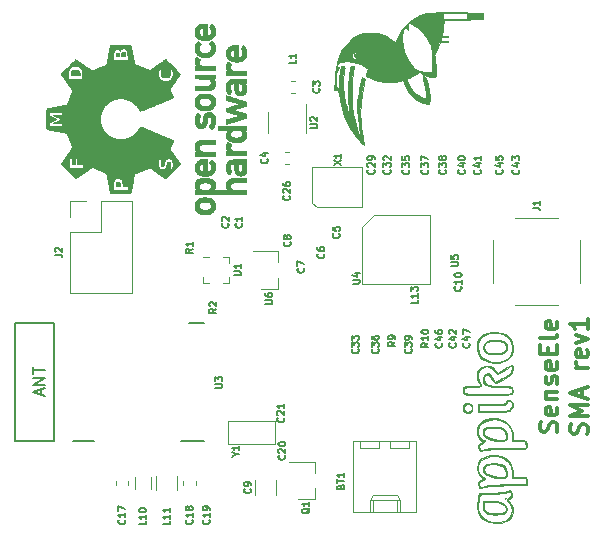
<source format=gto>
G04 #@! TF.GenerationSoftware,KiCad,Pcbnew,5.1.4-e60b266~84~ubuntu18.04.1*
G04 #@! TF.CreationDate,2019-10-26T18:44:54+05:30*
G04 #@! TF.ProjectId,senseEle_SMA_rev1,73656e73-6545-46c6-955f-534d415f7265,rev?*
G04 #@! TF.SameCoordinates,Original*
G04 #@! TF.FileFunction,Legend,Top*
G04 #@! TF.FilePolarity,Positive*
%FSLAX46Y46*%
G04 Gerber Fmt 4.6, Leading zero omitted, Abs format (unit mm)*
G04 Created by KiCad (PCBNEW 5.1.4-e60b266~84~ubuntu18.04.1) date 2019-10-26 18:44:54*
%MOMM*%
%LPD*%
G04 APERTURE LIST*
%ADD10C,0.300000*%
%ADD11C,0.010000*%
%ADD12C,0.120000*%
%ADD13C,0.150000*%
G04 APERTURE END LIST*
D10*
X55832142Y-46214285D02*
X55903571Y-46000000D01*
X55903571Y-45642857D01*
X55832142Y-45500000D01*
X55760714Y-45428571D01*
X55617857Y-45357142D01*
X55475000Y-45357142D01*
X55332142Y-45428571D01*
X55260714Y-45500000D01*
X55189285Y-45642857D01*
X55117857Y-45928571D01*
X55046428Y-46071428D01*
X54975000Y-46142857D01*
X54832142Y-46214285D01*
X54689285Y-46214285D01*
X54546428Y-46142857D01*
X54475000Y-46071428D01*
X54403571Y-45928571D01*
X54403571Y-45571428D01*
X54475000Y-45357142D01*
X55832142Y-44142857D02*
X55903571Y-44285714D01*
X55903571Y-44571428D01*
X55832142Y-44714285D01*
X55689285Y-44785714D01*
X55117857Y-44785714D01*
X54975000Y-44714285D01*
X54903571Y-44571428D01*
X54903571Y-44285714D01*
X54975000Y-44142857D01*
X55117857Y-44071428D01*
X55260714Y-44071428D01*
X55403571Y-44785714D01*
X54903571Y-43428571D02*
X55903571Y-43428571D01*
X55046428Y-43428571D02*
X54975000Y-43357142D01*
X54903571Y-43214285D01*
X54903571Y-43000000D01*
X54975000Y-42857142D01*
X55117857Y-42785714D01*
X55903571Y-42785714D01*
X55832142Y-42142857D02*
X55903571Y-42000000D01*
X55903571Y-41714285D01*
X55832142Y-41571428D01*
X55689285Y-41500000D01*
X55617857Y-41500000D01*
X55475000Y-41571428D01*
X55403571Y-41714285D01*
X55403571Y-41928571D01*
X55332142Y-42071428D01*
X55189285Y-42142857D01*
X55117857Y-42142857D01*
X54975000Y-42071428D01*
X54903571Y-41928571D01*
X54903571Y-41714285D01*
X54975000Y-41571428D01*
X55832142Y-40285714D02*
X55903571Y-40428571D01*
X55903571Y-40714285D01*
X55832142Y-40857142D01*
X55689285Y-40928571D01*
X55117857Y-40928571D01*
X54975000Y-40857142D01*
X54903571Y-40714285D01*
X54903571Y-40428571D01*
X54975000Y-40285714D01*
X55117857Y-40214285D01*
X55260714Y-40214285D01*
X55403571Y-40928571D01*
X55117857Y-39571428D02*
X55117857Y-39071428D01*
X55903571Y-38857142D02*
X55903571Y-39571428D01*
X54403571Y-39571428D01*
X54403571Y-38857142D01*
X55903571Y-38000000D02*
X55832142Y-38142857D01*
X55689285Y-38214285D01*
X54403571Y-38214285D01*
X55832142Y-36857142D02*
X55903571Y-37000000D01*
X55903571Y-37285714D01*
X55832142Y-37428571D01*
X55689285Y-37500000D01*
X55117857Y-37500000D01*
X54975000Y-37428571D01*
X54903571Y-37285714D01*
X54903571Y-37000000D01*
X54975000Y-36857142D01*
X55117857Y-36785714D01*
X55260714Y-36785714D01*
X55403571Y-37500000D01*
X58382142Y-46392857D02*
X58453571Y-46178571D01*
X58453571Y-45821428D01*
X58382142Y-45678571D01*
X58310714Y-45607142D01*
X58167857Y-45535714D01*
X58025000Y-45535714D01*
X57882142Y-45607142D01*
X57810714Y-45678571D01*
X57739285Y-45821428D01*
X57667857Y-46107142D01*
X57596428Y-46250000D01*
X57525000Y-46321428D01*
X57382142Y-46392857D01*
X57239285Y-46392857D01*
X57096428Y-46321428D01*
X57025000Y-46250000D01*
X56953571Y-46107142D01*
X56953571Y-45750000D01*
X57025000Y-45535714D01*
X58453571Y-44892857D02*
X56953571Y-44892857D01*
X58025000Y-44392857D01*
X56953571Y-43892857D01*
X58453571Y-43892857D01*
X58025000Y-43250000D02*
X58025000Y-42535714D01*
X58453571Y-43392857D02*
X56953571Y-42892857D01*
X58453571Y-42392857D01*
X58453571Y-40750000D02*
X57453571Y-40750000D01*
X57739285Y-40750000D02*
X57596428Y-40678571D01*
X57525000Y-40607142D01*
X57453571Y-40464285D01*
X57453571Y-40321428D01*
X58382142Y-39250000D02*
X58453571Y-39392857D01*
X58453571Y-39678571D01*
X58382142Y-39821428D01*
X58239285Y-39892857D01*
X57667857Y-39892857D01*
X57525000Y-39821428D01*
X57453571Y-39678571D01*
X57453571Y-39392857D01*
X57525000Y-39250000D01*
X57667857Y-39178571D01*
X57810714Y-39178571D01*
X57953571Y-39892857D01*
X57453571Y-38678571D02*
X58453571Y-38321428D01*
X57453571Y-37964285D01*
X58453571Y-36607142D02*
X58453571Y-37464285D01*
X58453571Y-37035714D02*
X56953571Y-37035714D01*
X57167857Y-37178571D01*
X57310714Y-37321428D01*
X57382142Y-37464285D01*
D11*
G36*
X14589229Y-15385271D02*
G01*
X14610542Y-15362547D01*
X14622794Y-15367209D01*
X14623000Y-15370168D01*
X14607966Y-15388071D01*
X14598563Y-15394605D01*
X14584079Y-15397100D01*
X14589229Y-15385271D01*
X14589229Y-15385271D01*
G37*
X14589229Y-15385271D02*
X14610542Y-15362547D01*
X14622794Y-15367209D01*
X14623000Y-15370168D01*
X14607966Y-15388071D01*
X14598563Y-15394605D01*
X14584079Y-15397100D01*
X14589229Y-15385271D01*
G36*
X14697084Y-15276167D02*
G01*
X14707667Y-15286750D01*
X14697084Y-15297333D01*
X14686500Y-15286750D01*
X14697084Y-15276167D01*
X14697084Y-15276167D01*
G37*
X14697084Y-15276167D02*
X14707667Y-15286750D01*
X14697084Y-15297333D01*
X14686500Y-15286750D01*
X14697084Y-15276167D01*
G36*
X15437917Y-15276167D02*
G01*
X15448500Y-15286750D01*
X15437917Y-15297333D01*
X15427334Y-15286750D01*
X15437917Y-15276167D01*
X15437917Y-15276167D01*
G37*
X15437917Y-15276167D02*
X15448500Y-15286750D01*
X15437917Y-15297333D01*
X15427334Y-15286750D01*
X15437917Y-15276167D01*
G36*
X14694084Y-15811766D02*
G01*
X14700088Y-15766128D01*
X14708339Y-15752832D01*
X14716727Y-15744267D01*
X14712942Y-15717386D01*
X14709578Y-15685931D01*
X14727220Y-15687939D01*
X14728770Y-15688877D01*
X14746493Y-15694574D01*
X14740470Y-15680037D01*
X14742208Y-15648228D01*
X14767953Y-15608538D01*
X14805189Y-15574487D01*
X14841398Y-15559598D01*
X14850625Y-15561051D01*
X14868638Y-15560117D01*
X14864044Y-15547494D01*
X14863341Y-15531838D01*
X14884111Y-15536489D01*
X14913519Y-15540239D01*
X14919334Y-15533311D01*
X14938721Y-15525753D01*
X14989882Y-15521243D01*
X15062312Y-15520631D01*
X15072792Y-15520883D01*
X15168515Y-15523736D01*
X15229019Y-15526685D01*
X15261405Y-15530966D01*
X15272772Y-15537816D01*
X15270219Y-15548469D01*
X15266562Y-15554604D01*
X15263955Y-15568989D01*
X15277463Y-15562970D01*
X15309272Y-15564708D01*
X15348963Y-15590453D01*
X15383013Y-15627689D01*
X15397902Y-15663898D01*
X15396450Y-15673125D01*
X15397415Y-15691146D01*
X15409744Y-15686706D01*
X15425538Y-15687792D01*
X15422058Y-15717386D01*
X15418850Y-15748704D01*
X15426662Y-15752832D01*
X15435038Y-15766661D01*
X15440990Y-15812763D01*
X15443209Y-15879803D01*
X15443209Y-16017000D01*
X15362455Y-16017000D01*
X15362455Y-15630811D01*
X15363834Y-15627915D01*
X15348933Y-15608599D01*
X15342667Y-15604250D01*
X15322878Y-15598856D01*
X15321500Y-15601752D01*
X15336401Y-15621068D01*
X15342667Y-15625417D01*
X15362455Y-15630811D01*
X15362455Y-16017000D01*
X14777234Y-16017000D01*
X14777234Y-15632588D01*
X14789063Y-15627438D01*
X14811786Y-15606125D01*
X14807125Y-15593873D01*
X14804166Y-15593667D01*
X14786263Y-15608701D01*
X14779729Y-15618104D01*
X14777234Y-15632588D01*
X14777234Y-16017000D01*
X14691792Y-16017000D01*
X14691792Y-15879803D01*
X14694084Y-15811766D01*
X14694084Y-15811766D01*
G37*
X14694084Y-15811766D02*
X14700088Y-15766128D01*
X14708339Y-15752832D01*
X14716727Y-15744267D01*
X14712942Y-15717386D01*
X14709578Y-15685931D01*
X14727220Y-15687939D01*
X14728770Y-15688877D01*
X14746493Y-15694574D01*
X14740470Y-15680037D01*
X14742208Y-15648228D01*
X14767953Y-15608538D01*
X14805189Y-15574487D01*
X14841398Y-15559598D01*
X14850625Y-15561051D01*
X14868638Y-15560117D01*
X14864044Y-15547494D01*
X14863341Y-15531838D01*
X14884111Y-15536489D01*
X14913519Y-15540239D01*
X14919334Y-15533311D01*
X14938721Y-15525753D01*
X14989882Y-15521243D01*
X15062312Y-15520631D01*
X15072792Y-15520883D01*
X15168515Y-15523736D01*
X15229019Y-15526685D01*
X15261405Y-15530966D01*
X15272772Y-15537816D01*
X15270219Y-15548469D01*
X15266562Y-15554604D01*
X15263955Y-15568989D01*
X15277463Y-15562970D01*
X15309272Y-15564708D01*
X15348963Y-15590453D01*
X15383013Y-15627689D01*
X15397902Y-15663898D01*
X15396450Y-15673125D01*
X15397415Y-15691146D01*
X15409744Y-15686706D01*
X15425538Y-15687792D01*
X15422058Y-15717386D01*
X15418850Y-15748704D01*
X15426662Y-15752832D01*
X15435038Y-15766661D01*
X15440990Y-15812763D01*
X15443209Y-15879803D01*
X15443209Y-16017000D01*
X15362455Y-16017000D01*
X15362455Y-15630811D01*
X15363834Y-15627915D01*
X15348933Y-15608599D01*
X15342667Y-15604250D01*
X15322878Y-15598856D01*
X15321500Y-15601752D01*
X15336401Y-15621068D01*
X15342667Y-15625417D01*
X15362455Y-15630811D01*
X15362455Y-16017000D01*
X14777234Y-16017000D01*
X14777234Y-15632588D01*
X14789063Y-15627438D01*
X14811786Y-15606125D01*
X14807125Y-15593873D01*
X14804166Y-15593667D01*
X14786263Y-15608701D01*
X14779729Y-15618104D01*
X14777234Y-15632588D01*
X14777234Y-16017000D01*
X14691792Y-16017000D01*
X14691792Y-15879803D01*
X14694084Y-15811766D01*
G36*
X15525673Y-15367474D02*
G01*
X15533167Y-15371417D01*
X15553381Y-15391360D01*
X15554334Y-15395082D01*
X15540661Y-15396526D01*
X15533167Y-15392583D01*
X15512953Y-15372640D01*
X15512000Y-15368918D01*
X15525673Y-15367474D01*
X15525673Y-15367474D01*
G37*
X15525673Y-15367474D02*
X15533167Y-15371417D01*
X15553381Y-15391360D01*
X15554334Y-15395082D01*
X15540661Y-15396526D01*
X15533167Y-15392583D01*
X15512953Y-15372640D01*
X15512000Y-15368918D01*
X15525673Y-15367474D01*
G36*
X18500157Y-14259436D02*
G01*
X18504617Y-14183442D01*
X18513733Y-14124848D01*
X18525572Y-14095831D01*
X18526162Y-14095401D01*
X18566250Y-14083592D01*
X18627105Y-14078667D01*
X18689696Y-14080758D01*
X18734990Y-14089996D01*
X18742018Y-14093910D01*
X18753992Y-14122769D01*
X18763295Y-14181447D01*
X18767969Y-14257439D01*
X18768022Y-14260110D01*
X18770760Y-14408333D01*
X18497407Y-14408333D01*
X18500157Y-14259436D01*
X18500157Y-14259436D01*
G37*
X18500157Y-14259436D02*
X18504617Y-14183442D01*
X18513733Y-14124848D01*
X18525572Y-14095831D01*
X18526162Y-14095401D01*
X18566250Y-14083592D01*
X18627105Y-14078667D01*
X18689696Y-14080758D01*
X18734990Y-14089996D01*
X18742018Y-14093910D01*
X18753992Y-14122769D01*
X18763295Y-14181447D01*
X18767969Y-14257439D01*
X18768022Y-14260110D01*
X18770760Y-14408333D01*
X18497407Y-14408333D01*
X18500157Y-14259436D01*
G36*
X18986742Y-14249959D02*
G01*
X18992597Y-14150946D01*
X19009017Y-14087016D01*
X19041063Y-14051280D01*
X19093797Y-14036849D01*
X19144135Y-14035691D01*
X19212966Y-14042246D01*
X19257326Y-14062707D01*
X19282645Y-14104649D01*
X19294354Y-14175650D01*
X19297416Y-14249504D01*
X19300435Y-14408333D01*
X19271675Y-14408333D01*
X19271675Y-14112000D01*
X19278011Y-14101704D01*
X19250820Y-14073566D01*
X19242625Y-14066967D01*
X19217553Y-14048661D01*
X19222809Y-14059622D01*
X19234634Y-14074958D01*
X19260745Y-14104273D01*
X19271675Y-14112000D01*
X19271675Y-14408333D01*
X19004661Y-14408333D01*
X19004661Y-14110614D01*
X19015622Y-14105358D01*
X19030959Y-14093533D01*
X19063866Y-14062638D01*
X19063723Y-14048848D01*
X19060009Y-14048500D01*
X19042340Y-14062965D01*
X19022967Y-14085542D01*
X19004661Y-14110614D01*
X19004661Y-14408333D01*
X18983732Y-14408333D01*
X18986742Y-14249959D01*
X18986742Y-14249959D01*
G37*
X18986742Y-14249959D02*
X18992597Y-14150946D01*
X19009017Y-14087016D01*
X19041063Y-14051280D01*
X19093797Y-14036849D01*
X19144135Y-14035691D01*
X19212966Y-14042246D01*
X19257326Y-14062707D01*
X19282645Y-14104649D01*
X19294354Y-14175650D01*
X19297416Y-14249504D01*
X19300435Y-14408333D01*
X19271675Y-14408333D01*
X19271675Y-14112000D01*
X19278011Y-14101704D01*
X19250820Y-14073566D01*
X19242625Y-14066967D01*
X19217553Y-14048661D01*
X19222809Y-14059622D01*
X19234634Y-14074958D01*
X19260745Y-14104273D01*
X19271675Y-14112000D01*
X19271675Y-14408333D01*
X19004661Y-14408333D01*
X19004661Y-14110614D01*
X19015622Y-14105358D01*
X19030959Y-14093533D01*
X19063866Y-14062638D01*
X19063723Y-14048848D01*
X19060009Y-14048500D01*
X19042340Y-14062965D01*
X19022967Y-14085542D01*
X19004661Y-14110614D01*
X19004661Y-14408333D01*
X18983732Y-14408333D01*
X18986742Y-14249959D01*
G36*
X19417250Y-13815667D02*
G01*
X19427834Y-13826250D01*
X19417250Y-13836833D01*
X19406667Y-13826250D01*
X19417250Y-13815667D01*
X19417250Y-13815667D01*
G37*
X19417250Y-13815667D02*
X19427834Y-13826250D01*
X19417250Y-13836833D01*
X19406667Y-13826250D01*
X19417250Y-13815667D01*
G36*
X18521486Y-25233903D02*
G01*
X18528105Y-25137341D01*
X18545452Y-25075215D01*
X18579373Y-25039915D01*
X18635715Y-25023825D01*
X18685683Y-25020113D01*
X18758428Y-25023708D01*
X18806691Y-25045122D01*
X18835467Y-25090901D01*
X18849750Y-25167590D01*
X18853723Y-25240375D01*
X18857450Y-25372667D01*
X18803417Y-25372667D01*
X18803417Y-25076333D01*
X18814000Y-25065750D01*
X18803417Y-25055167D01*
X18792834Y-25065750D01*
X18803417Y-25076333D01*
X18803417Y-25372667D01*
X18570584Y-25372667D01*
X18570584Y-25076333D01*
X18581167Y-25065750D01*
X18570584Y-25055167D01*
X18560000Y-25065750D01*
X18570584Y-25076333D01*
X18570584Y-25372667D01*
X18517663Y-25372667D01*
X18521486Y-25233903D01*
X18521486Y-25233903D01*
G37*
X18521486Y-25233903D02*
X18528105Y-25137341D01*
X18545452Y-25075215D01*
X18579373Y-25039915D01*
X18635715Y-25023825D01*
X18685683Y-25020113D01*
X18758428Y-25023708D01*
X18806691Y-25045122D01*
X18835467Y-25090901D01*
X18849750Y-25167590D01*
X18853723Y-25240375D01*
X18857450Y-25372667D01*
X18803417Y-25372667D01*
X18803417Y-25076333D01*
X18814000Y-25065750D01*
X18803417Y-25055167D01*
X18792834Y-25065750D01*
X18803417Y-25076333D01*
X18803417Y-25372667D01*
X18570584Y-25372667D01*
X18570584Y-25076333D01*
X18581167Y-25065750D01*
X18570584Y-25055167D01*
X18560000Y-25065750D01*
X18570584Y-25076333D01*
X18570584Y-25372667D01*
X18517663Y-25372667D01*
X18521486Y-25233903D01*
G36*
X22232955Y-16319976D02*
G01*
X22248292Y-16331800D01*
X22281199Y-16362695D01*
X22281056Y-16376486D01*
X22277342Y-16376833D01*
X22259673Y-16362369D01*
X22240300Y-16339792D01*
X22221994Y-16314720D01*
X22232955Y-16319976D01*
X22232955Y-16319976D01*
G37*
X22232955Y-16319976D02*
X22248292Y-16331800D01*
X22281199Y-16362695D01*
X22281056Y-16376486D01*
X22277342Y-16376833D01*
X22259673Y-16362369D01*
X22240300Y-16339792D01*
X22221994Y-16314720D01*
X22232955Y-16319976D01*
G36*
X23138643Y-16365712D02*
G01*
X23150467Y-16350375D01*
X23176578Y-16321060D01*
X23187509Y-16313333D01*
X23193844Y-16323630D01*
X23166654Y-16351768D01*
X23158459Y-16358367D01*
X23133387Y-16376673D01*
X23138643Y-16365712D01*
X23138643Y-16365712D01*
G37*
X23138643Y-16365712D02*
X23150467Y-16350375D01*
X23176578Y-16321060D01*
X23187509Y-16313333D01*
X23193844Y-16323630D01*
X23166654Y-16351768D01*
X23158459Y-16358367D01*
X23133387Y-16376673D01*
X23138643Y-16365712D01*
G36*
X25601006Y-12552308D02*
G01*
X25608500Y-12556250D01*
X25628714Y-12576194D01*
X25629667Y-12579915D01*
X25615994Y-12581359D01*
X25608500Y-12577417D01*
X25588286Y-12557473D01*
X25587334Y-12553752D01*
X25601006Y-12552308D01*
X25601006Y-12552308D01*
G37*
X25601006Y-12552308D02*
X25608500Y-12556250D01*
X25628714Y-12576194D01*
X25629667Y-12579915D01*
X25615994Y-12581359D01*
X25608500Y-12577417D01*
X25588286Y-12557473D01*
X25587334Y-12553752D01*
X25601006Y-12552308D01*
G36*
X25661417Y-12037667D02*
G01*
X25672000Y-12048250D01*
X25661417Y-12058833D01*
X25650834Y-12048250D01*
X25661417Y-12037667D01*
X25661417Y-12037667D01*
G37*
X25661417Y-12037667D02*
X25672000Y-12048250D01*
X25661417Y-12058833D01*
X25650834Y-12048250D01*
X25661417Y-12037667D01*
G36*
X25619622Y-18478976D02*
G01*
X25634959Y-18490800D01*
X25667866Y-18521695D01*
X25667723Y-18535486D01*
X25664009Y-18535833D01*
X25646340Y-18521369D01*
X25626967Y-18498792D01*
X25608661Y-18473720D01*
X25619622Y-18478976D01*
X25619622Y-18478976D01*
G37*
X25619622Y-18478976D02*
X25634959Y-18490800D01*
X25667866Y-18521695D01*
X25667723Y-18535486D01*
X25664009Y-18535833D01*
X25646340Y-18521369D01*
X25626967Y-18498792D01*
X25608661Y-18473720D01*
X25619622Y-18478976D01*
G36*
X26440643Y-18524712D02*
G01*
X26452467Y-18509375D01*
X26478578Y-18480060D01*
X26489509Y-18472333D01*
X26495844Y-18482630D01*
X26468654Y-18510768D01*
X26460459Y-18517367D01*
X26435387Y-18535673D01*
X26440643Y-18524712D01*
X26440643Y-18524712D01*
G37*
X26440643Y-18524712D02*
X26452467Y-18509375D01*
X26478578Y-18480060D01*
X26489509Y-18472333D01*
X26495844Y-18482630D01*
X26468654Y-18510768D01*
X26460459Y-18517367D01*
X26435387Y-18535673D01*
X26440643Y-18524712D01*
G36*
X25576750Y-23996833D02*
G01*
X25587334Y-24007417D01*
X25576750Y-24018000D01*
X25566167Y-24007417D01*
X25576750Y-23996833D01*
X25576750Y-23996833D01*
G37*
X25576750Y-23996833D02*
X25587334Y-24007417D01*
X25576750Y-24018000D01*
X25566167Y-24007417D01*
X25576750Y-23996833D01*
G36*
X25595896Y-23576771D02*
G01*
X25617208Y-23554047D01*
X25629461Y-23558709D01*
X25629667Y-23561668D01*
X25614633Y-23579571D01*
X25605230Y-23586105D01*
X25590745Y-23588600D01*
X25595896Y-23576771D01*
X25595896Y-23576771D01*
G37*
X25595896Y-23576771D02*
X25617208Y-23554047D01*
X25629461Y-23558709D01*
X25629667Y-23561668D01*
X25614633Y-23579571D01*
X25605230Y-23586105D01*
X25590745Y-23588600D01*
X25595896Y-23576771D01*
G36*
X25617062Y-26815271D02*
G01*
X25636738Y-26792726D01*
X25641499Y-26790833D01*
X25650199Y-26800879D01*
X25630705Y-26821793D01*
X25626396Y-26824605D01*
X25611912Y-26827100D01*
X25617062Y-26815271D01*
X25617062Y-26815271D01*
G37*
X25617062Y-26815271D02*
X25636738Y-26792726D01*
X25641499Y-26790833D01*
X25650199Y-26800879D01*
X25630705Y-26821793D01*
X25626396Y-26824605D01*
X25611912Y-26827100D01*
X25617062Y-26815271D01*
G36*
X26468839Y-26797474D02*
G01*
X26476334Y-26801417D01*
X26496548Y-26821360D01*
X26497500Y-26825082D01*
X26483828Y-26826526D01*
X26476334Y-26822583D01*
X26456119Y-26802640D01*
X26455167Y-26798918D01*
X26468839Y-26797474D01*
X26468839Y-26797474D01*
G37*
X26468839Y-26797474D02*
X26476334Y-26801417D01*
X26496548Y-26821360D01*
X26497500Y-26825082D01*
X26483828Y-26826526D01*
X26476334Y-26822583D01*
X26456119Y-26802640D01*
X26455167Y-26798918D01*
X26468839Y-26797474D01*
G36*
X28241729Y-13924771D02*
G01*
X28263042Y-13902047D01*
X28275294Y-13906709D01*
X28275500Y-13909668D01*
X28260466Y-13927571D01*
X28251063Y-13934105D01*
X28236579Y-13936600D01*
X28241729Y-13924771D01*
X28241729Y-13924771D01*
G37*
X28241729Y-13924771D02*
X28263042Y-13902047D01*
X28275294Y-13906709D01*
X28275500Y-13909668D01*
X28260466Y-13927571D01*
X28251063Y-13934105D01*
X28236579Y-13936600D01*
X28241729Y-13924771D01*
G36*
X28899917Y-17308167D02*
G01*
X28910500Y-17318750D01*
X28899917Y-17329333D01*
X28889334Y-17318750D01*
X28899917Y-17308167D01*
X28899917Y-17308167D01*
G37*
X28899917Y-17308167D02*
X28910500Y-17318750D01*
X28899917Y-17329333D01*
X28889334Y-17318750D01*
X28899917Y-17308167D01*
G36*
X29151896Y-17332604D02*
G01*
X29173208Y-17309881D01*
X29185461Y-17314542D01*
X29185667Y-17317501D01*
X29170633Y-17335404D01*
X29161230Y-17341938D01*
X29146745Y-17344433D01*
X29151896Y-17332604D01*
X29151896Y-17332604D01*
G37*
X29151896Y-17332604D02*
X29173208Y-17309881D01*
X29185461Y-17314542D01*
X29185667Y-17317501D01*
X29170633Y-17335404D01*
X29161230Y-17341938D01*
X29146745Y-17344433D01*
X29151896Y-17332604D01*
G36*
X28243750Y-20758333D02*
G01*
X28254334Y-20768917D01*
X28243750Y-20779500D01*
X28233167Y-20768917D01*
X28243750Y-20758333D01*
X28243750Y-20758333D01*
G37*
X28243750Y-20758333D02*
X28254334Y-20768917D01*
X28243750Y-20779500D01*
X28233167Y-20768917D01*
X28243750Y-20758333D01*
G36*
X29135839Y-20722641D02*
G01*
X29143334Y-20726583D01*
X29163548Y-20746527D01*
X29164500Y-20750249D01*
X29150828Y-20751693D01*
X29143334Y-20747750D01*
X29123119Y-20727807D01*
X29122167Y-20724085D01*
X29135839Y-20722641D01*
X29135839Y-20722641D01*
G37*
X29135839Y-20722641D02*
X29143334Y-20726583D01*
X29163548Y-20746527D01*
X29164500Y-20750249D01*
X29150828Y-20751693D01*
X29143334Y-20747750D01*
X29123119Y-20727807D01*
X29122167Y-20724085D01*
X29135839Y-20722641D01*
G36*
X29130729Y-21184937D02*
G01*
X29152042Y-21162214D01*
X29164294Y-21166875D01*
X29164500Y-21169834D01*
X29149466Y-21187737D01*
X29140063Y-21194271D01*
X29125579Y-21196766D01*
X29130729Y-21184937D01*
X29130729Y-21184937D01*
G37*
X29130729Y-21184937D02*
X29152042Y-21162214D01*
X29164294Y-21166875D01*
X29164500Y-21169834D01*
X29149466Y-21187737D01*
X29140063Y-21194271D01*
X29125579Y-21196766D01*
X29130729Y-21184937D01*
G36*
X29175084Y-23531167D02*
G01*
X29185667Y-23541750D01*
X29175084Y-23552333D01*
X29164500Y-23541750D01*
X29175084Y-23531167D01*
X29175084Y-23531167D01*
G37*
X29175084Y-23531167D02*
X29185667Y-23541750D01*
X29175084Y-23552333D01*
X29164500Y-23541750D01*
X29175084Y-23531167D01*
G36*
X25619084Y-25161000D02*
G01*
X25629667Y-25171583D01*
X25619084Y-25182167D01*
X25608500Y-25171583D01*
X25619084Y-25161000D01*
X25619084Y-25161000D01*
G37*
X25619084Y-25161000D02*
X25629667Y-25171583D01*
X25619084Y-25182167D01*
X25608500Y-25171583D01*
X25619084Y-25161000D01*
G36*
X26486917Y-25161000D02*
G01*
X26497500Y-25171583D01*
X26486917Y-25182167D01*
X26476334Y-25171583D01*
X26486917Y-25161000D01*
X26486917Y-25161000D01*
G37*
X26486917Y-25161000D02*
X26497500Y-25171583D01*
X26486917Y-25182167D01*
X26476334Y-25171583D01*
X26486917Y-25161000D01*
G36*
X20052250Y-18366500D02*
G01*
X20062834Y-18377083D01*
X20052250Y-18387667D01*
X20041667Y-18377083D01*
X20052250Y-18366500D01*
X20052250Y-18366500D01*
G37*
X20052250Y-18366500D02*
X20062834Y-18377083D01*
X20052250Y-18387667D01*
X20041667Y-18377083D01*
X20052250Y-18366500D01*
G36*
X20052250Y-20991167D02*
G01*
X20062834Y-21001750D01*
X20052250Y-21012333D01*
X20041667Y-21001750D01*
X20052250Y-20991167D01*
X20052250Y-20991167D01*
G37*
X20052250Y-20991167D02*
X20062834Y-21001750D01*
X20052250Y-21012333D01*
X20041667Y-21001750D01*
X20052250Y-20991167D01*
G36*
X12633475Y-19475252D02*
G01*
X12633997Y-19299602D01*
X12635049Y-19158652D01*
X12636779Y-19048584D01*
X12639336Y-18965581D01*
X12642867Y-18905827D01*
X12647522Y-18865505D01*
X12653449Y-18840799D01*
X12660796Y-18827890D01*
X12666994Y-18823779D01*
X12708590Y-18819762D01*
X12723181Y-18824785D01*
X12735427Y-18825527D01*
X12728847Y-18811427D01*
X12726815Y-18793730D01*
X12756908Y-18791241D01*
X12778493Y-18793907D01*
X12824008Y-18795163D01*
X12844860Y-18785037D01*
X12845000Y-18783765D01*
X12863025Y-18772450D01*
X12906471Y-18772886D01*
X12907382Y-18773018D01*
X12948314Y-18773989D01*
X12957574Y-18762470D01*
X12957292Y-18761993D01*
X12965739Y-18750339D01*
X13006554Y-18750897D01*
X13010209Y-18751410D01*
X13052872Y-18752842D01*
X13063742Y-18741947D01*
X13063126Y-18740826D01*
X13071642Y-18729238D01*
X13112683Y-18729784D01*
X13117160Y-18730407D01*
X13162675Y-18731663D01*
X13183527Y-18721537D01*
X13183667Y-18720265D01*
X13201692Y-18708950D01*
X13245138Y-18709386D01*
X13246049Y-18709518D01*
X13286981Y-18710489D01*
X13296240Y-18698970D01*
X13295959Y-18698493D01*
X13304406Y-18686839D01*
X13345220Y-18687397D01*
X13348876Y-18687910D01*
X13391538Y-18689342D01*
X13402409Y-18678447D01*
X13401792Y-18677326D01*
X13410309Y-18665738D01*
X13451350Y-18666284D01*
X13455827Y-18666907D01*
X13501342Y-18668163D01*
X13522194Y-18658037D01*
X13522333Y-18656765D01*
X13540359Y-18645450D01*
X13583805Y-18645886D01*
X13584716Y-18646018D01*
X13625648Y-18646989D01*
X13634907Y-18635470D01*
X13634626Y-18634993D01*
X13643142Y-18623405D01*
X13684183Y-18623951D01*
X13688660Y-18624574D01*
X13734175Y-18625830D01*
X13755027Y-18615704D01*
X13755167Y-18614432D01*
X13773192Y-18603117D01*
X13816638Y-18603553D01*
X13817549Y-18603684D01*
X13858481Y-18604655D01*
X13867740Y-18593136D01*
X13867459Y-18592660D01*
X13875906Y-18581006D01*
X13916720Y-18581564D01*
X13920376Y-18582076D01*
X13963038Y-18583508D01*
X13973909Y-18572614D01*
X13973292Y-18571493D01*
X13981809Y-18559905D01*
X14022850Y-18560451D01*
X14027327Y-18561074D01*
X14072842Y-18562330D01*
X14093694Y-18552204D01*
X14093833Y-18550932D01*
X14111859Y-18539617D01*
X14155305Y-18540053D01*
X14156216Y-18540184D01*
X14196396Y-18541668D01*
X14208279Y-18532725D01*
X14207883Y-18532004D01*
X14215788Y-18517787D01*
X14236041Y-18514667D01*
X14283399Y-18502847D01*
X14319177Y-18483664D01*
X14357309Y-18465340D01*
X14377922Y-18467144D01*
X14383436Y-18463232D01*
X14377105Y-18441758D01*
X14371847Y-18414222D01*
X14386327Y-18417044D01*
X14401881Y-18417760D01*
X14396911Y-18395877D01*
X14392790Y-18371243D01*
X14411007Y-18376882D01*
X14429061Y-18382717D01*
X14423821Y-18369581D01*
X14416384Y-18334446D01*
X14424981Y-18296819D01*
X14443515Y-18273487D01*
X14458461Y-18274213D01*
X14471297Y-18275195D01*
X14466154Y-18263748D01*
X14459424Y-18230622D01*
X14466326Y-18192286D01*
X14481729Y-18166240D01*
X14495134Y-18164882D01*
X14510310Y-18159108D01*
X14511443Y-18149314D01*
X14513826Y-18087268D01*
X14525451Y-18057859D01*
X14535944Y-18058107D01*
X14552473Y-18053290D01*
X14553776Y-18043481D01*
X14556391Y-17980306D01*
X14569159Y-17952319D01*
X14580424Y-17953600D01*
X14592106Y-17950015D01*
X14587411Y-17930211D01*
X14583290Y-17905576D01*
X14601507Y-17911215D01*
X14619561Y-17917050D01*
X14614321Y-17903915D01*
X14607591Y-17870789D01*
X14614492Y-17832452D01*
X14629896Y-17806407D01*
X14643301Y-17805048D01*
X14658476Y-17799275D01*
X14659609Y-17789481D01*
X14661993Y-17727434D01*
X14673617Y-17698025D01*
X14684110Y-17698273D01*
X14700640Y-17693457D01*
X14701943Y-17683647D01*
X14704326Y-17621601D01*
X14715951Y-17592192D01*
X14726444Y-17592440D01*
X14742973Y-17587624D01*
X14744276Y-17577814D01*
X14746891Y-17514640D01*
X14759659Y-17486652D01*
X14770924Y-17487934D01*
X14782606Y-17484348D01*
X14777911Y-17464544D01*
X14774673Y-17440032D01*
X14783445Y-17440121D01*
X14797068Y-17431287D01*
X14805357Y-17394468D01*
X14807799Y-17343737D01*
X14803880Y-17293168D01*
X14793086Y-17256832D01*
X14790279Y-17252775D01*
X14776964Y-17218411D01*
X14780273Y-17204723D01*
X14777470Y-17177136D01*
X14768242Y-17168776D01*
X14753105Y-17166446D01*
X14759150Y-17183188D01*
X14758682Y-17189648D01*
X14737433Y-17167501D01*
X14731141Y-17160000D01*
X14718250Y-17141675D01*
X14718250Y-17117667D01*
X14728834Y-17107083D01*
X14718250Y-17096500D01*
X14707667Y-17107083D01*
X14718250Y-17117667D01*
X14718250Y-17141675D01*
X14693697Y-17106772D01*
X14682666Y-17064774D01*
X14683994Y-17048875D01*
X14670379Y-17037506D01*
X14660042Y-17038292D01*
X14639089Y-17026080D01*
X14636385Y-17007372D01*
X14627640Y-16978922D01*
X14615218Y-16975622D01*
X14596317Y-16962603D01*
X14594052Y-16943872D01*
X14585306Y-16915422D01*
X14572885Y-16912122D01*
X14554113Y-16899047D01*
X14551819Y-16879770D01*
X14546348Y-16854061D01*
X14537006Y-16853904D01*
X14515444Y-16847971D01*
X14495354Y-16818754D01*
X14486395Y-16784507D01*
X14491453Y-16767806D01*
X14491391Y-16760896D01*
X14480125Y-16766272D01*
X14456654Y-16764615D01*
X14449190Y-16729673D01*
X14451160Y-16710209D01*
X14437546Y-16698839D01*
X14427208Y-16699625D01*
X14406255Y-16687413D01*
X14403552Y-16668705D01*
X14394806Y-16640255D01*
X14382385Y-16636955D01*
X14363484Y-16623936D01*
X14361218Y-16605205D01*
X14352473Y-16576755D01*
X14340052Y-16573455D01*
X14321280Y-16560380D01*
X14318985Y-16541103D01*
X14313514Y-16515395D01*
X14304172Y-16515237D01*
X14283234Y-16508389D01*
X14261559Y-16479300D01*
X14250427Y-16446321D01*
X14253328Y-16432533D01*
X14251924Y-16427795D01*
X14248885Y-16429921D01*
X14229293Y-16422705D01*
X14210250Y-16400180D01*
X14210250Y-16376833D01*
X14220834Y-16366250D01*
X14210250Y-16355667D01*
X14199667Y-16366250D01*
X14210250Y-16376833D01*
X14210250Y-16400180D01*
X14202957Y-16391553D01*
X14179606Y-16351528D01*
X14168966Y-16317693D01*
X14170695Y-16308838D01*
X14165239Y-16296252D01*
X14153615Y-16296934D01*
X14131371Y-16285230D01*
X14128385Y-16266539D01*
X14119640Y-16238088D01*
X14107218Y-16234789D01*
X14088317Y-16221769D01*
X14086052Y-16203039D01*
X14077306Y-16174588D01*
X14064885Y-16171289D01*
X14044354Y-16158136D01*
X14040647Y-16140202D01*
X14030102Y-16099199D01*
X14021378Y-16087286D01*
X14012232Y-16086083D01*
X14018193Y-16101667D01*
X14017835Y-16109469D01*
X13996742Y-16088147D01*
X13990308Y-16080500D01*
X13977417Y-16062175D01*
X13977417Y-16038167D01*
X13988000Y-16027583D01*
X13977417Y-16017000D01*
X13966834Y-16027583D01*
X13977417Y-16038167D01*
X13977417Y-16062175D01*
X13952864Y-16027272D01*
X13941833Y-15985274D01*
X13943160Y-15969375D01*
X13929546Y-15958006D01*
X13919208Y-15958792D01*
X13897917Y-15944379D01*
X13885723Y-15902464D01*
X13886205Y-15884277D01*
X13893454Y-15862606D01*
X13906638Y-15840387D01*
X13913917Y-15847667D01*
X13924500Y-15837083D01*
X13915229Y-15827812D01*
X13939186Y-15796516D01*
X13983133Y-15745949D01*
X14044777Y-15679602D01*
X14126849Y-15594403D01*
X14232083Y-15487276D01*
X14363210Y-15355149D01*
X14446640Y-15271427D01*
X14617104Y-15101099D01*
X14759337Y-14960283D01*
X14874435Y-14847960D01*
X14963494Y-14763111D01*
X15027609Y-14704717D01*
X15067875Y-14671760D01*
X15085388Y-14663221D01*
X15081243Y-14678081D01*
X15077166Y-14684985D01*
X15073604Y-14702750D01*
X15097311Y-14697756D01*
X15136558Y-14695009D01*
X15177616Y-14707497D01*
X15204677Y-14728246D01*
X15205904Y-14745672D01*
X15213188Y-14759096D01*
X15231770Y-14760485D01*
X15260600Y-14769000D01*
X15264122Y-14781552D01*
X15277141Y-14800453D01*
X15295872Y-14802718D01*
X15323600Y-14813206D01*
X15326267Y-14827948D01*
X15330699Y-14846910D01*
X15338171Y-14845029D01*
X15364768Y-14847271D01*
X15403992Y-14866381D01*
X15440778Y-14892631D01*
X15460065Y-14916295D01*
X15459254Y-14923218D01*
X15459065Y-14929551D01*
X15461867Y-14927662D01*
X15488590Y-14927363D01*
X15522185Y-14944224D01*
X15544301Y-14966962D01*
X15544571Y-14978506D01*
X15551855Y-14991929D01*
X15570436Y-14993319D01*
X15599267Y-15001834D01*
X15602789Y-15014385D01*
X15615808Y-15033286D01*
X15634539Y-15035552D01*
X15662989Y-15044297D01*
X15666289Y-15056718D01*
X15679308Y-15075620D01*
X15698039Y-15077885D01*
X15726045Y-15087703D01*
X15728959Y-15101542D01*
X15733655Y-15124287D01*
X15739542Y-15125494D01*
X15781287Y-15128344D01*
X15828530Y-15155176D01*
X15850667Y-15172641D01*
X15877484Y-15197334D01*
X15876031Y-15202418D01*
X15871834Y-15200527D01*
X15852799Y-15195330D01*
X15857452Y-15203712D01*
X15892166Y-15220737D01*
X15910369Y-15222980D01*
X15938501Y-15234639D01*
X15941455Y-15247218D01*
X15954475Y-15266120D01*
X15973205Y-15268385D01*
X16001655Y-15277130D01*
X16004955Y-15289552D01*
X16017975Y-15308453D01*
X16036705Y-15310718D01*
X16064434Y-15321206D01*
X16067101Y-15335948D01*
X16071533Y-15354910D01*
X16079005Y-15353029D01*
X16105602Y-15355271D01*
X16144825Y-15374381D01*
X16181611Y-15400631D01*
X16200899Y-15424295D01*
X16200087Y-15431218D01*
X16199898Y-15437551D01*
X16202700Y-15435662D01*
X16229424Y-15435363D01*
X16263019Y-15452224D01*
X16285134Y-15474962D01*
X16285404Y-15486506D01*
X16292688Y-15499929D01*
X16311270Y-15501319D01*
X16340100Y-15509834D01*
X16343622Y-15522385D01*
X16356641Y-15541286D01*
X16375372Y-15543552D01*
X16403514Y-15553043D01*
X16406546Y-15566447D01*
X16416517Y-15582635D01*
X16436476Y-15578725D01*
X16459962Y-15576065D01*
X16459410Y-15584778D01*
X16468467Y-15598567D01*
X16506833Y-15604250D01*
X16546155Y-15599519D01*
X16556480Y-15588375D01*
X16565756Y-15574332D01*
X16608781Y-15567037D01*
X16649481Y-15566776D01*
X16665259Y-15554780D01*
X16661883Y-15545347D01*
X16663764Y-15532057D01*
X16684377Y-15536911D01*
X16709047Y-15540153D01*
X16707767Y-15529924D01*
X16714058Y-15511944D01*
X16757823Y-15503438D01*
X16797647Y-15503276D01*
X16813426Y-15491280D01*
X16810050Y-15481847D01*
X16811931Y-15468557D01*
X16832544Y-15473411D01*
X16857214Y-15476653D01*
X16855934Y-15466424D01*
X16862225Y-15448444D01*
X16905990Y-15439938D01*
X16945814Y-15439776D01*
X16961592Y-15427780D01*
X16958217Y-15418347D01*
X16960098Y-15405057D01*
X16980711Y-15409911D01*
X17005381Y-15413153D01*
X17004100Y-15402924D01*
X17010392Y-15384944D01*
X17054157Y-15376438D01*
X17093981Y-15376276D01*
X17109759Y-15364280D01*
X17106383Y-15354847D01*
X17108264Y-15341557D01*
X17128877Y-15346411D01*
X17153547Y-15349653D01*
X17152267Y-15339424D01*
X17158558Y-15321444D01*
X17202323Y-15312938D01*
X17242147Y-15312776D01*
X17259967Y-15303735D01*
X17258047Y-15297006D01*
X17267219Y-15279942D01*
X17302456Y-15261864D01*
X17347978Y-15248167D01*
X17388005Y-15244246D01*
X17401535Y-15247941D01*
X17413571Y-15247797D01*
X17409712Y-15239166D01*
X17417148Y-15219236D01*
X17450996Y-15198754D01*
X17495846Y-15183742D01*
X17536292Y-15180225D01*
X17549702Y-15184441D01*
X17561591Y-15184410D01*
X17556988Y-15174224D01*
X17562561Y-15151682D01*
X17595183Y-15137127D01*
X17645636Y-15115702D01*
X17672530Y-15094406D01*
X17701777Y-15074886D01*
X17715489Y-15076416D01*
X17724706Y-15070573D01*
X17720077Y-15051544D01*
X17716835Y-15026873D01*
X17727073Y-15028160D01*
X17739590Y-15020467D01*
X17738792Y-14978393D01*
X17738410Y-14975709D01*
X17736978Y-14933046D01*
X17747872Y-14922176D01*
X17748993Y-14922792D01*
X17760647Y-14914346D01*
X17760089Y-14873531D01*
X17759576Y-14869876D01*
X17758145Y-14827213D01*
X17769039Y-14816342D01*
X17770160Y-14816959D01*
X17781996Y-14808704D01*
X17781397Y-14768525D01*
X17781184Y-14767049D01*
X17780513Y-14723293D01*
X17791642Y-14704673D01*
X17791932Y-14704667D01*
X17802893Y-14686543D01*
X17802666Y-14642479D01*
X17802074Y-14638160D01*
X17800477Y-14594863D01*
X17811146Y-14583405D01*
X17812493Y-14584126D01*
X17824147Y-14575679D01*
X17823589Y-14534864D01*
X17823076Y-14531209D01*
X17821645Y-14488546D01*
X17832539Y-14477676D01*
X17833660Y-14478292D01*
X17845496Y-14470038D01*
X17844897Y-14429859D01*
X17844684Y-14428382D01*
X17844013Y-14384627D01*
X17855142Y-14366007D01*
X17855432Y-14366000D01*
X17866393Y-14347876D01*
X17866166Y-14303812D01*
X17865574Y-14299493D01*
X17863977Y-14256196D01*
X17874646Y-14244738D01*
X17875993Y-14245459D01*
X17887829Y-14237204D01*
X17887230Y-14197025D01*
X17887018Y-14195549D01*
X17886347Y-14151793D01*
X17897476Y-14133173D01*
X17897765Y-14133167D01*
X17908726Y-14115043D01*
X17908499Y-14070979D01*
X17907907Y-14066660D01*
X17906310Y-14023363D01*
X17916979Y-14011905D01*
X17918326Y-14012626D01*
X17929980Y-14004179D01*
X17929423Y-13963364D01*
X17928910Y-13959709D01*
X17927478Y-13917046D01*
X17938372Y-13906176D01*
X17939493Y-13906792D01*
X17951329Y-13898538D01*
X17950730Y-13858359D01*
X17950518Y-13856882D01*
X17949847Y-13813127D01*
X17960976Y-13794507D01*
X17961265Y-13794500D01*
X17972226Y-13776376D01*
X17971999Y-13732312D01*
X17971407Y-13727993D01*
X17969810Y-13684696D01*
X17980479Y-13673238D01*
X17981826Y-13673959D01*
X17993480Y-13665512D01*
X17992923Y-13624697D01*
X17992410Y-13621042D01*
X17990962Y-13577504D01*
X18002916Y-13568113D01*
X18003765Y-13568603D01*
X18016314Y-13561958D01*
X18014124Y-13526130D01*
X18012037Y-13487584D01*
X18027522Y-13485537D01*
X18042526Y-13485545D01*
X18037500Y-13463841D01*
X18034077Y-13437891D01*
X18060008Y-13441333D01*
X18084839Y-13444671D01*
X18083600Y-13434424D01*
X18100655Y-13428470D01*
X18159233Y-13423479D01*
X18258534Y-13419473D01*
X18397760Y-13416473D01*
X18576111Y-13414499D01*
X18792786Y-13413573D01*
X18882125Y-13413500D01*
X19091853Y-13413670D01*
X19263351Y-13414287D01*
X19400724Y-13415517D01*
X19508075Y-13417522D01*
X19589505Y-13420467D01*
X19649120Y-13424516D01*
X19691021Y-13429832D01*
X19719313Y-13436579D01*
X19738098Y-13444922D01*
X19742643Y-13447864D01*
X19779501Y-13489063D01*
X19782932Y-13541997D01*
X19782383Y-13581395D01*
X19794341Y-13589292D01*
X19805929Y-13597809D01*
X19805383Y-13638850D01*
X19804760Y-13643327D01*
X19803504Y-13688842D01*
X19813630Y-13709694D01*
X19814902Y-13709833D01*
X19826217Y-13727859D01*
X19825781Y-13771305D01*
X19825649Y-13772216D01*
X19824678Y-13813148D01*
X19836197Y-13822407D01*
X19836674Y-13822126D01*
X19848328Y-13830572D01*
X19847770Y-13871387D01*
X19847257Y-13875042D01*
X19845825Y-13917705D01*
X19856720Y-13928576D01*
X19857841Y-13927959D01*
X19869429Y-13936475D01*
X19868883Y-13977517D01*
X19868260Y-13981993D01*
X19867004Y-14027508D01*
X19877130Y-14048360D01*
X19878402Y-14048500D01*
X19889717Y-14066525D01*
X19889281Y-14109971D01*
X19889149Y-14110882D01*
X19888178Y-14151814D01*
X19899697Y-14161074D01*
X19900174Y-14160792D01*
X19911828Y-14169239D01*
X19911270Y-14210054D01*
X19910757Y-14213709D01*
X19909325Y-14256372D01*
X19920220Y-14267242D01*
X19921341Y-14266626D01*
X19932929Y-14275142D01*
X19932383Y-14316183D01*
X19931760Y-14320660D01*
X19930504Y-14366175D01*
X19940630Y-14387027D01*
X19941902Y-14387167D01*
X19953217Y-14405192D01*
X19952781Y-14448638D01*
X19952649Y-14449549D01*
X19951678Y-14490481D01*
X19963197Y-14499740D01*
X19963674Y-14499459D01*
X19975262Y-14507975D01*
X19974716Y-14549017D01*
X19974093Y-14553493D01*
X19972837Y-14599008D01*
X19982963Y-14619860D01*
X19984235Y-14620000D01*
X19995550Y-14638025D01*
X19995114Y-14681471D01*
X19994983Y-14682382D01*
X19994012Y-14723314D01*
X20005531Y-14732574D01*
X20006007Y-14732292D01*
X20017661Y-14740739D01*
X20017103Y-14781554D01*
X20016591Y-14785209D01*
X20015159Y-14827872D01*
X20026053Y-14838742D01*
X20027174Y-14838126D01*
X20038762Y-14846642D01*
X20038216Y-14887683D01*
X20037593Y-14892160D01*
X20035013Y-14937732D01*
X20041944Y-14958538D01*
X20042864Y-14958667D01*
X20059152Y-14976098D01*
X20076169Y-15015164D01*
X20086161Y-15056027D01*
X20086289Y-15069792D01*
X20098526Y-15083317D01*
X20099875Y-15083160D01*
X20145879Y-15082105D01*
X20176915Y-15091617D01*
X20180727Y-15104444D01*
X20185543Y-15120973D01*
X20195353Y-15122276D01*
X20257399Y-15124660D01*
X20286808Y-15136284D01*
X20286560Y-15146777D01*
X20291377Y-15163306D01*
X20301186Y-15164609D01*
X20363233Y-15166993D01*
X20392642Y-15178617D01*
X20392394Y-15189110D01*
X20397210Y-15205640D01*
X20407020Y-15206943D01*
X20469066Y-15209326D01*
X20498475Y-15220951D01*
X20498227Y-15231444D01*
X20503043Y-15247973D01*
X20512853Y-15249276D01*
X20574899Y-15251660D01*
X20604308Y-15263284D01*
X20604060Y-15273777D01*
X20608877Y-15290306D01*
X20618686Y-15291609D01*
X20680733Y-15293993D01*
X20710142Y-15305617D01*
X20709894Y-15316110D01*
X20714710Y-15332640D01*
X20724520Y-15333943D01*
X20786566Y-15336326D01*
X20815975Y-15347951D01*
X20815727Y-15358444D01*
X20820543Y-15374973D01*
X20830353Y-15376276D01*
X20892399Y-15378660D01*
X20921808Y-15390284D01*
X20921560Y-15400777D01*
X20926377Y-15417306D01*
X20936186Y-15418609D01*
X20998233Y-15420993D01*
X21027642Y-15432617D01*
X21027394Y-15443110D01*
X21032210Y-15459640D01*
X21042020Y-15460943D01*
X21104066Y-15463326D01*
X21133475Y-15474951D01*
X21133227Y-15485444D01*
X21138043Y-15501973D01*
X21147853Y-15503276D01*
X21209125Y-15505522D01*
X21239394Y-15516477D01*
X21239814Y-15526558D01*
X21252022Y-15535649D01*
X21295218Y-15539264D01*
X21328523Y-15538358D01*
X21408021Y-15532917D01*
X21452796Y-15526897D01*
X21470438Y-15518510D01*
X21468540Y-15505970D01*
X21468237Y-15505472D01*
X21474574Y-15489241D01*
X21509142Y-15483522D01*
X21528625Y-15485327D01*
X21539994Y-15471713D01*
X21539208Y-15461375D01*
X21551421Y-15440422D01*
X21570128Y-15437718D01*
X21598579Y-15428973D01*
X21601878Y-15416552D01*
X21614898Y-15397650D01*
X21633628Y-15395385D01*
X21662079Y-15386640D01*
X21665378Y-15374218D01*
X21678531Y-15353687D01*
X21696465Y-15349980D01*
X21737468Y-15339435D01*
X21749381Y-15330712D01*
X21750584Y-15321566D01*
X21735000Y-15327527D01*
X21727198Y-15327168D01*
X21748520Y-15306076D01*
X21756167Y-15299641D01*
X21809395Y-15262197D01*
X21851393Y-15251166D01*
X21867292Y-15252494D01*
X21878661Y-15238879D01*
X21877875Y-15228542D01*
X21890087Y-15207589D01*
X21908795Y-15204885D01*
X21937245Y-15196140D01*
X21940545Y-15183718D01*
X21953564Y-15164817D01*
X21972295Y-15162552D01*
X22000745Y-15153806D01*
X22004045Y-15141385D01*
X22017120Y-15122613D01*
X22036397Y-15120319D01*
X22062106Y-15114848D01*
X22062263Y-15105506D01*
X22069112Y-15084568D01*
X22098201Y-15062892D01*
X22131179Y-15051761D01*
X22144967Y-15054662D01*
X22149706Y-15053257D01*
X22147580Y-15050218D01*
X22154795Y-15030626D01*
X22185947Y-15004291D01*
X22225972Y-14980940D01*
X22259808Y-14970299D01*
X22268662Y-14972029D01*
X22281248Y-14966572D01*
X22280566Y-14954948D01*
X22292270Y-14932705D01*
X22310962Y-14929718D01*
X22339412Y-14920973D01*
X22342712Y-14908552D01*
X22355731Y-14889650D01*
X22374462Y-14887385D01*
X22402912Y-14878640D01*
X22406212Y-14866218D01*
X22419364Y-14845687D01*
X22437298Y-14841980D01*
X22478302Y-14831435D01*
X22490215Y-14822712D01*
X22491418Y-14813566D01*
X22475834Y-14819527D01*
X22468031Y-14819168D01*
X22489353Y-14798076D01*
X22497000Y-14791641D01*
X22549900Y-14754347D01*
X22591650Y-14743345D01*
X22609698Y-14745018D01*
X22617604Y-14734687D01*
X22613716Y-14726318D01*
X22622114Y-14706667D01*
X22655595Y-14683730D01*
X22698699Y-14666393D01*
X22725048Y-14662333D01*
X22742539Y-14676787D01*
X22786632Y-14718010D01*
X22854040Y-14782797D01*
X22941473Y-14867939D01*
X23045643Y-14970230D01*
X23163262Y-15086463D01*
X23291040Y-15213433D01*
X23326920Y-15249204D01*
X23487797Y-15410437D01*
X23619876Y-15544508D01*
X23725028Y-15653439D01*
X23805120Y-15739253D01*
X23862024Y-15803971D01*
X23897607Y-15849616D01*
X23913740Y-15878208D01*
X23915167Y-15885454D01*
X23908626Y-15918789D01*
X23896390Y-15923227D01*
X23882102Y-15929912D01*
X23880515Y-15948436D01*
X23872621Y-15975164D01*
X23872621Y-15826281D01*
X23872834Y-15826201D01*
X23858378Y-15809369D01*
X23817203Y-15766018D01*
X23752593Y-15699495D01*
X23667832Y-15613144D01*
X23566205Y-15510310D01*
X23450998Y-15394338D01*
X23325494Y-15268574D01*
X23311917Y-15255000D01*
X23185783Y-15129205D01*
X23069552Y-15013810D01*
X22966491Y-14912018D01*
X22879861Y-14827029D01*
X22812929Y-14762043D01*
X22768958Y-14720262D01*
X22751212Y-14704886D01*
X22751000Y-14704966D01*
X22765455Y-14721798D01*
X22806630Y-14765149D01*
X22871241Y-14831672D01*
X22956002Y-14918023D01*
X23057629Y-15020857D01*
X23172836Y-15136829D01*
X23298339Y-15262593D01*
X23311917Y-15276167D01*
X23438051Y-15401962D01*
X23554281Y-15517357D01*
X23657343Y-15619149D01*
X23743972Y-15704138D01*
X23810905Y-15769124D01*
X23854876Y-15810905D01*
X23872621Y-15826281D01*
X23872621Y-15975164D01*
X23872000Y-15977267D01*
X23859449Y-15980789D01*
X23840547Y-15993808D01*
X23838282Y-16012539D01*
X23829537Y-16040989D01*
X23817115Y-16044289D01*
X23798214Y-16057308D01*
X23795949Y-16076039D01*
X23786130Y-16104045D01*
X23772292Y-16106959D01*
X23749547Y-16111655D01*
X23748340Y-16117542D01*
X23745489Y-16159287D01*
X23718658Y-16206530D01*
X23714084Y-16212327D01*
X23714084Y-16186333D01*
X23724667Y-16175750D01*
X23714084Y-16165167D01*
X23703500Y-16175750D01*
X23714084Y-16186333D01*
X23714084Y-16212327D01*
X23701193Y-16228667D01*
X23676500Y-16255484D01*
X23671416Y-16254031D01*
X23673307Y-16249833D01*
X23678504Y-16230799D01*
X23670122Y-16235452D01*
X23653096Y-16270166D01*
X23650853Y-16288369D01*
X23639195Y-16316501D01*
X23626615Y-16319455D01*
X23607714Y-16332475D01*
X23605449Y-16351205D01*
X23596704Y-16379655D01*
X23584282Y-16382955D01*
X23565381Y-16395975D01*
X23563115Y-16414705D01*
X23553297Y-16442712D01*
X23539459Y-16445625D01*
X23516713Y-16450322D01*
X23515507Y-16456209D01*
X23512656Y-16497954D01*
X23485824Y-16545197D01*
X23481250Y-16550994D01*
X23481250Y-16525000D01*
X23491834Y-16514417D01*
X23481250Y-16503833D01*
X23470667Y-16514417D01*
X23481250Y-16525000D01*
X23481250Y-16550994D01*
X23468359Y-16567333D01*
X23443667Y-16594151D01*
X23438583Y-16592698D01*
X23440474Y-16588500D01*
X23445671Y-16569466D01*
X23437289Y-16574119D01*
X23420263Y-16608833D01*
X23418020Y-16627036D01*
X23406362Y-16655168D01*
X23393782Y-16658122D01*
X23374881Y-16671141D01*
X23372615Y-16689872D01*
X23363870Y-16718322D01*
X23351449Y-16721622D01*
X23332547Y-16734641D01*
X23330282Y-16753372D01*
X23319795Y-16781100D01*
X23305052Y-16783767D01*
X23286090Y-16788199D01*
X23287972Y-16795671D01*
X23285729Y-16822268D01*
X23266620Y-16861492D01*
X23248417Y-16887000D01*
X23248417Y-16863667D01*
X23259000Y-16853083D01*
X23248417Y-16842500D01*
X23237834Y-16853083D01*
X23248417Y-16863667D01*
X23248417Y-16887000D01*
X23240369Y-16898278D01*
X23216705Y-16917565D01*
X23209782Y-16916754D01*
X23203450Y-16916565D01*
X23205339Y-16919367D01*
X23205638Y-16946090D01*
X23188777Y-16979685D01*
X23166038Y-17001801D01*
X23154495Y-17002071D01*
X23141071Y-17009355D01*
X23139682Y-17027936D01*
X23131167Y-17056767D01*
X23118615Y-17060289D01*
X23099714Y-17073308D01*
X23097449Y-17092039D01*
X23086961Y-17119767D01*
X23072219Y-17122434D01*
X23054457Y-17128590D01*
X23057322Y-17137872D01*
X23058534Y-17171091D01*
X23046201Y-17204450D01*
X23032417Y-17235498D01*
X23042490Y-17236838D01*
X23048556Y-17233328D01*
X23066391Y-17231061D01*
X23063225Y-17262553D01*
X23060906Y-17294401D01*
X23074071Y-17294140D01*
X23087523Y-17295748D01*
X23081562Y-17319924D01*
X23075345Y-17345427D01*
X23081417Y-17344639D01*
X23100586Y-17348847D01*
X23125903Y-17378968D01*
X23149291Y-17421045D01*
X23162671Y-17461120D01*
X23160942Y-17482043D01*
X23159520Y-17494951D01*
X23174660Y-17487882D01*
X23193533Y-17483127D01*
X23188756Y-17506877D01*
X23184891Y-17531759D01*
X23192647Y-17532180D01*
X23212639Y-17539571D01*
X23233215Y-17572220D01*
X23247156Y-17613778D01*
X23247244Y-17647893D01*
X23245415Y-17651690D01*
X23244319Y-17664920D01*
X23252386Y-17661505D01*
X23272704Y-17671176D01*
X23302127Y-17710036D01*
X23322403Y-17746427D01*
X23371326Y-17844387D01*
X23333084Y-17875352D01*
X23333084Y-17858500D01*
X23343667Y-17847917D01*
X23333084Y-17837333D01*
X23322500Y-17847917D01*
X23333084Y-17858500D01*
X23333084Y-17875352D01*
X23322258Y-17884119D01*
X23278008Y-17909219D01*
X23243829Y-17912585D01*
X23227250Y-17912459D01*
X23227250Y-17625667D01*
X23237834Y-17615083D01*
X23227250Y-17604500D01*
X23216667Y-17615083D01*
X23227250Y-17625667D01*
X23227250Y-17912459D01*
X23224465Y-17912437D01*
X23226458Y-17920719D01*
X23220778Y-17940359D01*
X23206084Y-17947250D01*
X23206084Y-17583333D01*
X23216667Y-17572750D01*
X23206084Y-17562167D01*
X23195500Y-17572750D01*
X23206084Y-17583333D01*
X23206084Y-17947250D01*
X23190002Y-17954794D01*
X23184917Y-17955284D01*
X23184917Y-17943167D01*
X23195500Y-17932583D01*
X23184917Y-17922000D01*
X23174334Y-17932583D01*
X23184917Y-17943167D01*
X23184917Y-17955284D01*
X23151366Y-17958523D01*
X23128919Y-17951846D01*
X23114443Y-17948959D01*
X23121619Y-17964660D01*
X23126373Y-17983533D01*
X23102623Y-17978756D01*
X23077953Y-17975514D01*
X23079233Y-17985743D01*
X23072942Y-18003723D01*
X23029177Y-18012229D01*
X22989353Y-18012391D01*
X22971732Y-18021723D01*
X22973785Y-18028699D01*
X22967305Y-18047039D01*
X22935996Y-18060552D01*
X22897359Y-18064109D01*
X22874919Y-18057679D01*
X22860443Y-18054792D01*
X22867619Y-18070493D01*
X22872373Y-18089366D01*
X22848623Y-18084590D01*
X22823953Y-18081348D01*
X22825233Y-18091576D01*
X22818942Y-18109556D01*
X22775177Y-18118062D01*
X22735353Y-18118224D01*
X22718290Y-18128370D01*
X22720727Y-18136057D01*
X22713139Y-18152379D01*
X22708667Y-18153198D01*
X22708667Y-16514417D01*
X22790126Y-16512769D01*
X22851199Y-16508358D01*
X22883001Y-16501982D01*
X22885313Y-16498542D01*
X22895786Y-16485850D01*
X22938476Y-16478070D01*
X22999481Y-16476943D01*
X23015259Y-16464947D01*
X23011883Y-16455513D01*
X23013764Y-16442224D01*
X23034377Y-16447077D01*
X23058910Y-16450320D01*
X23058423Y-16441153D01*
X23064682Y-16417387D01*
X23089074Y-16398317D01*
X23121989Y-16385959D01*
X23132000Y-16389953D01*
X23145062Y-16388748D01*
X23173493Y-16367010D01*
X23203876Y-16334528D01*
X23213320Y-16316105D01*
X23215409Y-16272131D01*
X23233203Y-16259098D01*
X23241104Y-16262438D01*
X23255740Y-16264930D01*
X23251619Y-16255014D01*
X23245598Y-16222240D01*
X23255776Y-16189417D01*
X23275034Y-16174745D01*
X23282142Y-16176971D01*
X23291505Y-16171228D01*
X23286911Y-16152211D01*
X23283649Y-16127472D01*
X23294679Y-16129304D01*
X23308065Y-16123489D01*
X23305790Y-16087297D01*
X23303982Y-16051046D01*
X23314140Y-16043583D01*
X23322445Y-16029308D01*
X23328837Y-15980670D01*
X23332512Y-15905623D01*
X23333084Y-15856229D01*
X23331275Y-15770301D01*
X23326418Y-15703016D01*
X23319363Y-15663612D01*
X23314740Y-15657167D01*
X23304525Y-15640287D01*
X23307474Y-15614804D01*
X23308868Y-15586158D01*
X23299360Y-15584303D01*
X23282619Y-15576887D01*
X23274450Y-15531779D01*
X23273940Y-15496367D01*
X23255405Y-15482294D01*
X23207999Y-15472917D01*
X23144958Y-15468535D01*
X23079515Y-15469444D01*
X23024905Y-15475942D01*
X22994361Y-15488328D01*
X22993049Y-15490047D01*
X22989418Y-15505931D01*
X22997846Y-15502838D01*
X23020994Y-15509387D01*
X23048310Y-15542296D01*
X23071712Y-15587406D01*
X23083113Y-15630558D01*
X23081170Y-15648779D01*
X23079269Y-15670405D01*
X23086990Y-15669405D01*
X23094860Y-15683357D01*
X23099685Y-15730312D01*
X23100662Y-15800998D01*
X23100197Y-15821764D01*
X23097320Y-15914736D01*
X23094389Y-15972630D01*
X23090021Y-16002681D01*
X23082830Y-16012122D01*
X23079084Y-16010830D01*
X23079084Y-15974667D01*
X23089667Y-15964083D01*
X23079084Y-15953500D01*
X23068500Y-15964083D01*
X23079084Y-15974667D01*
X23079084Y-16010830D01*
X23071430Y-16008188D01*
X23065230Y-16004396D01*
X23050443Y-16001824D01*
X23053764Y-16010280D01*
X23053445Y-16043511D01*
X23030019Y-16082174D01*
X22996448Y-16110237D01*
X22969955Y-16113914D01*
X22949370Y-16112828D01*
X22950863Y-16120858D01*
X22946133Y-16141547D01*
X22917269Y-16155495D01*
X22882471Y-16155586D01*
X22872820Y-16151382D01*
X22859700Y-16150268D01*
X22862986Y-16157997D01*
X22850251Y-16168648D01*
X22800228Y-16175706D01*
X22717858Y-16178514D01*
X22708667Y-16178535D01*
X22708667Y-14704667D01*
X22726089Y-14696922D01*
X22722778Y-14690556D01*
X22697658Y-14688022D01*
X22694556Y-14690556D01*
X22697461Y-14703139D01*
X22708667Y-14704667D01*
X22708667Y-16178535D01*
X22623521Y-16176160D01*
X22570260Y-16169472D01*
X22553825Y-16159129D01*
X22554348Y-16157997D01*
X22553268Y-16147331D01*
X22549917Y-16148881D01*
X22549917Y-14789333D01*
X22560500Y-14778750D01*
X22549917Y-14768167D01*
X22539334Y-14778750D01*
X22549917Y-14789333D01*
X22549917Y-16148881D01*
X22544514Y-16151382D01*
X22511740Y-16157402D01*
X22478917Y-16147224D01*
X22464245Y-16127966D01*
X22466471Y-16120858D01*
X22461683Y-16110544D01*
X22447379Y-16113914D01*
X22415291Y-16107073D01*
X22382485Y-16076201D01*
X22361926Y-16037330D01*
X22363570Y-16010280D01*
X22362532Y-15999587D01*
X22352104Y-16004396D01*
X22338583Y-16011718D01*
X22338250Y-16011601D01*
X22338250Y-15974667D01*
X22348834Y-15964083D01*
X22338250Y-15953500D01*
X22327667Y-15964083D01*
X22338250Y-15974667D01*
X22338250Y-16011601D01*
X22329836Y-16008626D01*
X22324480Y-15987886D01*
X22321128Y-15942263D01*
X22318397Y-15864524D01*
X22317136Y-15821764D01*
X22317011Y-15732483D01*
X22322865Y-15682038D01*
X22333857Y-15671576D01*
X22345169Y-15671074D01*
X22340416Y-15660672D01*
X22338238Y-15628686D01*
X22352109Y-15582761D01*
X22375068Y-15537158D01*
X22400153Y-15506137D01*
X22417927Y-15501874D01*
X22429821Y-15502096D01*
X22424285Y-15490047D01*
X22397165Y-15477001D01*
X22344536Y-15469875D01*
X22279631Y-15468371D01*
X22215686Y-15472192D01*
X22211250Y-15472980D01*
X22211250Y-15022167D01*
X22221834Y-15011583D01*
X22211250Y-15001000D01*
X22200667Y-15011583D01*
X22211250Y-15022167D01*
X22211250Y-15472980D01*
X22165933Y-15481039D01*
X22143607Y-15494614D01*
X22143394Y-15496367D01*
X22140078Y-15558227D01*
X22128092Y-15585759D01*
X22119058Y-15584973D01*
X22109283Y-15593952D01*
X22111543Y-15629203D01*
X22113352Y-15665454D01*
X22103194Y-15672917D01*
X22094855Y-15687161D01*
X22088449Y-15735719D01*
X22084793Y-15810589D01*
X22084250Y-15858250D01*
X22086115Y-15943830D01*
X22091164Y-16007344D01*
X22098580Y-16040788D01*
X22103194Y-16043583D01*
X22113564Y-16052158D01*
X22111543Y-16087297D01*
X22109776Y-16125407D01*
X22122655Y-16129304D01*
X22135210Y-16131972D01*
X22130423Y-16152211D01*
X22126909Y-16176841D01*
X22135191Y-16176971D01*
X22155880Y-16181701D01*
X22169828Y-16210564D01*
X22169919Y-16245363D01*
X22165715Y-16255014D01*
X22165146Y-16267438D01*
X22176230Y-16262438D01*
X22197999Y-16264549D01*
X22205278Y-16299947D01*
X22204014Y-16316105D01*
X22216692Y-16338662D01*
X22243840Y-16367010D01*
X22273993Y-16389700D01*
X22285334Y-16389953D01*
X22300782Y-16387019D01*
X22328260Y-16398317D01*
X22356916Y-16423346D01*
X22358910Y-16441153D01*
X22363723Y-16451626D01*
X22382956Y-16447077D01*
X22407736Y-16443786D01*
X22405450Y-16455513D01*
X22408011Y-16475203D01*
X22417853Y-16476943D01*
X22481810Y-16478332D01*
X22523021Y-16486425D01*
X22532021Y-16498542D01*
X22547036Y-16505564D01*
X22595490Y-16510996D01*
X22668496Y-16514039D01*
X22708667Y-16514417D01*
X22708667Y-18153198D01*
X22669531Y-18160369D01*
X22629520Y-18160558D01*
X22611899Y-18169890D01*
X22613952Y-18176866D01*
X22607472Y-18195206D01*
X22576162Y-18208719D01*
X22571084Y-18209186D01*
X22571084Y-18197167D01*
X22581667Y-18186583D01*
X22571084Y-18176000D01*
X22560500Y-18186583D01*
X22571084Y-18197167D01*
X22571084Y-18209186D01*
X22537526Y-18212275D01*
X22515086Y-18205846D01*
X22500610Y-18202959D01*
X22507785Y-18218660D01*
X22512540Y-18237533D01*
X22488790Y-18232756D01*
X22464120Y-18229514D01*
X22465400Y-18239743D01*
X22459109Y-18257723D01*
X22415344Y-18266229D01*
X22375520Y-18266391D01*
X22357899Y-18275723D01*
X22359952Y-18282699D01*
X22353472Y-18301039D01*
X22322162Y-18314552D01*
X22283526Y-18318109D01*
X22261086Y-18311679D01*
X22246610Y-18308792D01*
X22253785Y-18324493D01*
X22258540Y-18343366D01*
X22234790Y-18338590D01*
X22210120Y-18335348D01*
X22211400Y-18345576D01*
X22205109Y-18363556D01*
X22161344Y-18372062D01*
X22121520Y-18372224D01*
X22104457Y-18382370D01*
X22106894Y-18390057D01*
X22099305Y-18406379D01*
X22055697Y-18414369D01*
X22015686Y-18414558D01*
X21999908Y-18426553D01*
X22003284Y-18435987D01*
X22001403Y-18449277D01*
X21980790Y-18444423D01*
X21956120Y-18441181D01*
X21957400Y-18451409D01*
X21951109Y-18469390D01*
X21907344Y-18477896D01*
X21867520Y-18478058D01*
X21850457Y-18488204D01*
X21852894Y-18495890D01*
X21845305Y-18512212D01*
X21809084Y-18518848D01*
X21809084Y-15297333D01*
X21819667Y-15286750D01*
X21809084Y-15276167D01*
X21798500Y-15286750D01*
X21809084Y-15297333D01*
X21809084Y-18518848D01*
X21801697Y-18520202D01*
X21761686Y-18520391D01*
X21744066Y-18529723D01*
X21746119Y-18536699D01*
X21739639Y-18555039D01*
X21708329Y-18568552D01*
X21669692Y-18572109D01*
X21647252Y-18565679D01*
X21632776Y-18562792D01*
X21639952Y-18578493D01*
X21644707Y-18597366D01*
X21620956Y-18592590D01*
X21596286Y-18589348D01*
X21597567Y-18599576D01*
X21591275Y-18617556D01*
X21547510Y-18626062D01*
X21507686Y-18626224D01*
X21490624Y-18636370D01*
X21493060Y-18644057D01*
X21485472Y-18660379D01*
X21441864Y-18668369D01*
X21401853Y-18668558D01*
X21386075Y-18680553D01*
X21389450Y-18689987D01*
X21387569Y-18703277D01*
X21366956Y-18698423D01*
X21342286Y-18695181D01*
X21343567Y-18705409D01*
X21337275Y-18723390D01*
X21293510Y-18731896D01*
X21253686Y-18732058D01*
X21236624Y-18742204D01*
X21239060Y-18749890D01*
X21231472Y-18766212D01*
X21187864Y-18774202D01*
X21147853Y-18774391D01*
X21130232Y-18783723D01*
X21132285Y-18790699D01*
X21125805Y-18809039D01*
X21094496Y-18822552D01*
X21055859Y-18826109D01*
X21033419Y-18819679D01*
X21018943Y-18816792D01*
X21026119Y-18832493D01*
X21030873Y-18851366D01*
X21007123Y-18846590D01*
X20982453Y-18843348D01*
X20983733Y-18853576D01*
X20977442Y-18871556D01*
X20933677Y-18880062D01*
X20893853Y-18880224D01*
X20876790Y-18890370D01*
X20879227Y-18898057D01*
X20871639Y-18914379D01*
X20828031Y-18922369D01*
X20788020Y-18922558D01*
X20772241Y-18934553D01*
X20775617Y-18943987D01*
X20773736Y-18957277D01*
X20753123Y-18952423D01*
X20728453Y-18949181D01*
X20729733Y-18959409D01*
X20733341Y-18972320D01*
X20719093Y-18980180D01*
X20679052Y-18984687D01*
X20605283Y-18987542D01*
X20597292Y-18987760D01*
X20543790Y-18984954D01*
X20522302Y-18969839D01*
X20520718Y-18954195D01*
X20511850Y-18926074D01*
X20499552Y-18922955D01*
X20480780Y-18909880D01*
X20478485Y-18890603D01*
X20472573Y-18865211D01*
X20462610Y-18865394D01*
X20445483Y-18859838D01*
X20439643Y-18825464D01*
X20441851Y-18804135D01*
X20431697Y-18795956D01*
X20424253Y-18799436D01*
X20400940Y-18794548D01*
X20379516Y-18766086D01*
X20370282Y-18731966D01*
X20375787Y-18715140D01*
X20375980Y-18707984D01*
X20365521Y-18712949D01*
X20339164Y-18708870D01*
X20315413Y-18681224D01*
X20305974Y-18647788D01*
X20312287Y-18632103D01*
X20309958Y-18622581D01*
X20295667Y-18624028D01*
X20269797Y-18614550D01*
X20266643Y-18595322D01*
X20253649Y-18558022D01*
X20218319Y-18514821D01*
X20213727Y-18510655D01*
X20158084Y-18461750D01*
X20210644Y-18525250D01*
X20223977Y-18544630D01*
X20209919Y-18536349D01*
X20171401Y-18502283D01*
X20164126Y-18495471D01*
X20113627Y-18444429D01*
X20079426Y-18403092D01*
X20069232Y-18381866D01*
X20055481Y-18361985D01*
X20035323Y-18355155D01*
X19989794Y-18338449D01*
X19955161Y-18311356D01*
X19944975Y-18285057D01*
X19946422Y-18281825D01*
X19938381Y-18269492D01*
X19919731Y-18268348D01*
X19890900Y-18259833D01*
X19887378Y-18247282D01*
X19874359Y-18228381D01*
X19855628Y-18226115D01*
X19827178Y-18217370D01*
X19823878Y-18204949D01*
X19812139Y-18183785D01*
X19802712Y-18182573D01*
X19767451Y-18175694D01*
X19714502Y-18156149D01*
X19656029Y-18129746D01*
X19604196Y-18102291D01*
X19571167Y-18079593D01*
X19565840Y-18069482D01*
X19557268Y-18061104D01*
X19530386Y-18064892D01*
X19518953Y-18065720D01*
X19518953Y-14725833D01*
X19503224Y-14360708D01*
X19497842Y-14237602D01*
X19492846Y-14126725D01*
X19488608Y-14036072D01*
X19485500Y-13973641D01*
X19484123Y-13949980D01*
X19474224Y-13918994D01*
X19461278Y-13916410D01*
X19451256Y-13911155D01*
X19455744Y-13892123D01*
X19459033Y-13867345D01*
X19447342Y-13869608D01*
X19431678Y-13865724D01*
X19431710Y-13844724D01*
X19423682Y-13811457D01*
X19406667Y-13804596D01*
X19381542Y-13789973D01*
X19380209Y-13777663D01*
X19375273Y-13755653D01*
X19369625Y-13754673D01*
X19325612Y-13755845D01*
X19293108Y-13747824D01*
X19286980Y-13736292D01*
X19273021Y-13728158D01*
X19226941Y-13722433D01*
X19163250Y-13720417D01*
X19094582Y-13723179D01*
X19051445Y-13730524D01*
X19041744Y-13739889D01*
X19036488Y-13749911D01*
X19017456Y-13745423D01*
X18992786Y-13742181D01*
X18994067Y-13752409D01*
X18990036Y-13771208D01*
X18956001Y-13777236D01*
X18930417Y-13774076D01*
X18920421Y-13779951D01*
X18924281Y-13784837D01*
X18925642Y-13811719D01*
X18909219Y-13857804D01*
X18905675Y-13864913D01*
X18888084Y-13898930D01*
X18888084Y-13858000D01*
X18898667Y-13847417D01*
X18888084Y-13836833D01*
X18877500Y-13847417D01*
X18888084Y-13858000D01*
X18888084Y-13898930D01*
X18872039Y-13929958D01*
X18866917Y-13923633D01*
X18866917Y-13900333D01*
X18877500Y-13889750D01*
X18866917Y-13879167D01*
X18856334Y-13889750D01*
X18866917Y-13900333D01*
X18866917Y-13923633D01*
X18832550Y-13881191D01*
X18808512Y-13839706D01*
X18806801Y-13810192D01*
X18807137Y-13798157D01*
X18795177Y-13803635D01*
X18758518Y-13806136D01*
X18744281Y-13798415D01*
X18713057Y-13786035D01*
X18660743Y-13776443D01*
X18599872Y-13770442D01*
X18542975Y-13768834D01*
X18502584Y-13772421D01*
X18491232Y-13782005D01*
X18491361Y-13782222D01*
X18485943Y-13791919D01*
X18463576Y-13786395D01*
X18437363Y-13779539D01*
X18437173Y-13784562D01*
X18433131Y-13805759D01*
X18408662Y-13839060D01*
X18376590Y-13870367D01*
X18349741Y-13885585D01*
X18345532Y-13885289D01*
X18333628Y-13897322D01*
X18332992Y-13906455D01*
X18331427Y-13970659D01*
X18323205Y-14011573D01*
X18311292Y-14020142D01*
X18305655Y-14036863D01*
X18299978Y-14089268D01*
X18294712Y-14170711D01*
X18290306Y-14274546D01*
X18287728Y-14368143D01*
X18280039Y-14725833D01*
X19518953Y-14725833D01*
X19518953Y-18065720D01*
X19498595Y-18067196D01*
X19498636Y-18054308D01*
X19495144Y-18040243D01*
X19466886Y-18043725D01*
X19435095Y-18046029D01*
X19435136Y-18033142D01*
X19431644Y-18019077D01*
X19403386Y-18022558D01*
X19371886Y-18024819D01*
X19370966Y-18013059D01*
X19364859Y-17999963D01*
X19328797Y-18002210D01*
X19291564Y-18003951D01*
X19285986Y-17992399D01*
X19277762Y-17980486D01*
X19236558Y-17981118D01*
X19233209Y-17981591D01*
X19191912Y-17983099D01*
X19178717Y-17973938D01*
X19179438Y-17972469D01*
X19167124Y-17963440D01*
X19123191Y-17959692D01*
X19076611Y-17961001D01*
X19013593Y-17961682D01*
X18972026Y-17955782D01*
X18962167Y-17948347D01*
X18943741Y-17933837D01*
X18899359Y-17926658D01*
X18898667Y-17926637D01*
X18854128Y-17931668D01*
X18835174Y-17946306D01*
X18835167Y-17946625D01*
X18815747Y-17958683D01*
X18763290Y-17962501D01*
X18729320Y-17961085D01*
X18669070Y-17960182D01*
X18630739Y-17965896D01*
X18623487Y-17972028D01*
X18605452Y-17982205D01*
X18561971Y-17981273D01*
X18561118Y-17981149D01*
X18520391Y-17978953D01*
X18507566Y-17986220D01*
X18507858Y-17986753D01*
X18497748Y-18000360D01*
X18461555Y-18012142D01*
X18415511Y-18019037D01*
X18375849Y-18017982D01*
X18364056Y-18013885D01*
X18352132Y-18013400D01*
X18358956Y-18027897D01*
X18362587Y-18046709D01*
X18332997Y-18044380D01*
X18330447Y-18043725D01*
X18299808Y-18041436D01*
X18296637Y-18050974D01*
X18289297Y-18067620D01*
X18245639Y-18075709D01*
X18205686Y-18075891D01*
X18189908Y-18087887D01*
X18193284Y-18097320D01*
X18191403Y-18110610D01*
X18170790Y-18105756D01*
X18146159Y-18102243D01*
X18146029Y-18110525D01*
X18141415Y-18131282D01*
X18112279Y-18145086D01*
X18104917Y-18145104D01*
X18104917Y-18133667D01*
X18115500Y-18123083D01*
X18104917Y-18112500D01*
X18094334Y-18123083D01*
X18104917Y-18133667D01*
X18104917Y-18145104D01*
X18076434Y-18145174D01*
X18065965Y-18140925D01*
X18052641Y-18137675D01*
X18057157Y-18144250D01*
X18055919Y-18166790D01*
X18029580Y-18191278D01*
X17993590Y-18207515D01*
X17964026Y-18205706D01*
X17949581Y-18203248D01*
X17954729Y-18215063D01*
X17952706Y-18236688D01*
X17918678Y-18243815D01*
X17896969Y-18241482D01*
X17888789Y-18251637D01*
X17892270Y-18259080D01*
X17887381Y-18282394D01*
X17858919Y-18303818D01*
X17824799Y-18313051D01*
X17807973Y-18307547D01*
X17800815Y-18307352D01*
X17805779Y-18317806D01*
X17799194Y-18343264D01*
X17768620Y-18378386D01*
X17726984Y-18412114D01*
X17687211Y-18433388D01*
X17668451Y-18435292D01*
X17654397Y-18444197D01*
X17655125Y-18448618D01*
X17647909Y-18480225D01*
X17621037Y-18522115D01*
X17585568Y-18561362D01*
X17552560Y-18585040D01*
X17537640Y-18585945D01*
X17523247Y-18581825D01*
X17527380Y-18588140D01*
X17531720Y-18616252D01*
X17517120Y-18650445D01*
X17493881Y-18672803D01*
X17478914Y-18672436D01*
X17461674Y-18671572D01*
X17461316Y-18677135D01*
X17461959Y-18720222D01*
X17449348Y-18740295D01*
X17440557Y-18738394D01*
X17426269Y-18745079D01*
X17424682Y-18763603D01*
X17415429Y-18792128D01*
X17401887Y-18795379D01*
X17385699Y-18805350D01*
X17389609Y-18825310D01*
X17393024Y-18848860D01*
X17374993Y-18842952D01*
X17356837Y-18837162D01*
X17361082Y-18848477D01*
X17363990Y-18879778D01*
X17351846Y-18921232D01*
X17342917Y-18936992D01*
X17342917Y-18895667D01*
X17353500Y-18885083D01*
X17342917Y-18874500D01*
X17332334Y-18885083D01*
X17342917Y-18895667D01*
X17342917Y-18936992D01*
X17331871Y-18956489D01*
X17321750Y-18962737D01*
X17321750Y-18938000D01*
X17332334Y-18927417D01*
X17321750Y-18916833D01*
X17311167Y-18927417D01*
X17321750Y-18938000D01*
X17321750Y-18962737D01*
X17311284Y-18969200D01*
X17308314Y-18967987D01*
X17299664Y-18974217D01*
X17304423Y-18993290D01*
X17307738Y-19018089D01*
X17295571Y-19015527D01*
X17281226Y-19018705D01*
X17284725Y-19047114D01*
X17287009Y-19078805D01*
X17274558Y-19079121D01*
X17255090Y-19081860D01*
X17253391Y-19091686D01*
X17251692Y-19158776D01*
X17242078Y-19198137D01*
X17228474Y-19203803D01*
X17217657Y-19210576D01*
X17220360Y-19234304D01*
X17220964Y-19268042D01*
X17210737Y-19276667D01*
X17199065Y-19294336D01*
X17200754Y-19332729D01*
X17202675Y-19371554D01*
X17189249Y-19375058D01*
X17176071Y-19382735D01*
X17176473Y-19430256D01*
X17178384Y-19445995D01*
X17181371Y-19498690D01*
X17175131Y-19528309D01*
X17171079Y-19530667D01*
X17162159Y-19550103D01*
X17155560Y-19601515D01*
X17152498Y-19674561D01*
X17152417Y-19689417D01*
X17154702Y-19765296D01*
X17160745Y-19821429D01*
X17169332Y-19847472D01*
X17171079Y-19848167D01*
X17180209Y-19866684D01*
X17180523Y-19913019D01*
X17178384Y-19932838D01*
X17174994Y-19989070D01*
X17185195Y-20005517D01*
X17189249Y-20003776D01*
X17203159Y-20009057D01*
X17200754Y-20046104D01*
X17199486Y-20086864D01*
X17210737Y-20102167D01*
X17222825Y-20118986D01*
X17220360Y-20144529D01*
X17218966Y-20173176D01*
X17228474Y-20175030D01*
X17243631Y-20183788D01*
X17252362Y-20226974D01*
X17253391Y-20287147D01*
X17265270Y-20303017D01*
X17274558Y-20299712D01*
X17288174Y-20303697D01*
X17284725Y-20331720D01*
X17282406Y-20363568D01*
X17295571Y-20363307D01*
X17309312Y-20364698D01*
X17304423Y-20385544D01*
X17300557Y-20410425D01*
X17308314Y-20410847D01*
X17328306Y-20418238D01*
X17348882Y-20450887D01*
X17362823Y-20492444D01*
X17362910Y-20526560D01*
X17361082Y-20530357D01*
X17359981Y-20542920D01*
X17374993Y-20535882D01*
X17393998Y-20531149D01*
X17389609Y-20553524D01*
X17388753Y-20580928D01*
X17401887Y-20583455D01*
X17422077Y-20595973D01*
X17424682Y-20615231D01*
X17430594Y-20640622D01*
X17440557Y-20640440D01*
X17457684Y-20645996D01*
X17463524Y-20680369D01*
X17461316Y-20701698D01*
X17471470Y-20709878D01*
X17478914Y-20706397D01*
X17502227Y-20711286D01*
X17523651Y-20739748D01*
X17532885Y-20773868D01*
X17527380Y-20790694D01*
X17527185Y-20797852D01*
X17537640Y-20792888D01*
X17563098Y-20799473D01*
X17598220Y-20830047D01*
X17631947Y-20871683D01*
X17653221Y-20911456D01*
X17655125Y-20930216D01*
X17664030Y-20944270D01*
X17668451Y-20943542D01*
X17700058Y-20950758D01*
X17741949Y-20977630D01*
X17781196Y-21013099D01*
X17804873Y-21046107D01*
X17805779Y-21061027D01*
X17801658Y-21075420D01*
X17807973Y-21071287D01*
X17836085Y-21066947D01*
X17870278Y-21081547D01*
X17892637Y-21104786D01*
X17892270Y-21119753D01*
X17891405Y-21136993D01*
X17896969Y-21137351D01*
X17941764Y-21137141D01*
X17958358Y-21153168D01*
X17954729Y-21163771D01*
X17952235Y-21178257D01*
X17964026Y-21173128D01*
X17994582Y-21171568D01*
X18030512Y-21188171D01*
X18056364Y-21212742D01*
X18057157Y-21234584D01*
X18056173Y-21242491D01*
X18065965Y-21237908D01*
X18100058Y-21231849D01*
X18133446Y-21241785D01*
X18148317Y-21260954D01*
X18146029Y-21268309D01*
X18151772Y-21277672D01*
X18170790Y-21273077D01*
X18195570Y-21269786D01*
X18193284Y-21281513D01*
X18195844Y-21301203D01*
X18205686Y-21302943D01*
X18267974Y-21305372D01*
X18297098Y-21317222D01*
X18296637Y-21327860D01*
X18303827Y-21338260D01*
X18330447Y-21335109D01*
X18362239Y-21332805D01*
X18362197Y-21345692D01*
X18365689Y-21359757D01*
X18393947Y-21356275D01*
X18425448Y-21354015D01*
X18426367Y-21365775D01*
X18432475Y-21378871D01*
X18468537Y-21376624D01*
X18505769Y-21374883D01*
X18511347Y-21386435D01*
X18519377Y-21398529D01*
X18559943Y-21397854D01*
X18561118Y-21397684D01*
X18604889Y-21396546D01*
X18623481Y-21406557D01*
X18623487Y-21406806D01*
X18642430Y-21415897D01*
X18690902Y-21419158D01*
X18729320Y-21417749D01*
X18794419Y-21417237D01*
X18830615Y-21425529D01*
X18835167Y-21432208D01*
X18853514Y-21446973D01*
X18897736Y-21452221D01*
X18898667Y-21452197D01*
X18943285Y-21445153D01*
X18962163Y-21430704D01*
X18962167Y-21430487D01*
X18981209Y-21420733D01*
X19030273Y-21416612D01*
X19076611Y-21417833D01*
X19137145Y-21418737D01*
X19173824Y-21413495D01*
X19179438Y-21406365D01*
X19189046Y-21396221D01*
X19228007Y-21396534D01*
X19233209Y-21397243D01*
X19276140Y-21398680D01*
X19286568Y-21387474D01*
X19285986Y-21386435D01*
X19293217Y-21374504D01*
X19328797Y-21376624D01*
X19366751Y-21378384D01*
X19370966Y-21365775D01*
X19375733Y-21352888D01*
X19403386Y-21356275D01*
X19435177Y-21358579D01*
X19435136Y-21345692D01*
X19438628Y-21331627D01*
X19466886Y-21335109D01*
X19498677Y-21337413D01*
X19498636Y-21324525D01*
X19502128Y-21310460D01*
X19530386Y-21313942D01*
X19561707Y-21317155D01*
X19565840Y-21309351D01*
X19577899Y-21293638D01*
X19617483Y-21269005D01*
X19672428Y-21241259D01*
X19730572Y-21216207D01*
X19779750Y-21199656D01*
X19802712Y-21196261D01*
X19823634Y-21182898D01*
X19823878Y-21173885D01*
X19836898Y-21154984D01*
X19855628Y-21152718D01*
X19884079Y-21143973D01*
X19887378Y-21131552D01*
X19900453Y-21112780D01*
X19919731Y-21110485D01*
X19945840Y-21105575D01*
X19946422Y-21097009D01*
X19951696Y-21071810D01*
X19983481Y-21044117D01*
X20028225Y-21025108D01*
X20035323Y-21023678D01*
X20065271Y-21009138D01*
X20069232Y-20996968D01*
X20081365Y-20973029D01*
X20117158Y-20930569D01*
X20164126Y-20883363D01*
X20205876Y-20845791D01*
X20223582Y-20833738D01*
X20214313Y-20849080D01*
X20210644Y-20853583D01*
X20158084Y-20917083D01*
X20213727Y-20868179D01*
X20250737Y-20825471D01*
X20266679Y-20786636D01*
X20266643Y-20783512D01*
X20278072Y-20756100D01*
X20295667Y-20754806D01*
X20315492Y-20753564D01*
X20312287Y-20746731D01*
X20307190Y-20718523D01*
X20323570Y-20685222D01*
X20349721Y-20664607D01*
X20365521Y-20665884D01*
X20379920Y-20670010D01*
X20375787Y-20663694D01*
X20371447Y-20635582D01*
X20386047Y-20601389D01*
X20409286Y-20579030D01*
X20424253Y-20579397D01*
X20441493Y-20580262D01*
X20441851Y-20574698D01*
X20441208Y-20531612D01*
X20453819Y-20511538D01*
X20462610Y-20513440D01*
X20476898Y-20506755D01*
X20478485Y-20488231D01*
X20487000Y-20459400D01*
X20499552Y-20455878D01*
X20518522Y-20442914D01*
X20520718Y-20424639D01*
X20528277Y-20400680D01*
X20562440Y-20391400D01*
X20597292Y-20391073D01*
X20674259Y-20393866D01*
X20716830Y-20398170D01*
X20732941Y-20405682D01*
X20730529Y-20418103D01*
X20729733Y-20419424D01*
X20733319Y-20431106D01*
X20753123Y-20426411D01*
X20777903Y-20423120D01*
X20775617Y-20434847D01*
X20778177Y-20454537D01*
X20788020Y-20456276D01*
X20850066Y-20458660D01*
X20879475Y-20470284D01*
X20879227Y-20480777D01*
X20884043Y-20497306D01*
X20893853Y-20498609D01*
X20957027Y-20501225D01*
X20985015Y-20513992D01*
X20983733Y-20525258D01*
X20987319Y-20536940D01*
X21007123Y-20532244D01*
X21031757Y-20528124D01*
X21026119Y-20546340D01*
X21020284Y-20564395D01*
X21033419Y-20559154D01*
X21066545Y-20552424D01*
X21104881Y-20559326D01*
X21130927Y-20574729D01*
X21132285Y-20588134D01*
X21138059Y-20603310D01*
X21147853Y-20604443D01*
X21209899Y-20606826D01*
X21239308Y-20618451D01*
X21239060Y-20628944D01*
X21243877Y-20645473D01*
X21253686Y-20646776D01*
X21316861Y-20649391D01*
X21344848Y-20662159D01*
X21343567Y-20673424D01*
X21347152Y-20685106D01*
X21366956Y-20680411D01*
X21391736Y-20677120D01*
X21389450Y-20688847D01*
X21392011Y-20708537D01*
X21401853Y-20710276D01*
X21463899Y-20712660D01*
X21493308Y-20724284D01*
X21493060Y-20734777D01*
X21497877Y-20751306D01*
X21507686Y-20752609D01*
X21570861Y-20755225D01*
X21598848Y-20767992D01*
X21597567Y-20779258D01*
X21601152Y-20790940D01*
X21620956Y-20786244D01*
X21645591Y-20782124D01*
X21639952Y-20800340D01*
X21634117Y-20818395D01*
X21647252Y-20813154D01*
X21680378Y-20806424D01*
X21718715Y-20813326D01*
X21744760Y-20828729D01*
X21746119Y-20842134D01*
X21751892Y-20857310D01*
X21761686Y-20858443D01*
X21823733Y-20860826D01*
X21853142Y-20872451D01*
X21852894Y-20882944D01*
X21857710Y-20899473D01*
X21867520Y-20900776D01*
X21930694Y-20903391D01*
X21958682Y-20916159D01*
X21957400Y-20927424D01*
X21960986Y-20939106D01*
X21980790Y-20934411D01*
X22005570Y-20931120D01*
X22003284Y-20942847D01*
X22005844Y-20962537D01*
X22015686Y-20964276D01*
X22077733Y-20966660D01*
X22107142Y-20978284D01*
X22106894Y-20988777D01*
X22111710Y-21005306D01*
X22121520Y-21006609D01*
X22184694Y-21009225D01*
X22212682Y-21021992D01*
X22211400Y-21033258D01*
X22214986Y-21044940D01*
X22234790Y-21040244D01*
X22259424Y-21036124D01*
X22253785Y-21054340D01*
X22247950Y-21072395D01*
X22261086Y-21067154D01*
X22294211Y-21060424D01*
X22332548Y-21067326D01*
X22358593Y-21082729D01*
X22359952Y-21096134D01*
X22365725Y-21111310D01*
X22375520Y-21112443D01*
X22438694Y-21115058D01*
X22466682Y-21127826D01*
X22465400Y-21139091D01*
X22468986Y-21150773D01*
X22488790Y-21146077D01*
X22513424Y-21141957D01*
X22507785Y-21160174D01*
X22501950Y-21178228D01*
X22515086Y-21172988D01*
X22548211Y-21166257D01*
X22586548Y-21173159D01*
X22612593Y-21188562D01*
X22613952Y-21201968D01*
X22619725Y-21217143D01*
X22629520Y-21218276D01*
X22691566Y-21220660D01*
X22720975Y-21232284D01*
X22720727Y-21242777D01*
X22725543Y-21259306D01*
X22735353Y-21260609D01*
X22798527Y-21263225D01*
X22826515Y-21275992D01*
X22825233Y-21287258D01*
X22828819Y-21298940D01*
X22848623Y-21294244D01*
X22873257Y-21290124D01*
X22867619Y-21308340D01*
X22861784Y-21326395D01*
X22874919Y-21321154D01*
X22908045Y-21314424D01*
X22946381Y-21321326D01*
X22972427Y-21336729D01*
X22973785Y-21350134D01*
X22979559Y-21365310D01*
X22989353Y-21366443D01*
X23052527Y-21369058D01*
X23080515Y-21381826D01*
X23079233Y-21393091D01*
X23082819Y-21404773D01*
X23102623Y-21400077D01*
X23127257Y-21395957D01*
X23121619Y-21414174D01*
X23115784Y-21432228D01*
X23128919Y-21426988D01*
X23162825Y-21419980D01*
X23200905Y-21427519D01*
X23225924Y-21444104D01*
X23226458Y-21458115D01*
X23230590Y-21469264D01*
X23243829Y-21466248D01*
X23279954Y-21470321D01*
X23322258Y-21494714D01*
X23371326Y-21534447D01*
X23333084Y-21611019D01*
X23333084Y-21541500D01*
X23343667Y-21530917D01*
X23333084Y-21520333D01*
X23322500Y-21530917D01*
X23333084Y-21541500D01*
X23333084Y-21611019D01*
X23322403Y-21632406D01*
X23291296Y-21685107D01*
X23264159Y-21714849D01*
X23252386Y-21717329D01*
X23241308Y-21718153D01*
X23245415Y-21727144D01*
X23248323Y-21758445D01*
X23236180Y-21799899D01*
X23227250Y-21815660D01*
X23227250Y-21774333D01*
X23237834Y-21763750D01*
X23227250Y-21753167D01*
X23216667Y-21763750D01*
X23227250Y-21774333D01*
X23227250Y-21815660D01*
X23216205Y-21835156D01*
X23206084Y-21841404D01*
X23206084Y-21816667D01*
X23216667Y-21806083D01*
X23206084Y-21795500D01*
X23195500Y-21806083D01*
X23206084Y-21816667D01*
X23206084Y-21841404D01*
X23195617Y-21847866D01*
X23192647Y-21846654D01*
X23184917Y-21852221D01*
X23184917Y-21456833D01*
X23195500Y-21446250D01*
X23184917Y-21435667D01*
X23174334Y-21446250D01*
X23184917Y-21456833D01*
X23184917Y-21852221D01*
X23183997Y-21852884D01*
X23188756Y-21871956D01*
X23192877Y-21896591D01*
X23174660Y-21890952D01*
X23156522Y-21885159D01*
X23160942Y-21896791D01*
X23161014Y-21925579D01*
X23144762Y-21967282D01*
X23120264Y-22007941D01*
X23095599Y-22033598D01*
X23081417Y-22034194D01*
X23075369Y-22037538D01*
X23081562Y-22058909D01*
X23086508Y-22086578D01*
X23074071Y-22084693D01*
X23059726Y-22087872D01*
X23063225Y-22116281D01*
X23066370Y-22147815D01*
X23048556Y-22145506D01*
X23032649Y-22140500D01*
X23040707Y-22163856D01*
X23046201Y-22174383D01*
X23060140Y-22217357D01*
X23057322Y-22240962D01*
X23060619Y-22256630D01*
X23072219Y-22256400D01*
X23094462Y-22268103D01*
X23097449Y-22286795D01*
X23106194Y-22315245D01*
X23118615Y-22318545D01*
X23137387Y-22331620D01*
X23139682Y-22350897D01*
X23145153Y-22376606D01*
X23154495Y-22376763D01*
X23174606Y-22384523D01*
X23198078Y-22412932D01*
X23211650Y-22443704D01*
X23210630Y-22454175D01*
X23215074Y-22456788D01*
X23232464Y-22467117D01*
X23256681Y-22500867D01*
X23278612Y-22542242D01*
X23289145Y-22575445D01*
X23287972Y-22583162D01*
X23293428Y-22595748D01*
X23305052Y-22595066D01*
X23327296Y-22606770D01*
X23330282Y-22625462D01*
X23339027Y-22653912D01*
X23351449Y-22657212D01*
X23370350Y-22670231D01*
X23372615Y-22688962D01*
X23381361Y-22717412D01*
X23393782Y-22720712D01*
X23414313Y-22733864D01*
X23418020Y-22751798D01*
X23428565Y-22792802D01*
X23437289Y-22804715D01*
X23446435Y-22805918D01*
X23440474Y-22790333D01*
X23440832Y-22782531D01*
X23461925Y-22803853D01*
X23468359Y-22811500D01*
X23505803Y-22864728D01*
X23516834Y-22906726D01*
X23515507Y-22922625D01*
X23529121Y-22933994D01*
X23539459Y-22933208D01*
X23560412Y-22945421D01*
X23563115Y-22964128D01*
X23571861Y-22992579D01*
X23584282Y-22995878D01*
X23603183Y-23008898D01*
X23605449Y-23027628D01*
X23614194Y-23056079D01*
X23626615Y-23059378D01*
X23647146Y-23072531D01*
X23650853Y-23090465D01*
X23661399Y-23131468D01*
X23670122Y-23143381D01*
X23679268Y-23144584D01*
X23673307Y-23129000D01*
X23673665Y-23121198D01*
X23694758Y-23142520D01*
X23701193Y-23150167D01*
X23738636Y-23203395D01*
X23749667Y-23245393D01*
X23748340Y-23261292D01*
X23761954Y-23272661D01*
X23772292Y-23271875D01*
X23793245Y-23284087D01*
X23795949Y-23302795D01*
X23804694Y-23331245D01*
X23817115Y-23334545D01*
X23836017Y-23347564D01*
X23838282Y-23366295D01*
X23847027Y-23394745D01*
X23859449Y-23398045D01*
X23878221Y-23411120D01*
X23880515Y-23430397D01*
X23886427Y-23455789D01*
X23896390Y-23455607D01*
X23910603Y-23464023D01*
X23915167Y-23493380D01*
X23906447Y-23515584D01*
X23879040Y-23554013D01*
X23831078Y-23610690D01*
X23760691Y-23687636D01*
X23666009Y-23786873D01*
X23545163Y-23910423D01*
X23396285Y-24060308D01*
X23326920Y-24129629D01*
X23196960Y-24258951D01*
X23076269Y-24378405D01*
X22968136Y-24484784D01*
X22875851Y-24574881D01*
X22802702Y-24645490D01*
X22751978Y-24693403D01*
X22740417Y-24703577D01*
X22740417Y-24684750D01*
X23306625Y-24123983D01*
X23454023Y-23977944D01*
X23573969Y-23858923D01*
X23669138Y-23764196D01*
X23742202Y-23691037D01*
X23795835Y-23636722D01*
X23832709Y-23598526D01*
X23855497Y-23573724D01*
X23866873Y-23559591D01*
X23869510Y-23553401D01*
X23867392Y-23552333D01*
X23851801Y-23566841D01*
X23809741Y-23608172D01*
X23744496Y-23673041D01*
X23714084Y-23703445D01*
X23714084Y-23213667D01*
X23724667Y-23203083D01*
X23714084Y-23192500D01*
X23703500Y-23203083D01*
X23714084Y-23213667D01*
X23714084Y-23703445D01*
X23659356Y-23758159D01*
X23557605Y-23860241D01*
X23481250Y-23937051D01*
X23481250Y-22875000D01*
X23491834Y-22864417D01*
X23481250Y-22853833D01*
X23470667Y-22864417D01*
X23481250Y-22875000D01*
X23481250Y-23937051D01*
X23442531Y-23976001D01*
X23317420Y-24102150D01*
X23301184Y-24118542D01*
X22884067Y-24539705D01*
X22884067Y-23400755D01*
X22895896Y-23395605D01*
X22918620Y-23374292D01*
X22913958Y-23362040D01*
X22910999Y-23361833D01*
X22893096Y-23376868D01*
X22886562Y-23386271D01*
X22884067Y-23400755D01*
X22884067Y-24539705D01*
X22867417Y-24556517D01*
X22867417Y-23446500D01*
X22878000Y-23435917D01*
X22867417Y-23425333D01*
X22856834Y-23435917D01*
X22867417Y-23446500D01*
X22867417Y-24556517D01*
X22740417Y-24684750D01*
X22740417Y-24703577D01*
X22726968Y-24715414D01*
X22725048Y-24716500D01*
X22708667Y-24713016D01*
X22708667Y-24695333D01*
X22726089Y-24687589D01*
X22722778Y-24681222D01*
X22697658Y-24678689D01*
X22694556Y-24681222D01*
X22697461Y-24693806D01*
X22708667Y-24695333D01*
X22708667Y-24713016D01*
X22684096Y-24707789D01*
X22642501Y-24687578D01*
X22615725Y-24664754D01*
X22613716Y-24652515D01*
X22615511Y-24634406D01*
X22609698Y-24633816D01*
X22567957Y-24631957D01*
X22549917Y-24622051D01*
X22549917Y-24610667D01*
X22560500Y-24600083D01*
X22549917Y-24589500D01*
X22539334Y-24600083D01*
X22549917Y-24610667D01*
X22549917Y-24622051D01*
X22521667Y-24606537D01*
X22497000Y-24587193D01*
X22470183Y-24562500D01*
X22471636Y-24557416D01*
X22475834Y-24559307D01*
X22494868Y-24564504D01*
X22490215Y-24556122D01*
X22455501Y-24539096D01*
X22437298Y-24536853D01*
X22409166Y-24525195D01*
X22406212Y-24512615D01*
X22393192Y-24493714D01*
X22381221Y-24492267D01*
X22381221Y-23976786D01*
X22450737Y-23972104D01*
X22461939Y-23971008D01*
X22556398Y-23961254D01*
X22615930Y-23954355D01*
X22647740Y-23949050D01*
X22659036Y-23944076D01*
X22657023Y-23938174D01*
X22655934Y-23937045D01*
X22656674Y-23914950D01*
X22678698Y-23890529D01*
X22705334Y-23880205D01*
X22711590Y-23882223D01*
X22727085Y-23881938D01*
X22726886Y-23876698D01*
X22728339Y-23838904D01*
X22741807Y-23795587D01*
X22760591Y-23762951D01*
X22776692Y-23756214D01*
X22788461Y-23751515D01*
X22782750Y-23721667D01*
X22777642Y-23688966D01*
X22788008Y-23686626D01*
X22799906Y-23679365D01*
X22797790Y-23643797D01*
X22796036Y-23606011D01*
X22808374Y-23601464D01*
X22821394Y-23595298D01*
X22819558Y-23562276D01*
X22819713Y-23522643D01*
X22832535Y-23510000D01*
X22846260Y-23494572D01*
X22843259Y-23478087D01*
X22844907Y-23438008D01*
X22863384Y-23396768D01*
X22900478Y-23360662D01*
X22956075Y-23349777D01*
X22971161Y-23349982D01*
X23029333Y-23358798D01*
X23036606Y-23361977D01*
X23026167Y-23372417D01*
X23036750Y-23383000D01*
X23047334Y-23372417D01*
X23037119Y-23362202D01*
X23070520Y-23376804D01*
X23072973Y-23379006D01*
X23086062Y-23409314D01*
X23095953Y-23463703D01*
X23102251Y-23531043D01*
X23104564Y-23600201D01*
X23102496Y-23660047D01*
X23095656Y-23699450D01*
X23084608Y-23707957D01*
X23071979Y-23707361D01*
X23076461Y-23717423D01*
X23082469Y-23748922D01*
X23077793Y-23791270D01*
X23066183Y-23827413D01*
X23051389Y-23840297D01*
X23049611Y-23839491D01*
X23036746Y-23848641D01*
X23033762Y-23866096D01*
X23024155Y-23916415D01*
X23015916Y-23939832D01*
X23010892Y-23960261D01*
X23023438Y-23971209D01*
X23061686Y-23974943D01*
X23133768Y-23973734D01*
X23137026Y-23973629D01*
X23210735Y-23970113D01*
X23250702Y-23963491D01*
X23265521Y-23950579D01*
X23263783Y-23928191D01*
X23263419Y-23926779D01*
X23262210Y-23897851D01*
X23273108Y-23897221D01*
X23290446Y-23891674D01*
X23293836Y-23874073D01*
X23296544Y-23792644D01*
X23304354Y-23742341D01*
X23316398Y-23728546D01*
X23317209Y-23728980D01*
X23323750Y-23713517D01*
X23328982Y-23664030D01*
X23332272Y-23588820D01*
X23333084Y-23520583D01*
X23331364Y-23427554D01*
X23326640Y-23358210D01*
X23319561Y-23319543D01*
X23313874Y-23314248D01*
X23303461Y-23307066D01*
X23306609Y-23280447D01*
X23309667Y-23249240D01*
X23301577Y-23245266D01*
X23281976Y-23239927D01*
X23268884Y-23210377D01*
X23268705Y-23174742D01*
X23272908Y-23164132D01*
X23276071Y-23150900D01*
X23269403Y-23155505D01*
X23248417Y-23155524D01*
X23248417Y-22536333D01*
X23259000Y-22525750D01*
X23248417Y-22515167D01*
X23237834Y-22525750D01*
X23248417Y-22536333D01*
X23248417Y-23155524D01*
X23243538Y-23155529D01*
X23210913Y-23133788D01*
X23187620Y-23104149D01*
X23186515Y-23084080D01*
X23180433Y-23075214D01*
X23161377Y-23079923D01*
X23136775Y-23083162D01*
X23137626Y-23073521D01*
X23124787Y-23062413D01*
X23075898Y-23053373D01*
X22997233Y-23047509D01*
X22988314Y-23047152D01*
X22908209Y-23042749D01*
X22844430Y-23036619D01*
X22808960Y-23029968D01*
X22806612Y-23028875D01*
X22797515Y-23030974D01*
X22804119Y-23044660D01*
X22808940Y-23063196D01*
X22781732Y-23057455D01*
X22781576Y-23057395D01*
X22755198Y-23050390D01*
X22754786Y-23055175D01*
X22751974Y-23077389D01*
X22727251Y-23110200D01*
X22693682Y-23140358D01*
X22664334Y-23154613D01*
X22657771Y-23153553D01*
X22648396Y-23157292D01*
X22652548Y-23166153D01*
X22658390Y-23198330D01*
X22648880Y-23231523D01*
X22630752Y-23247234D01*
X22623756Y-23245266D01*
X22615042Y-23253608D01*
X22618725Y-23280447D01*
X22620985Y-23311948D01*
X22609225Y-23312867D01*
X22596129Y-23318975D01*
X22598377Y-23355037D01*
X22600131Y-23392822D01*
X22587793Y-23397370D01*
X22574773Y-23403535D01*
X22576609Y-23436557D01*
X22577114Y-23475546D01*
X22571084Y-23482692D01*
X22571084Y-21202833D01*
X22581667Y-21192250D01*
X22571084Y-21181667D01*
X22560500Y-21192250D01*
X22571084Y-21202833D01*
X22571084Y-23482692D01*
X22565903Y-23488833D01*
X22554232Y-23506502D01*
X22555921Y-23544896D01*
X22558159Y-23583839D01*
X22542645Y-23586130D01*
X22527345Y-23585946D01*
X22531361Y-23604420D01*
X22530988Y-23649193D01*
X22495285Y-23679992D01*
X22481901Y-23682508D01*
X22481901Y-23675922D01*
X22493730Y-23670771D01*
X22516453Y-23649459D01*
X22511792Y-23637206D01*
X22508833Y-23637000D01*
X22490930Y-23652034D01*
X22484396Y-23661437D01*
X22481901Y-23675922D01*
X22481901Y-23682508D01*
X22430200Y-23692229D01*
X22417563Y-23692161D01*
X22363799Y-23686013D01*
X22342493Y-23668515D01*
X22341152Y-23653103D01*
X22336869Y-23626545D01*
X22329153Y-23625498D01*
X22322117Y-23610508D01*
X22316579Y-23562530D01*
X22313481Y-23490906D01*
X22313173Y-23466999D01*
X22314430Y-23390306D01*
X22318724Y-23334578D01*
X22325219Y-23309132D01*
X22327406Y-23308755D01*
X22335178Y-23298417D01*
X22332124Y-23262797D01*
X22330338Y-23224387D01*
X22343791Y-23221133D01*
X22357570Y-23217327D01*
X22354109Y-23189220D01*
X22351539Y-23157359D01*
X22366423Y-23158540D01*
X22382021Y-23159043D01*
X22378076Y-23140683D01*
X22355834Y-23119635D01*
X22304781Y-23109516D01*
X22252616Y-23107833D01*
X22139761Y-23107833D01*
X22125477Y-23203083D01*
X22114318Y-23259751D01*
X22102466Y-23293857D01*
X22097722Y-23298333D01*
X22092067Y-23318005D01*
X22087581Y-23371045D01*
X22084834Y-23448495D01*
X22084250Y-23510000D01*
X22085512Y-23598853D01*
X22088915Y-23669339D01*
X22093884Y-23712498D01*
X22097831Y-23721667D01*
X22112462Y-23739548D01*
X22127758Y-23780948D01*
X22138237Y-23827499D01*
X22138875Y-23859250D01*
X22144092Y-23868850D01*
X22149560Y-23864496D01*
X22174217Y-23864119D01*
X22205841Y-23885748D01*
X22228918Y-23915521D01*
X22230344Y-23936687D01*
X22231084Y-23952470D01*
X22236135Y-23952518D01*
X22280111Y-23950753D01*
X22313331Y-23958353D01*
X22320313Y-23970441D01*
X22334551Y-23976218D01*
X22381221Y-23976786D01*
X22381221Y-24492267D01*
X22374462Y-24491449D01*
X22346012Y-24482704D01*
X22342712Y-24470282D01*
X22329692Y-24451381D01*
X22310962Y-24449115D01*
X22283233Y-24438628D01*
X22280566Y-24423885D01*
X22276134Y-24404924D01*
X22268662Y-24406805D01*
X22242065Y-24404563D01*
X22211250Y-24389550D01*
X22211250Y-24377833D01*
X22221834Y-24367250D01*
X22211250Y-24356667D01*
X22200667Y-24367250D01*
X22211250Y-24377833D01*
X22211250Y-24389550D01*
X22202842Y-24385453D01*
X22166056Y-24359203D01*
X22146768Y-24335539D01*
X22147580Y-24328615D01*
X22147769Y-24322283D01*
X22144967Y-24324172D01*
X22118243Y-24324471D01*
X22084648Y-24307610D01*
X22062533Y-24284872D01*
X22062263Y-24273328D01*
X22054979Y-24259904D01*
X22036397Y-24258515D01*
X22007567Y-24250000D01*
X22004045Y-24237449D01*
X21991026Y-24218547D01*
X21972295Y-24216282D01*
X21943845Y-24207537D01*
X21940545Y-24195115D01*
X21927526Y-24176214D01*
X21908795Y-24173949D01*
X21880789Y-24164130D01*
X21877875Y-24150292D01*
X21873179Y-24127547D01*
X21867292Y-24126340D01*
X21825547Y-24123489D01*
X21809084Y-24114140D01*
X21809084Y-24102667D01*
X21819667Y-24092083D01*
X21809084Y-24081500D01*
X21798500Y-24092083D01*
X21809084Y-24102667D01*
X21809084Y-24114140D01*
X21778303Y-24096658D01*
X21756167Y-24079193D01*
X21729350Y-24054500D01*
X21730802Y-24049416D01*
X21735000Y-24051307D01*
X21754034Y-24056504D01*
X21749381Y-24048122D01*
X21714668Y-24031096D01*
X21696465Y-24028853D01*
X21668333Y-24017195D01*
X21665378Y-24004615D01*
X21652359Y-23985714D01*
X21633628Y-23983449D01*
X21605178Y-23974704D01*
X21601878Y-23962282D01*
X21588859Y-23943381D01*
X21570128Y-23941115D01*
X21542122Y-23931297D01*
X21539208Y-23917459D01*
X21534512Y-23894713D01*
X21528625Y-23893507D01*
X21486332Y-23893515D01*
X21466569Y-23881109D01*
X21468237Y-23873361D01*
X21470642Y-23860656D01*
X21453755Y-23852163D01*
X21409982Y-23846093D01*
X21331733Y-23840662D01*
X21328523Y-23840475D01*
X21272925Y-23840404D01*
X21242113Y-23846634D01*
X21239814Y-23852276D01*
X21231506Y-23867645D01*
X21188094Y-23875344D01*
X21147853Y-23875558D01*
X21130790Y-23885704D01*
X21133227Y-23893390D01*
X21125639Y-23909712D01*
X21082031Y-23917702D01*
X21042020Y-23917891D01*
X21024957Y-23928037D01*
X21027394Y-23935723D01*
X21019805Y-23952046D01*
X20976197Y-23960036D01*
X20936186Y-23960224D01*
X20919124Y-23970370D01*
X20921560Y-23978057D01*
X20913972Y-23994379D01*
X20870364Y-24002369D01*
X20830353Y-24002558D01*
X20813290Y-24012704D01*
X20815727Y-24020390D01*
X20808139Y-24036712D01*
X20764531Y-24044702D01*
X20724520Y-24044891D01*
X20707457Y-24055037D01*
X20709894Y-24062723D01*
X20702305Y-24079046D01*
X20658697Y-24087036D01*
X20618686Y-24087224D01*
X20601624Y-24097370D01*
X20604060Y-24105057D01*
X20596472Y-24121379D01*
X20552864Y-24129369D01*
X20512853Y-24129558D01*
X20495790Y-24139704D01*
X20498227Y-24147390D01*
X20490639Y-24163712D01*
X20447031Y-24171702D01*
X20407020Y-24171891D01*
X20389957Y-24182037D01*
X20392394Y-24189723D01*
X20384805Y-24206046D01*
X20341197Y-24214036D01*
X20301186Y-24214224D01*
X20284124Y-24224370D01*
X20286560Y-24232057D01*
X20278972Y-24248379D01*
X20235364Y-24256369D01*
X20195353Y-24256558D01*
X20178290Y-24266704D01*
X20180727Y-24274390D01*
X20172983Y-24289594D01*
X20138046Y-24297448D01*
X20099875Y-24295673D01*
X20086152Y-24307693D01*
X20086289Y-24309042D01*
X20082032Y-24344187D01*
X20067238Y-24386525D01*
X20049659Y-24416217D01*
X20042864Y-24420167D01*
X20035232Y-24438345D01*
X20037013Y-24482521D01*
X20037593Y-24486674D01*
X20039244Y-24528571D01*
X20030314Y-24542592D01*
X20028636Y-24541829D01*
X20017460Y-24554153D01*
X20008845Y-24597982D01*
X20005795Y-24638974D01*
X20000145Y-24701676D01*
X19990180Y-24743812D01*
X19983079Y-24753668D01*
X19972920Y-24776429D01*
X19973776Y-24823062D01*
X19974169Y-24825857D01*
X19975690Y-24868862D01*
X19964917Y-24880049D01*
X19963674Y-24879375D01*
X19951838Y-24887629D01*
X19952437Y-24927808D01*
X19952649Y-24929285D01*
X19953320Y-24973040D01*
X19942191Y-24991660D01*
X19941902Y-24991667D01*
X19930941Y-25009791D01*
X19931168Y-25053855D01*
X19931760Y-25058174D01*
X19933357Y-25101471D01*
X19922688Y-25112929D01*
X19921341Y-25112208D01*
X19909687Y-25120655D01*
X19910244Y-25161470D01*
X19910757Y-25165125D01*
X19912189Y-25207787D01*
X19901295Y-25218658D01*
X19900174Y-25218041D01*
X19888338Y-25226296D01*
X19888937Y-25266475D01*
X19889149Y-25267951D01*
X19889820Y-25311707D01*
X19878691Y-25330327D01*
X19878402Y-25330333D01*
X19867441Y-25348458D01*
X19867668Y-25392521D01*
X19868260Y-25396840D01*
X19869857Y-25440138D01*
X19859188Y-25451596D01*
X19857841Y-25450875D01*
X19846187Y-25459321D01*
X19846744Y-25500136D01*
X19847257Y-25503791D01*
X19848689Y-25546454D01*
X19837795Y-25557325D01*
X19836674Y-25556708D01*
X19824838Y-25564963D01*
X19825437Y-25605142D01*
X19825649Y-25606618D01*
X19826320Y-25650374D01*
X19815191Y-25668994D01*
X19814902Y-25669000D01*
X19803941Y-25687124D01*
X19804168Y-25731188D01*
X19804760Y-25735507D01*
X19806357Y-25778804D01*
X19795688Y-25790262D01*
X19794341Y-25789541D01*
X19782339Y-25797623D01*
X19782932Y-25836837D01*
X19778439Y-25892252D01*
X19742643Y-25930969D01*
X19725976Y-25939841D01*
X19701077Y-25947066D01*
X19663843Y-25952809D01*
X19610171Y-25957234D01*
X19535958Y-25960505D01*
X19512500Y-25961046D01*
X19512500Y-25690167D01*
X19512500Y-25372667D01*
X19094988Y-25372667D01*
X19080373Y-25192543D01*
X19075361Y-25107560D01*
X19074720Y-25037829D01*
X19078431Y-24994793D01*
X19080733Y-24988189D01*
X19083023Y-24973923D01*
X19071271Y-24979062D01*
X19050877Y-24976580D01*
X19046694Y-24955874D01*
X19035353Y-24912536D01*
X19007996Y-24859158D01*
X19005566Y-24855404D01*
X18981452Y-24808627D01*
X18976062Y-24775458D01*
X18977226Y-24772759D01*
X18977339Y-24760873D01*
X18970729Y-24763733D01*
X18945220Y-24762045D01*
X18903202Y-24746936D01*
X18859398Y-24725473D01*
X18828532Y-24704724D01*
X18823384Y-24693005D01*
X18808347Y-24688915D01*
X18761009Y-24685962D01*
X18691400Y-24684754D01*
X18687000Y-24684750D01*
X18616430Y-24685842D01*
X18567564Y-24688712D01*
X18550432Y-24692754D01*
X18550616Y-24693005D01*
X18542226Y-24707792D01*
X18508300Y-24729032D01*
X18463470Y-24749810D01*
X18422368Y-24763210D01*
X18401250Y-24763610D01*
X18390637Y-24762742D01*
X18394754Y-24768347D01*
X18394860Y-24795400D01*
X18377358Y-24843306D01*
X18368296Y-24861385D01*
X18342136Y-24916635D01*
X18327986Y-24959053D01*
X18327167Y-24966144D01*
X18318169Y-24985858D01*
X18311292Y-24984419D01*
X18305657Y-25001121D01*
X18299988Y-25053509D01*
X18294731Y-25134940D01*
X18290338Y-25238768D01*
X18287769Y-25332420D01*
X18280121Y-25690167D01*
X19512500Y-25690167D01*
X19512500Y-25961046D01*
X19437100Y-25962785D01*
X19309494Y-25964238D01*
X19149037Y-25965028D01*
X18951626Y-25965319D01*
X18882125Y-25965333D01*
X18651529Y-25964799D01*
X18458964Y-25963209D01*
X18305230Y-25960584D01*
X18191125Y-25956946D01*
X18117449Y-25952316D01*
X18104917Y-25950153D01*
X18104917Y-21266333D01*
X18115500Y-21255750D01*
X18104917Y-21245167D01*
X18094334Y-21255750D01*
X18104917Y-21266333D01*
X18104917Y-25950153D01*
X18085002Y-25946714D01*
X18083600Y-25944409D01*
X18080003Y-25932746D01*
X18060008Y-25937501D01*
X18034058Y-25940924D01*
X18037500Y-25914992D01*
X18041008Y-25889988D01*
X18027522Y-25893297D01*
X18011877Y-25890764D01*
X18014124Y-25852703D01*
X18015874Y-25815069D01*
X18003765Y-25810231D01*
X17991228Y-25802557D01*
X17992030Y-25760453D01*
X17992410Y-25757791D01*
X17993842Y-25715129D01*
X17982947Y-25704258D01*
X17981826Y-25704875D01*
X17970238Y-25696358D01*
X17970784Y-25655317D01*
X17971407Y-25650840D01*
X17972663Y-25605325D01*
X17962537Y-25584473D01*
X17961265Y-25584333D01*
X17949950Y-25566308D01*
X17950386Y-25522862D01*
X17950518Y-25521951D01*
X17951489Y-25481019D01*
X17939970Y-25471760D01*
X17939493Y-25472041D01*
X17927839Y-25463595D01*
X17928397Y-25422780D01*
X17928910Y-25419125D01*
X17930342Y-25376462D01*
X17919447Y-25365591D01*
X17918326Y-25366208D01*
X17906738Y-25357692D01*
X17907284Y-25316650D01*
X17907907Y-25312174D01*
X17909163Y-25266659D01*
X17899037Y-25245807D01*
X17897765Y-25245667D01*
X17886450Y-25227642D01*
X17886886Y-25184196D01*
X17887018Y-25183285D01*
X17887989Y-25142353D01*
X17876470Y-25133093D01*
X17875993Y-25133375D01*
X17864405Y-25124858D01*
X17864951Y-25083817D01*
X17865574Y-25079340D01*
X17866830Y-25033825D01*
X17856704Y-25012973D01*
X17855432Y-25012833D01*
X17844117Y-24994808D01*
X17844553Y-24951362D01*
X17844684Y-24950451D01*
X17845655Y-24909519D01*
X17834136Y-24900260D01*
X17833660Y-24900541D01*
X17822006Y-24892095D01*
X17822564Y-24851280D01*
X17823076Y-24847625D01*
X17824508Y-24804962D01*
X17813614Y-24794091D01*
X17812493Y-24794708D01*
X17800905Y-24786192D01*
X17801451Y-24745150D01*
X17802074Y-24740674D01*
X17803330Y-24695159D01*
X17793204Y-24674307D01*
X17791932Y-24674167D01*
X17780617Y-24656142D01*
X17781053Y-24612696D01*
X17781184Y-24611785D01*
X17782155Y-24570853D01*
X17770636Y-24561593D01*
X17770160Y-24561875D01*
X17758506Y-24553428D01*
X17759064Y-24512613D01*
X17759576Y-24508958D01*
X17761008Y-24466295D01*
X17750114Y-24455425D01*
X17748993Y-24456041D01*
X17737339Y-24447595D01*
X17737897Y-24406780D01*
X17738410Y-24403125D01*
X17739858Y-24359607D01*
X17727929Y-24350180D01*
X17727073Y-24350674D01*
X17715381Y-24347099D01*
X17720077Y-24327290D01*
X17723663Y-24302608D01*
X17715489Y-24302418D01*
X17688479Y-24298379D01*
X17672530Y-24284427D01*
X17633583Y-24256474D01*
X17595183Y-24241706D01*
X17559213Y-24223899D01*
X17556988Y-24204609D01*
X17558846Y-24190573D01*
X17549702Y-24194393D01*
X17516921Y-24198601D01*
X17472278Y-24188400D01*
X17431182Y-24169813D01*
X17409041Y-24148863D01*
X17409712Y-24139668D01*
X17409975Y-24127178D01*
X17401535Y-24130893D01*
X17370750Y-24134293D01*
X17342917Y-24128540D01*
X17342917Y-20504333D01*
X17353500Y-20493750D01*
X17342917Y-20483167D01*
X17332334Y-20493750D01*
X17342917Y-20504333D01*
X17342917Y-24128540D01*
X17326156Y-24125074D01*
X17321750Y-24123375D01*
X17321750Y-20462000D01*
X17332334Y-20451417D01*
X17321750Y-20440833D01*
X17311167Y-20451417D01*
X17321750Y-20462000D01*
X17321750Y-24123375D01*
X17283534Y-24108631D01*
X17258665Y-24090360D01*
X17258047Y-24081828D01*
X17251935Y-24067132D01*
X17242147Y-24066058D01*
X17178973Y-24063442D01*
X17150985Y-24050675D01*
X17152267Y-24039409D01*
X17148681Y-24027727D01*
X17128877Y-24032423D01*
X17104097Y-24035714D01*
X17106383Y-24023987D01*
X17103823Y-24004297D01*
X17093981Y-24002558D01*
X17030806Y-23999942D01*
X17002819Y-23987175D01*
X17004100Y-23975909D01*
X17000515Y-23964227D01*
X16980711Y-23968923D01*
X16955931Y-23972214D01*
X16958217Y-23960487D01*
X16955656Y-23940797D01*
X16945814Y-23939058D01*
X16882640Y-23936442D01*
X16854652Y-23923675D01*
X16855934Y-23912409D01*
X16852348Y-23900727D01*
X16832544Y-23905423D01*
X16807764Y-23908714D01*
X16810050Y-23896987D01*
X16807490Y-23877297D01*
X16797647Y-23875558D01*
X16734473Y-23872942D01*
X16706485Y-23860175D01*
X16707767Y-23848909D01*
X16704181Y-23837227D01*
X16684377Y-23841923D01*
X16659597Y-23845214D01*
X16661883Y-23833487D01*
X16659323Y-23813797D01*
X16649481Y-23812058D01*
X16589460Y-23810007D01*
X16557950Y-23799991D01*
X16556480Y-23790458D01*
X16545730Y-23779179D01*
X16506834Y-23774583D01*
X16468287Y-23780340D01*
X16459410Y-23794056D01*
X16454309Y-23804261D01*
X16436476Y-23800109D01*
X16409073Y-23799253D01*
X16406546Y-23812387D01*
X16394087Y-23832714D01*
X16375372Y-23835282D01*
X16346922Y-23844027D01*
X16343622Y-23856449D01*
X16330547Y-23875221D01*
X16311270Y-23877515D01*
X16285561Y-23882986D01*
X16285404Y-23892328D01*
X16278555Y-23913266D01*
X16249466Y-23934942D01*
X16216488Y-23946073D01*
X16202700Y-23943172D01*
X16197961Y-23944576D01*
X16200087Y-23947615D01*
X16192872Y-23967208D01*
X16161720Y-23993543D01*
X16136417Y-24008305D01*
X16136417Y-23996833D01*
X16147000Y-23986250D01*
X16136417Y-23975667D01*
X16136417Y-15403167D01*
X16147000Y-15392583D01*
X16136417Y-15382000D01*
X16125834Y-15392583D01*
X16136417Y-15403167D01*
X16136417Y-23975667D01*
X16125834Y-23986250D01*
X16136417Y-23996833D01*
X16136417Y-24008305D01*
X16121695Y-24016894D01*
X16087859Y-24027535D01*
X16079005Y-24025805D01*
X16066419Y-24031262D01*
X16067101Y-24042885D01*
X16055397Y-24065129D01*
X16036705Y-24068115D01*
X16008255Y-24076861D01*
X16004955Y-24089282D01*
X15991936Y-24108183D01*
X15973205Y-24110449D01*
X15944755Y-24119194D01*
X15941455Y-24131615D01*
X15928303Y-24152146D01*
X15910369Y-24155853D01*
X15869365Y-24166399D01*
X15857452Y-24175122D01*
X15856249Y-24184268D01*
X15871834Y-24178307D01*
X15879636Y-24178665D01*
X15858314Y-24199758D01*
X15850667Y-24206193D01*
X15797750Y-24243417D01*
X15797750Y-24229667D01*
X15808334Y-24219083D01*
X15797750Y-24208500D01*
X15797750Y-15170333D01*
X15808334Y-15159750D01*
X15797750Y-15149167D01*
X15787167Y-15159750D01*
X15797750Y-15170333D01*
X15797750Y-24208500D01*
X15787167Y-24219083D01*
X15797750Y-24229667D01*
X15797750Y-24243417D01*
X15797439Y-24243636D01*
X15755441Y-24254667D01*
X15739542Y-24253340D01*
X15728173Y-24266954D01*
X15728959Y-24277292D01*
X15716746Y-24298245D01*
X15698039Y-24300949D01*
X15669588Y-24309694D01*
X15666289Y-24322115D01*
X15653269Y-24341017D01*
X15634539Y-24343282D01*
X15606088Y-24352027D01*
X15602789Y-24364449D01*
X15589714Y-24383221D01*
X15570436Y-24385515D01*
X15544728Y-24390986D01*
X15544571Y-24400328D01*
X15537722Y-24421266D01*
X15508633Y-24442942D01*
X15475655Y-24454073D01*
X15461867Y-24451172D01*
X15457128Y-24452576D01*
X15459254Y-24455615D01*
X15452038Y-24475208D01*
X15420887Y-24501543D01*
X15395584Y-24516305D01*
X15395584Y-24504833D01*
X15406167Y-24494250D01*
X15395584Y-24483667D01*
X15385000Y-24494250D01*
X15395584Y-24504833D01*
X15395584Y-24516305D01*
X15380862Y-24524894D01*
X15347026Y-24535535D01*
X15338171Y-24533805D01*
X15325585Y-24539262D01*
X15326267Y-24550885D01*
X15314564Y-24573129D01*
X15295872Y-24576115D01*
X15267422Y-24584861D01*
X15264122Y-24597282D01*
X15251047Y-24616054D01*
X15231770Y-24618348D01*
X15206061Y-24623819D01*
X15205904Y-24633161D01*
X15200723Y-24655513D01*
X15169221Y-24675041D01*
X15127204Y-24684772D01*
X15097311Y-24681077D01*
X15072307Y-24676906D01*
X15077166Y-24693848D01*
X15086326Y-24714150D01*
X15074090Y-24711297D01*
X15039362Y-24684269D01*
X14981047Y-24632049D01*
X14898051Y-24553616D01*
X14789276Y-24447953D01*
X14653629Y-24314040D01*
X14538334Y-24199052D01*
X14538334Y-23869833D01*
X15766000Y-23869833D01*
X15766000Y-23552333D01*
X15684555Y-23552333D01*
X15684555Y-16334500D01*
X15677653Y-15998097D01*
X15674384Y-15885057D01*
X15669800Y-15789402D01*
X15664375Y-15717973D01*
X15658588Y-15677610D01*
X15654875Y-15671263D01*
X15643268Y-15659691D01*
X15635353Y-15616699D01*
X15632862Y-15553152D01*
X15633276Y-15535686D01*
X15624320Y-15517809D01*
X15617662Y-15519690D01*
X15598404Y-15514071D01*
X15585352Y-15484692D01*
X15585145Y-15450125D01*
X15589285Y-15440320D01*
X15590052Y-15428116D01*
X15575174Y-15435119D01*
X15556042Y-15439835D01*
X15560062Y-15418770D01*
X15556760Y-15378533D01*
X15542492Y-15359789D01*
X15517591Y-15345818D01*
X15512000Y-15350250D01*
X15499018Y-15352275D01*
X15480927Y-15340228D01*
X15456866Y-15307145D01*
X15454469Y-15290012D01*
X15441619Y-15272914D01*
X15419918Y-15272291D01*
X15393045Y-15269434D01*
X15396730Y-15253145D01*
X15400608Y-15237074D01*
X15395584Y-15239069D01*
X15395584Y-14895167D01*
X15406167Y-14884583D01*
X15395584Y-14874000D01*
X15385000Y-14884583D01*
X15395584Y-14895167D01*
X15395584Y-15239069D01*
X15390181Y-15241215D01*
X15358004Y-15247056D01*
X15324810Y-15237546D01*
X15309100Y-15219418D01*
X15311068Y-15212423D01*
X15302725Y-15203708D01*
X15275886Y-15207392D01*
X15245251Y-15209676D01*
X15242086Y-15200126D01*
X15228169Y-15191323D01*
X15179635Y-15184752D01*
X15104177Y-15181261D01*
X15067500Y-15180917D01*
X14983282Y-15182911D01*
X14922855Y-15188329D01*
X14893911Y-15196326D01*
X14892915Y-15200126D01*
X14885732Y-15210539D01*
X14859114Y-15207392D01*
X14827907Y-15204333D01*
X14823933Y-15212423D01*
X14818485Y-15231957D01*
X14789206Y-15245183D01*
X14754596Y-15245369D01*
X14744820Y-15241215D01*
X14732489Y-15240542D01*
X14738271Y-15253145D01*
X14738731Y-15272146D01*
X14715558Y-15272291D01*
X14683387Y-15277880D01*
X14676392Y-15290983D01*
X14667077Y-15317647D01*
X14647551Y-15344559D01*
X14629195Y-15358735D01*
X14623000Y-15351892D01*
X14610123Y-15348391D01*
X14592508Y-15359789D01*
X14572781Y-15396860D01*
X14574939Y-15418770D01*
X14577181Y-15441340D01*
X14562573Y-15436816D01*
X14541832Y-15432320D01*
X14540316Y-15438635D01*
X14542011Y-15484553D01*
X14532994Y-15516423D01*
X14519557Y-15521060D01*
X14503027Y-15525877D01*
X14501724Y-15535686D01*
X14500825Y-15602614D01*
X14494078Y-15651653D01*
X14483215Y-15671934D01*
X14480125Y-15671278D01*
X14474375Y-15687911D01*
X14468712Y-15740034D01*
X14463607Y-15820806D01*
X14459529Y-15923386D01*
X14457660Y-15998112D01*
X14451071Y-16334500D01*
X15684555Y-16334500D01*
X15684555Y-23552333D01*
X15258000Y-23552333D01*
X15258000Y-23044333D01*
X15025167Y-23044333D01*
X15025167Y-23552333D01*
X14771167Y-23552333D01*
X14771167Y-23002000D01*
X14718250Y-23002000D01*
X14718250Y-22282333D01*
X14728834Y-22271750D01*
X14718250Y-22261167D01*
X14707667Y-22271750D01*
X14718250Y-22282333D01*
X14718250Y-23002000D01*
X14538334Y-23002000D01*
X14538334Y-23869833D01*
X14538334Y-24199052D01*
X14490013Y-24150859D01*
X14485417Y-24146255D01*
X14485417Y-22621000D01*
X14496000Y-22610417D01*
X14485417Y-22599833D01*
X14474834Y-22610417D01*
X14485417Y-22621000D01*
X14485417Y-24146255D01*
X14446640Y-24107406D01*
X14300235Y-23960344D01*
X14210250Y-23869328D01*
X14210250Y-23023167D01*
X14220834Y-23012583D01*
X14210250Y-23002000D01*
X14199667Y-23012583D01*
X14210250Y-23023167D01*
X14210250Y-23869328D01*
X14181214Y-23839959D01*
X14086844Y-23743179D01*
X14014394Y-23666928D01*
X13977417Y-23626110D01*
X13977417Y-23361833D01*
X13988000Y-23351250D01*
X13977417Y-23340667D01*
X13966834Y-23351250D01*
X13977417Y-23361833D01*
X13977417Y-23626110D01*
X13961132Y-23608133D01*
X13924324Y-23563721D01*
X13915370Y-23550880D01*
X13924500Y-23541750D01*
X13913917Y-23531167D01*
X13906674Y-23538410D01*
X13901240Y-23530618D01*
X13889146Y-23505751D01*
X13885311Y-23486044D01*
X13885723Y-23476370D01*
X13899382Y-23431680D01*
X13920782Y-23420566D01*
X13939743Y-23416134D01*
X13937862Y-23408662D01*
X13939374Y-23380448D01*
X13959450Y-23341787D01*
X13987690Y-23307106D01*
X14013692Y-23290831D01*
X14021343Y-23292871D01*
X14030412Y-23296778D01*
X14025787Y-23290259D01*
X14021931Y-23261662D01*
X14035433Y-23226478D01*
X14056962Y-23202732D01*
X14071339Y-23202263D01*
X14084763Y-23194979D01*
X14086152Y-23176397D01*
X14094667Y-23147567D01*
X14107218Y-23144045D01*
X14126120Y-23131026D01*
X14128385Y-23112295D01*
X14138872Y-23084567D01*
X14153615Y-23081900D01*
X14172577Y-23077468D01*
X14170695Y-23069996D01*
X14172938Y-23043399D01*
X14192047Y-23004175D01*
X14218298Y-22967389D01*
X14241962Y-22948102D01*
X14248885Y-22948913D01*
X14255217Y-22949102D01*
X14253328Y-22946300D01*
X14253029Y-22919577D01*
X14269890Y-22885982D01*
X14292629Y-22863866D01*
X14304172Y-22863596D01*
X14317596Y-22856312D01*
X14318985Y-22837731D01*
X14327500Y-22808900D01*
X14340052Y-22805378D01*
X14358953Y-22792359D01*
X14361218Y-22773628D01*
X14369963Y-22745178D01*
X14382385Y-22741878D01*
X14401286Y-22728859D01*
X14403552Y-22710128D01*
X14413370Y-22682122D01*
X14427208Y-22679208D01*
X14449954Y-22674512D01*
X14451160Y-22668625D01*
X14454011Y-22626880D01*
X14480843Y-22579637D01*
X14498308Y-22557500D01*
X14523000Y-22530683D01*
X14528084Y-22532136D01*
X14526193Y-22536333D01*
X14520996Y-22555368D01*
X14529378Y-22550715D01*
X14546404Y-22516001D01*
X14548647Y-22497798D01*
X14560305Y-22469666D01*
X14572885Y-22466712D01*
X14591786Y-22453692D01*
X14594052Y-22434962D01*
X14602797Y-22406512D01*
X14615218Y-22403212D01*
X14634120Y-22390192D01*
X14636385Y-22371462D01*
X14646203Y-22343455D01*
X14660042Y-22340542D01*
X14682787Y-22335845D01*
X14683994Y-22329958D01*
X14686844Y-22288213D01*
X14713676Y-22240970D01*
X14731141Y-22218833D01*
X14755902Y-22191487D01*
X14760991Y-22191830D01*
X14759150Y-22195646D01*
X14754774Y-22215034D01*
X14768242Y-22210058D01*
X14783323Y-22184209D01*
X14780273Y-22174110D01*
X14780759Y-22142199D01*
X14790279Y-22126059D01*
X14801363Y-22095504D01*
X14806902Y-22046838D01*
X14807024Y-21994309D01*
X14801857Y-21952170D01*
X14791529Y-21934670D01*
X14788566Y-21935548D01*
X14781750Y-21932397D01*
X14781750Y-21901333D01*
X14792334Y-21890750D01*
X14781750Y-21880167D01*
X14771167Y-21890750D01*
X14781750Y-21901333D01*
X14781750Y-21932397D01*
X14771948Y-21927864D01*
X14759693Y-21895733D01*
X14756426Y-21857043D01*
X14762488Y-21834752D01*
X14765375Y-21820276D01*
X14749674Y-21827452D01*
X14730801Y-21832207D01*
X14735577Y-21808456D01*
X14738819Y-21783786D01*
X14728591Y-21785067D01*
X14710611Y-21778775D01*
X14702105Y-21735010D01*
X14701943Y-21695186D01*
X14691797Y-21678124D01*
X14684110Y-21680560D01*
X14667788Y-21672972D01*
X14659798Y-21629364D01*
X14659609Y-21589353D01*
X14650277Y-21571732D01*
X14643301Y-21573785D01*
X14633584Y-21570352D01*
X14633584Y-17858500D01*
X14644167Y-17847917D01*
X14633584Y-17837333D01*
X14623000Y-17847917D01*
X14633584Y-17858500D01*
X14633584Y-21570352D01*
X14624961Y-21567305D01*
X14611448Y-21535996D01*
X14607892Y-21497359D01*
X14614321Y-21474919D01*
X14617208Y-21460443D01*
X14601507Y-21467619D01*
X14582634Y-21472373D01*
X14587411Y-21448623D01*
X14590653Y-21423953D01*
X14580424Y-21425233D01*
X14562444Y-21418942D01*
X14553938Y-21375177D01*
X14553776Y-21335353D01*
X14543630Y-21318290D01*
X14535944Y-21320727D01*
X14519621Y-21313139D01*
X14511631Y-21269531D01*
X14511443Y-21229520D01*
X14501297Y-21212457D01*
X14493610Y-21214894D01*
X14477288Y-21207305D01*
X14469298Y-21163697D01*
X14469109Y-21123686D01*
X14459777Y-21106066D01*
X14452801Y-21108119D01*
X14443084Y-21104686D01*
X14443084Y-21075833D01*
X14453667Y-21065250D01*
X14443084Y-21054667D01*
X14443084Y-18324167D01*
X14453667Y-18313583D01*
X14443084Y-18303000D01*
X14432500Y-18313583D01*
X14443084Y-18324167D01*
X14443084Y-21054667D01*
X14432500Y-21065250D01*
X14443084Y-21075833D01*
X14443084Y-21104686D01*
X14434461Y-21101639D01*
X14420948Y-21070329D01*
X14417392Y-21031692D01*
X14423821Y-21009252D01*
X14426708Y-20994776D01*
X14411007Y-21001952D01*
X14392134Y-21006707D01*
X14396911Y-20982956D01*
X14400422Y-20958155D01*
X14386327Y-20961790D01*
X14370774Y-20962506D01*
X14375744Y-20940623D01*
X14379330Y-20915941D01*
X14371156Y-20915751D01*
X14344412Y-20911412D01*
X14326473Y-20895684D01*
X14285796Y-20870796D01*
X14248743Y-20864167D01*
X14213837Y-20858330D01*
X14207883Y-20846830D01*
X14197835Y-20837393D01*
X14158830Y-20838279D01*
X14156216Y-20838649D01*
X14112460Y-20839320D01*
X14093840Y-20828191D01*
X14093834Y-20827902D01*
X14075709Y-20816941D01*
X14031646Y-20817168D01*
X14027327Y-20817760D01*
X13984029Y-20819357D01*
X13972571Y-20808688D01*
X13973292Y-20807341D01*
X13964846Y-20795687D01*
X13924031Y-20796244D01*
X13920376Y-20796757D01*
X13877713Y-20798189D01*
X13866842Y-20787295D01*
X13867459Y-20786174D01*
X13859204Y-20774338D01*
X13819025Y-20774937D01*
X13817549Y-20775149D01*
X13773793Y-20775820D01*
X13755173Y-20764691D01*
X13755167Y-20764402D01*
X13737043Y-20753441D01*
X13692979Y-20753668D01*
X13688660Y-20754260D01*
X13645363Y-20755857D01*
X13633905Y-20745188D01*
X13634626Y-20743841D01*
X13626179Y-20732187D01*
X13585364Y-20732744D01*
X13581709Y-20733257D01*
X13539046Y-20734689D01*
X13528176Y-20723795D01*
X13528792Y-20722674D01*
X13520538Y-20710838D01*
X13480359Y-20711437D01*
X13478882Y-20711649D01*
X13435127Y-20712320D01*
X13416507Y-20701191D01*
X13416500Y-20700902D01*
X13398376Y-20689941D01*
X13354312Y-20690168D01*
X13349993Y-20690760D01*
X13306696Y-20692357D01*
X13295238Y-20681688D01*
X13295959Y-20680341D01*
X13287704Y-20668505D01*
X13247525Y-20669103D01*
X13246049Y-20669316D01*
X13202293Y-20669987D01*
X13183673Y-20658858D01*
X13183667Y-20658568D01*
X13165543Y-20647607D01*
X13121479Y-20647834D01*
X13117160Y-20648426D01*
X13073863Y-20650024D01*
X13062405Y-20639355D01*
X13063126Y-20638007D01*
X13054679Y-20626353D01*
X13013864Y-20626911D01*
X13010209Y-20627424D01*
X12967546Y-20628856D01*
X12956676Y-20617961D01*
X12957292Y-20616841D01*
X12949038Y-20605005D01*
X12908859Y-20605603D01*
X12907382Y-20605816D01*
X12887334Y-20606123D01*
X12887334Y-20313833D01*
X13966834Y-20313833D01*
X13966834Y-20059833D01*
X13559375Y-20059005D01*
X13419657Y-20058506D01*
X13317836Y-20057381D01*
X13249477Y-20055213D01*
X13210143Y-20051586D01*
X13195400Y-20046081D01*
X13200811Y-20038283D01*
X13221942Y-20027772D01*
X13222895Y-20027357D01*
X13275404Y-20010440D01*
X13312596Y-20008753D01*
X13316124Y-20010290D01*
X13328019Y-20010769D01*
X13321048Y-19996007D01*
X13316294Y-19977134D01*
X13340044Y-19981911D01*
X13364630Y-19985362D01*
X13364708Y-19976986D01*
X13373244Y-19958865D01*
X13407965Y-19939882D01*
X13453228Y-19925675D01*
X13493386Y-19921880D01*
X13506869Y-19925774D01*
X13518489Y-19925998D01*
X13511548Y-19911340D01*
X13506794Y-19892468D01*
X13530544Y-19897244D01*
X13555130Y-19900695D01*
X13555208Y-19892320D01*
X13563744Y-19874198D01*
X13598465Y-19855216D01*
X13643728Y-19841009D01*
X13683886Y-19837214D01*
X13697369Y-19841107D01*
X13708989Y-19841332D01*
X13702048Y-19826674D01*
X13697342Y-19807432D01*
X13717299Y-19811140D01*
X13736425Y-19811362D01*
X13746367Y-19787759D01*
X13749747Y-19732237D01*
X13749875Y-19710583D01*
X13747824Y-19644993D01*
X13739924Y-19613520D01*
X13723552Y-19608071D01*
X13717299Y-19610027D01*
X13695749Y-19612112D01*
X13702048Y-19594493D01*
X13707839Y-19576288D01*
X13697369Y-19580060D01*
X13665846Y-19583751D01*
X13621234Y-19574154D01*
X13579177Y-19556904D01*
X13555322Y-19537639D01*
X13555208Y-19528847D01*
X13549552Y-19519358D01*
X13530544Y-19523923D01*
X13505910Y-19528043D01*
X13511548Y-19509827D01*
X13517339Y-19491621D01*
X13506869Y-19495393D01*
X13475346Y-19499084D01*
X13430734Y-19489487D01*
X13388677Y-19472238D01*
X13364822Y-19452972D01*
X13364708Y-19444181D01*
X13359052Y-19434691D01*
X13340044Y-19439256D01*
X13315410Y-19443377D01*
X13321048Y-19425160D01*
X13326837Y-19406969D01*
X13316124Y-19410877D01*
X13283585Y-19412225D01*
X13232390Y-19397731D01*
X13222895Y-19393810D01*
X13201303Y-19383199D01*
X13195277Y-19375313D01*
X13209253Y-19369737D01*
X13247666Y-19366052D01*
X13314953Y-19363841D01*
X13415548Y-19362687D01*
X13553888Y-19362173D01*
X13559375Y-19362162D01*
X13966834Y-19361333D01*
X13966834Y-19107333D01*
X12887334Y-19107333D01*
X12887334Y-19276667D01*
X12890013Y-19366684D01*
X12897603Y-19424822D01*
X12909428Y-19445989D01*
X12909749Y-19446000D01*
X12922463Y-19458934D01*
X12919233Y-19466924D01*
X12922819Y-19478606D01*
X12942623Y-19473911D01*
X12967425Y-19470400D01*
X12963790Y-19484494D01*
X12963074Y-19500048D01*
X12984956Y-19495077D01*
X13009736Y-19491786D01*
X13007450Y-19503513D01*
X13010011Y-19523203D01*
X13019853Y-19524943D01*
X13083027Y-19527558D01*
X13111015Y-19540326D01*
X13109733Y-19551591D01*
X13113319Y-19563273D01*
X13133123Y-19558577D01*
X13157925Y-19555066D01*
X13154290Y-19569161D01*
X13153574Y-19584714D01*
X13175456Y-19579744D01*
X13200091Y-19575624D01*
X13194452Y-19593840D01*
X13188662Y-19612046D01*
X13199132Y-19608274D01*
X13230654Y-19604583D01*
X13275267Y-19614180D01*
X13317323Y-19631429D01*
X13341179Y-19650695D01*
X13341292Y-19659486D01*
X13346949Y-19668976D01*
X13365956Y-19664411D01*
X13390591Y-19660290D01*
X13384952Y-19678507D01*
X13379164Y-19696682D01*
X13390153Y-19692619D01*
X13427446Y-19687455D01*
X13448657Y-19692502D01*
X13473243Y-19705868D01*
X13458571Y-19720787D01*
X13450399Y-19725466D01*
X13409520Y-19734611D01*
X13391895Y-19729625D01*
X13377796Y-19727094D01*
X13384952Y-19742660D01*
X13389707Y-19761533D01*
X13365956Y-19756756D01*
X13341155Y-19753245D01*
X13344790Y-19767340D01*
X13345506Y-19782893D01*
X13323623Y-19777923D01*
X13298953Y-19774681D01*
X13300233Y-19784909D01*
X13293942Y-19802890D01*
X13250177Y-19811396D01*
X13210353Y-19811558D01*
X13194575Y-19823553D01*
X13197950Y-19832987D01*
X13196069Y-19846277D01*
X13175456Y-19841423D01*
X13150655Y-19837912D01*
X13154290Y-19852006D01*
X13155006Y-19867560D01*
X13133123Y-19862590D01*
X13108453Y-19859348D01*
X13109733Y-19869576D01*
X13103442Y-19887556D01*
X13059677Y-19896062D01*
X13019853Y-19896224D01*
X13004075Y-19908220D01*
X13007450Y-19917654D01*
X13005569Y-19930943D01*
X12984956Y-19926090D01*
X12960155Y-19922579D01*
X12963790Y-19936673D01*
X12964506Y-19952227D01*
X12942623Y-19947256D01*
X12917953Y-19944014D01*
X12919233Y-19954243D01*
X12917324Y-19973572D01*
X12909749Y-19975167D01*
X12897833Y-19995410D01*
X12890137Y-20052744D01*
X12887335Y-20142076D01*
X12887334Y-20144500D01*
X12887334Y-20313833D01*
X12887334Y-20606123D01*
X12863627Y-20606487D01*
X12845007Y-20595358D01*
X12845000Y-20595068D01*
X12826876Y-20584107D01*
X12782812Y-20584334D01*
X12778493Y-20584926D01*
X12734329Y-20587756D01*
X12724634Y-20576204D01*
X12728847Y-20567407D01*
X12734001Y-20549946D01*
X12723181Y-20554048D01*
X12685506Y-20559485D01*
X12666994Y-20555054D01*
X12658542Y-20548235D01*
X12651616Y-20532343D01*
X12646068Y-20503562D01*
X12641750Y-20458075D01*
X12638512Y-20392065D01*
X12636207Y-20301715D01*
X12634686Y-20183208D01*
X12633800Y-20032728D01*
X12633402Y-19846458D01*
X12633334Y-19689417D01*
X12633475Y-19475252D01*
X12633475Y-19475252D01*
G37*
X12633475Y-19475252D02*
X12633997Y-19299602D01*
X12635049Y-19158652D01*
X12636779Y-19048584D01*
X12639336Y-18965581D01*
X12642867Y-18905827D01*
X12647522Y-18865505D01*
X12653449Y-18840799D01*
X12660796Y-18827890D01*
X12666994Y-18823779D01*
X12708590Y-18819762D01*
X12723181Y-18824785D01*
X12735427Y-18825527D01*
X12728847Y-18811427D01*
X12726815Y-18793730D01*
X12756908Y-18791241D01*
X12778493Y-18793907D01*
X12824008Y-18795163D01*
X12844860Y-18785037D01*
X12845000Y-18783765D01*
X12863025Y-18772450D01*
X12906471Y-18772886D01*
X12907382Y-18773018D01*
X12948314Y-18773989D01*
X12957574Y-18762470D01*
X12957292Y-18761993D01*
X12965739Y-18750339D01*
X13006554Y-18750897D01*
X13010209Y-18751410D01*
X13052872Y-18752842D01*
X13063742Y-18741947D01*
X13063126Y-18740826D01*
X13071642Y-18729238D01*
X13112683Y-18729784D01*
X13117160Y-18730407D01*
X13162675Y-18731663D01*
X13183527Y-18721537D01*
X13183667Y-18720265D01*
X13201692Y-18708950D01*
X13245138Y-18709386D01*
X13246049Y-18709518D01*
X13286981Y-18710489D01*
X13296240Y-18698970D01*
X13295959Y-18698493D01*
X13304406Y-18686839D01*
X13345220Y-18687397D01*
X13348876Y-18687910D01*
X13391538Y-18689342D01*
X13402409Y-18678447D01*
X13401792Y-18677326D01*
X13410309Y-18665738D01*
X13451350Y-18666284D01*
X13455827Y-18666907D01*
X13501342Y-18668163D01*
X13522194Y-18658037D01*
X13522333Y-18656765D01*
X13540359Y-18645450D01*
X13583805Y-18645886D01*
X13584716Y-18646018D01*
X13625648Y-18646989D01*
X13634907Y-18635470D01*
X13634626Y-18634993D01*
X13643142Y-18623405D01*
X13684183Y-18623951D01*
X13688660Y-18624574D01*
X13734175Y-18625830D01*
X13755027Y-18615704D01*
X13755167Y-18614432D01*
X13773192Y-18603117D01*
X13816638Y-18603553D01*
X13817549Y-18603684D01*
X13858481Y-18604655D01*
X13867740Y-18593136D01*
X13867459Y-18592660D01*
X13875906Y-18581006D01*
X13916720Y-18581564D01*
X13920376Y-18582076D01*
X13963038Y-18583508D01*
X13973909Y-18572614D01*
X13973292Y-18571493D01*
X13981809Y-18559905D01*
X14022850Y-18560451D01*
X14027327Y-18561074D01*
X14072842Y-18562330D01*
X14093694Y-18552204D01*
X14093833Y-18550932D01*
X14111859Y-18539617D01*
X14155305Y-18540053D01*
X14156216Y-18540184D01*
X14196396Y-18541668D01*
X14208279Y-18532725D01*
X14207883Y-18532004D01*
X14215788Y-18517787D01*
X14236041Y-18514667D01*
X14283399Y-18502847D01*
X14319177Y-18483664D01*
X14357309Y-18465340D01*
X14377922Y-18467144D01*
X14383436Y-18463232D01*
X14377105Y-18441758D01*
X14371847Y-18414222D01*
X14386327Y-18417044D01*
X14401881Y-18417760D01*
X14396911Y-18395877D01*
X14392790Y-18371243D01*
X14411007Y-18376882D01*
X14429061Y-18382717D01*
X14423821Y-18369581D01*
X14416384Y-18334446D01*
X14424981Y-18296819D01*
X14443515Y-18273487D01*
X14458461Y-18274213D01*
X14471297Y-18275195D01*
X14466154Y-18263748D01*
X14459424Y-18230622D01*
X14466326Y-18192286D01*
X14481729Y-18166240D01*
X14495134Y-18164882D01*
X14510310Y-18159108D01*
X14511443Y-18149314D01*
X14513826Y-18087268D01*
X14525451Y-18057859D01*
X14535944Y-18058107D01*
X14552473Y-18053290D01*
X14553776Y-18043481D01*
X14556391Y-17980306D01*
X14569159Y-17952319D01*
X14580424Y-17953600D01*
X14592106Y-17950015D01*
X14587411Y-17930211D01*
X14583290Y-17905576D01*
X14601507Y-17911215D01*
X14619561Y-17917050D01*
X14614321Y-17903915D01*
X14607591Y-17870789D01*
X14614492Y-17832452D01*
X14629896Y-17806407D01*
X14643301Y-17805048D01*
X14658476Y-17799275D01*
X14659609Y-17789481D01*
X14661993Y-17727434D01*
X14673617Y-17698025D01*
X14684110Y-17698273D01*
X14700640Y-17693457D01*
X14701943Y-17683647D01*
X14704326Y-17621601D01*
X14715951Y-17592192D01*
X14726444Y-17592440D01*
X14742973Y-17587624D01*
X14744276Y-17577814D01*
X14746891Y-17514640D01*
X14759659Y-17486652D01*
X14770924Y-17487934D01*
X14782606Y-17484348D01*
X14777911Y-17464544D01*
X14774673Y-17440032D01*
X14783445Y-17440121D01*
X14797068Y-17431287D01*
X14805357Y-17394468D01*
X14807799Y-17343737D01*
X14803880Y-17293168D01*
X14793086Y-17256832D01*
X14790279Y-17252775D01*
X14776964Y-17218411D01*
X14780273Y-17204723D01*
X14777470Y-17177136D01*
X14768242Y-17168776D01*
X14753105Y-17166446D01*
X14759150Y-17183188D01*
X14758682Y-17189648D01*
X14737433Y-17167501D01*
X14731141Y-17160000D01*
X14718250Y-17141675D01*
X14718250Y-17117667D01*
X14728834Y-17107083D01*
X14718250Y-17096500D01*
X14707667Y-17107083D01*
X14718250Y-17117667D01*
X14718250Y-17141675D01*
X14693697Y-17106772D01*
X14682666Y-17064774D01*
X14683994Y-17048875D01*
X14670379Y-17037506D01*
X14660042Y-17038292D01*
X14639089Y-17026080D01*
X14636385Y-17007372D01*
X14627640Y-16978922D01*
X14615218Y-16975622D01*
X14596317Y-16962603D01*
X14594052Y-16943872D01*
X14585306Y-16915422D01*
X14572885Y-16912122D01*
X14554113Y-16899047D01*
X14551819Y-16879770D01*
X14546348Y-16854061D01*
X14537006Y-16853904D01*
X14515444Y-16847971D01*
X14495354Y-16818754D01*
X14486395Y-16784507D01*
X14491453Y-16767806D01*
X14491391Y-16760896D01*
X14480125Y-16766272D01*
X14456654Y-16764615D01*
X14449190Y-16729673D01*
X14451160Y-16710209D01*
X14437546Y-16698839D01*
X14427208Y-16699625D01*
X14406255Y-16687413D01*
X14403552Y-16668705D01*
X14394806Y-16640255D01*
X14382385Y-16636955D01*
X14363484Y-16623936D01*
X14361218Y-16605205D01*
X14352473Y-16576755D01*
X14340052Y-16573455D01*
X14321280Y-16560380D01*
X14318985Y-16541103D01*
X14313514Y-16515395D01*
X14304172Y-16515237D01*
X14283234Y-16508389D01*
X14261559Y-16479300D01*
X14250427Y-16446321D01*
X14253328Y-16432533D01*
X14251924Y-16427795D01*
X14248885Y-16429921D01*
X14229293Y-16422705D01*
X14210250Y-16400180D01*
X14210250Y-16376833D01*
X14220834Y-16366250D01*
X14210250Y-16355667D01*
X14199667Y-16366250D01*
X14210250Y-16376833D01*
X14210250Y-16400180D01*
X14202957Y-16391553D01*
X14179606Y-16351528D01*
X14168966Y-16317693D01*
X14170695Y-16308838D01*
X14165239Y-16296252D01*
X14153615Y-16296934D01*
X14131371Y-16285230D01*
X14128385Y-16266539D01*
X14119640Y-16238088D01*
X14107218Y-16234789D01*
X14088317Y-16221769D01*
X14086052Y-16203039D01*
X14077306Y-16174588D01*
X14064885Y-16171289D01*
X14044354Y-16158136D01*
X14040647Y-16140202D01*
X14030102Y-16099199D01*
X14021378Y-16087286D01*
X14012232Y-16086083D01*
X14018193Y-16101667D01*
X14017835Y-16109469D01*
X13996742Y-16088147D01*
X13990308Y-16080500D01*
X13977417Y-16062175D01*
X13977417Y-16038167D01*
X13988000Y-16027583D01*
X13977417Y-16017000D01*
X13966834Y-16027583D01*
X13977417Y-16038167D01*
X13977417Y-16062175D01*
X13952864Y-16027272D01*
X13941833Y-15985274D01*
X13943160Y-15969375D01*
X13929546Y-15958006D01*
X13919208Y-15958792D01*
X13897917Y-15944379D01*
X13885723Y-15902464D01*
X13886205Y-15884277D01*
X13893454Y-15862606D01*
X13906638Y-15840387D01*
X13913917Y-15847667D01*
X13924500Y-15837083D01*
X13915229Y-15827812D01*
X13939186Y-15796516D01*
X13983133Y-15745949D01*
X14044777Y-15679602D01*
X14126849Y-15594403D01*
X14232083Y-15487276D01*
X14363210Y-15355149D01*
X14446640Y-15271427D01*
X14617104Y-15101099D01*
X14759337Y-14960283D01*
X14874435Y-14847960D01*
X14963494Y-14763111D01*
X15027609Y-14704717D01*
X15067875Y-14671760D01*
X15085388Y-14663221D01*
X15081243Y-14678081D01*
X15077166Y-14684985D01*
X15073604Y-14702750D01*
X15097311Y-14697756D01*
X15136558Y-14695009D01*
X15177616Y-14707497D01*
X15204677Y-14728246D01*
X15205904Y-14745672D01*
X15213188Y-14759096D01*
X15231770Y-14760485D01*
X15260600Y-14769000D01*
X15264122Y-14781552D01*
X15277141Y-14800453D01*
X15295872Y-14802718D01*
X15323600Y-14813206D01*
X15326267Y-14827948D01*
X15330699Y-14846910D01*
X15338171Y-14845029D01*
X15364768Y-14847271D01*
X15403992Y-14866381D01*
X15440778Y-14892631D01*
X15460065Y-14916295D01*
X15459254Y-14923218D01*
X15459065Y-14929551D01*
X15461867Y-14927662D01*
X15488590Y-14927363D01*
X15522185Y-14944224D01*
X15544301Y-14966962D01*
X15544571Y-14978506D01*
X15551855Y-14991929D01*
X15570436Y-14993319D01*
X15599267Y-15001834D01*
X15602789Y-15014385D01*
X15615808Y-15033286D01*
X15634539Y-15035552D01*
X15662989Y-15044297D01*
X15666289Y-15056718D01*
X15679308Y-15075620D01*
X15698039Y-15077885D01*
X15726045Y-15087703D01*
X15728959Y-15101542D01*
X15733655Y-15124287D01*
X15739542Y-15125494D01*
X15781287Y-15128344D01*
X15828530Y-15155176D01*
X15850667Y-15172641D01*
X15877484Y-15197334D01*
X15876031Y-15202418D01*
X15871834Y-15200527D01*
X15852799Y-15195330D01*
X15857452Y-15203712D01*
X15892166Y-15220737D01*
X15910369Y-15222980D01*
X15938501Y-15234639D01*
X15941455Y-15247218D01*
X15954475Y-15266120D01*
X15973205Y-15268385D01*
X16001655Y-15277130D01*
X16004955Y-15289552D01*
X16017975Y-15308453D01*
X16036705Y-15310718D01*
X16064434Y-15321206D01*
X16067101Y-15335948D01*
X16071533Y-15354910D01*
X16079005Y-15353029D01*
X16105602Y-15355271D01*
X16144825Y-15374381D01*
X16181611Y-15400631D01*
X16200899Y-15424295D01*
X16200087Y-15431218D01*
X16199898Y-15437551D01*
X16202700Y-15435662D01*
X16229424Y-15435363D01*
X16263019Y-15452224D01*
X16285134Y-15474962D01*
X16285404Y-15486506D01*
X16292688Y-15499929D01*
X16311270Y-15501319D01*
X16340100Y-15509834D01*
X16343622Y-15522385D01*
X16356641Y-15541286D01*
X16375372Y-15543552D01*
X16403514Y-15553043D01*
X16406546Y-15566447D01*
X16416517Y-15582635D01*
X16436476Y-15578725D01*
X16459962Y-15576065D01*
X16459410Y-15584778D01*
X16468467Y-15598567D01*
X16506833Y-15604250D01*
X16546155Y-15599519D01*
X16556480Y-15588375D01*
X16565756Y-15574332D01*
X16608781Y-15567037D01*
X16649481Y-15566776D01*
X16665259Y-15554780D01*
X16661883Y-15545347D01*
X16663764Y-15532057D01*
X16684377Y-15536911D01*
X16709047Y-15540153D01*
X16707767Y-15529924D01*
X16714058Y-15511944D01*
X16757823Y-15503438D01*
X16797647Y-15503276D01*
X16813426Y-15491280D01*
X16810050Y-15481847D01*
X16811931Y-15468557D01*
X16832544Y-15473411D01*
X16857214Y-15476653D01*
X16855934Y-15466424D01*
X16862225Y-15448444D01*
X16905990Y-15439938D01*
X16945814Y-15439776D01*
X16961592Y-15427780D01*
X16958217Y-15418347D01*
X16960098Y-15405057D01*
X16980711Y-15409911D01*
X17005381Y-15413153D01*
X17004100Y-15402924D01*
X17010392Y-15384944D01*
X17054157Y-15376438D01*
X17093981Y-15376276D01*
X17109759Y-15364280D01*
X17106383Y-15354847D01*
X17108264Y-15341557D01*
X17128877Y-15346411D01*
X17153547Y-15349653D01*
X17152267Y-15339424D01*
X17158558Y-15321444D01*
X17202323Y-15312938D01*
X17242147Y-15312776D01*
X17259967Y-15303735D01*
X17258047Y-15297006D01*
X17267219Y-15279942D01*
X17302456Y-15261864D01*
X17347978Y-15248167D01*
X17388005Y-15244246D01*
X17401535Y-15247941D01*
X17413571Y-15247797D01*
X17409712Y-15239166D01*
X17417148Y-15219236D01*
X17450996Y-15198754D01*
X17495846Y-15183742D01*
X17536292Y-15180225D01*
X17549702Y-15184441D01*
X17561591Y-15184410D01*
X17556988Y-15174224D01*
X17562561Y-15151682D01*
X17595183Y-15137127D01*
X17645636Y-15115702D01*
X17672530Y-15094406D01*
X17701777Y-15074886D01*
X17715489Y-15076416D01*
X17724706Y-15070573D01*
X17720077Y-15051544D01*
X17716835Y-15026873D01*
X17727073Y-15028160D01*
X17739590Y-15020467D01*
X17738792Y-14978393D01*
X17738410Y-14975709D01*
X17736978Y-14933046D01*
X17747872Y-14922176D01*
X17748993Y-14922792D01*
X17760647Y-14914346D01*
X17760089Y-14873531D01*
X17759576Y-14869876D01*
X17758145Y-14827213D01*
X17769039Y-14816342D01*
X17770160Y-14816959D01*
X17781996Y-14808704D01*
X17781397Y-14768525D01*
X17781184Y-14767049D01*
X17780513Y-14723293D01*
X17791642Y-14704673D01*
X17791932Y-14704667D01*
X17802893Y-14686543D01*
X17802666Y-14642479D01*
X17802074Y-14638160D01*
X17800477Y-14594863D01*
X17811146Y-14583405D01*
X17812493Y-14584126D01*
X17824147Y-14575679D01*
X17823589Y-14534864D01*
X17823076Y-14531209D01*
X17821645Y-14488546D01*
X17832539Y-14477676D01*
X17833660Y-14478292D01*
X17845496Y-14470038D01*
X17844897Y-14429859D01*
X17844684Y-14428382D01*
X17844013Y-14384627D01*
X17855142Y-14366007D01*
X17855432Y-14366000D01*
X17866393Y-14347876D01*
X17866166Y-14303812D01*
X17865574Y-14299493D01*
X17863977Y-14256196D01*
X17874646Y-14244738D01*
X17875993Y-14245459D01*
X17887829Y-14237204D01*
X17887230Y-14197025D01*
X17887018Y-14195549D01*
X17886347Y-14151793D01*
X17897476Y-14133173D01*
X17897765Y-14133167D01*
X17908726Y-14115043D01*
X17908499Y-14070979D01*
X17907907Y-14066660D01*
X17906310Y-14023363D01*
X17916979Y-14011905D01*
X17918326Y-14012626D01*
X17929980Y-14004179D01*
X17929423Y-13963364D01*
X17928910Y-13959709D01*
X17927478Y-13917046D01*
X17938372Y-13906176D01*
X17939493Y-13906792D01*
X17951329Y-13898538D01*
X17950730Y-13858359D01*
X17950518Y-13856882D01*
X17949847Y-13813127D01*
X17960976Y-13794507D01*
X17961265Y-13794500D01*
X17972226Y-13776376D01*
X17971999Y-13732312D01*
X17971407Y-13727993D01*
X17969810Y-13684696D01*
X17980479Y-13673238D01*
X17981826Y-13673959D01*
X17993480Y-13665512D01*
X17992923Y-13624697D01*
X17992410Y-13621042D01*
X17990962Y-13577504D01*
X18002916Y-13568113D01*
X18003765Y-13568603D01*
X18016314Y-13561958D01*
X18014124Y-13526130D01*
X18012037Y-13487584D01*
X18027522Y-13485537D01*
X18042526Y-13485545D01*
X18037500Y-13463841D01*
X18034077Y-13437891D01*
X18060008Y-13441333D01*
X18084839Y-13444671D01*
X18083600Y-13434424D01*
X18100655Y-13428470D01*
X18159233Y-13423479D01*
X18258534Y-13419473D01*
X18397760Y-13416473D01*
X18576111Y-13414499D01*
X18792786Y-13413573D01*
X18882125Y-13413500D01*
X19091853Y-13413670D01*
X19263351Y-13414287D01*
X19400724Y-13415517D01*
X19508075Y-13417522D01*
X19589505Y-13420467D01*
X19649120Y-13424516D01*
X19691021Y-13429832D01*
X19719313Y-13436579D01*
X19738098Y-13444922D01*
X19742643Y-13447864D01*
X19779501Y-13489063D01*
X19782932Y-13541997D01*
X19782383Y-13581395D01*
X19794341Y-13589292D01*
X19805929Y-13597809D01*
X19805383Y-13638850D01*
X19804760Y-13643327D01*
X19803504Y-13688842D01*
X19813630Y-13709694D01*
X19814902Y-13709833D01*
X19826217Y-13727859D01*
X19825781Y-13771305D01*
X19825649Y-13772216D01*
X19824678Y-13813148D01*
X19836197Y-13822407D01*
X19836674Y-13822126D01*
X19848328Y-13830572D01*
X19847770Y-13871387D01*
X19847257Y-13875042D01*
X19845825Y-13917705D01*
X19856720Y-13928576D01*
X19857841Y-13927959D01*
X19869429Y-13936475D01*
X19868883Y-13977517D01*
X19868260Y-13981993D01*
X19867004Y-14027508D01*
X19877130Y-14048360D01*
X19878402Y-14048500D01*
X19889717Y-14066525D01*
X19889281Y-14109971D01*
X19889149Y-14110882D01*
X19888178Y-14151814D01*
X19899697Y-14161074D01*
X19900174Y-14160792D01*
X19911828Y-14169239D01*
X19911270Y-14210054D01*
X19910757Y-14213709D01*
X19909325Y-14256372D01*
X19920220Y-14267242D01*
X19921341Y-14266626D01*
X19932929Y-14275142D01*
X19932383Y-14316183D01*
X19931760Y-14320660D01*
X19930504Y-14366175D01*
X19940630Y-14387027D01*
X19941902Y-14387167D01*
X19953217Y-14405192D01*
X19952781Y-14448638D01*
X19952649Y-14449549D01*
X19951678Y-14490481D01*
X19963197Y-14499740D01*
X19963674Y-14499459D01*
X19975262Y-14507975D01*
X19974716Y-14549017D01*
X19974093Y-14553493D01*
X19972837Y-14599008D01*
X19982963Y-14619860D01*
X19984235Y-14620000D01*
X19995550Y-14638025D01*
X19995114Y-14681471D01*
X19994983Y-14682382D01*
X19994012Y-14723314D01*
X20005531Y-14732574D01*
X20006007Y-14732292D01*
X20017661Y-14740739D01*
X20017103Y-14781554D01*
X20016591Y-14785209D01*
X20015159Y-14827872D01*
X20026053Y-14838742D01*
X20027174Y-14838126D01*
X20038762Y-14846642D01*
X20038216Y-14887683D01*
X20037593Y-14892160D01*
X20035013Y-14937732D01*
X20041944Y-14958538D01*
X20042864Y-14958667D01*
X20059152Y-14976098D01*
X20076169Y-15015164D01*
X20086161Y-15056027D01*
X20086289Y-15069792D01*
X20098526Y-15083317D01*
X20099875Y-15083160D01*
X20145879Y-15082105D01*
X20176915Y-15091617D01*
X20180727Y-15104444D01*
X20185543Y-15120973D01*
X20195353Y-15122276D01*
X20257399Y-15124660D01*
X20286808Y-15136284D01*
X20286560Y-15146777D01*
X20291377Y-15163306D01*
X20301186Y-15164609D01*
X20363233Y-15166993D01*
X20392642Y-15178617D01*
X20392394Y-15189110D01*
X20397210Y-15205640D01*
X20407020Y-15206943D01*
X20469066Y-15209326D01*
X20498475Y-15220951D01*
X20498227Y-15231444D01*
X20503043Y-15247973D01*
X20512853Y-15249276D01*
X20574899Y-15251660D01*
X20604308Y-15263284D01*
X20604060Y-15273777D01*
X20608877Y-15290306D01*
X20618686Y-15291609D01*
X20680733Y-15293993D01*
X20710142Y-15305617D01*
X20709894Y-15316110D01*
X20714710Y-15332640D01*
X20724520Y-15333943D01*
X20786566Y-15336326D01*
X20815975Y-15347951D01*
X20815727Y-15358444D01*
X20820543Y-15374973D01*
X20830353Y-15376276D01*
X20892399Y-15378660D01*
X20921808Y-15390284D01*
X20921560Y-15400777D01*
X20926377Y-15417306D01*
X20936186Y-15418609D01*
X20998233Y-15420993D01*
X21027642Y-15432617D01*
X21027394Y-15443110D01*
X21032210Y-15459640D01*
X21042020Y-15460943D01*
X21104066Y-15463326D01*
X21133475Y-15474951D01*
X21133227Y-15485444D01*
X21138043Y-15501973D01*
X21147853Y-15503276D01*
X21209125Y-15505522D01*
X21239394Y-15516477D01*
X21239814Y-15526558D01*
X21252022Y-15535649D01*
X21295218Y-15539264D01*
X21328523Y-15538358D01*
X21408021Y-15532917D01*
X21452796Y-15526897D01*
X21470438Y-15518510D01*
X21468540Y-15505970D01*
X21468237Y-15505472D01*
X21474574Y-15489241D01*
X21509142Y-15483522D01*
X21528625Y-15485327D01*
X21539994Y-15471713D01*
X21539208Y-15461375D01*
X21551421Y-15440422D01*
X21570128Y-15437718D01*
X21598579Y-15428973D01*
X21601878Y-15416552D01*
X21614898Y-15397650D01*
X21633628Y-15395385D01*
X21662079Y-15386640D01*
X21665378Y-15374218D01*
X21678531Y-15353687D01*
X21696465Y-15349980D01*
X21737468Y-15339435D01*
X21749381Y-15330712D01*
X21750584Y-15321566D01*
X21735000Y-15327527D01*
X21727198Y-15327168D01*
X21748520Y-15306076D01*
X21756167Y-15299641D01*
X21809395Y-15262197D01*
X21851393Y-15251166D01*
X21867292Y-15252494D01*
X21878661Y-15238879D01*
X21877875Y-15228542D01*
X21890087Y-15207589D01*
X21908795Y-15204885D01*
X21937245Y-15196140D01*
X21940545Y-15183718D01*
X21953564Y-15164817D01*
X21972295Y-15162552D01*
X22000745Y-15153806D01*
X22004045Y-15141385D01*
X22017120Y-15122613D01*
X22036397Y-15120319D01*
X22062106Y-15114848D01*
X22062263Y-15105506D01*
X22069112Y-15084568D01*
X22098201Y-15062892D01*
X22131179Y-15051761D01*
X22144967Y-15054662D01*
X22149706Y-15053257D01*
X22147580Y-15050218D01*
X22154795Y-15030626D01*
X22185947Y-15004291D01*
X22225972Y-14980940D01*
X22259808Y-14970299D01*
X22268662Y-14972029D01*
X22281248Y-14966572D01*
X22280566Y-14954948D01*
X22292270Y-14932705D01*
X22310962Y-14929718D01*
X22339412Y-14920973D01*
X22342712Y-14908552D01*
X22355731Y-14889650D01*
X22374462Y-14887385D01*
X22402912Y-14878640D01*
X22406212Y-14866218D01*
X22419364Y-14845687D01*
X22437298Y-14841980D01*
X22478302Y-14831435D01*
X22490215Y-14822712D01*
X22491418Y-14813566D01*
X22475834Y-14819527D01*
X22468031Y-14819168D01*
X22489353Y-14798076D01*
X22497000Y-14791641D01*
X22549900Y-14754347D01*
X22591650Y-14743345D01*
X22609698Y-14745018D01*
X22617604Y-14734687D01*
X22613716Y-14726318D01*
X22622114Y-14706667D01*
X22655595Y-14683730D01*
X22698699Y-14666393D01*
X22725048Y-14662333D01*
X22742539Y-14676787D01*
X22786632Y-14718010D01*
X22854040Y-14782797D01*
X22941473Y-14867939D01*
X23045643Y-14970230D01*
X23163262Y-15086463D01*
X23291040Y-15213433D01*
X23326920Y-15249204D01*
X23487797Y-15410437D01*
X23619876Y-15544508D01*
X23725028Y-15653439D01*
X23805120Y-15739253D01*
X23862024Y-15803971D01*
X23897607Y-15849616D01*
X23913740Y-15878208D01*
X23915167Y-15885454D01*
X23908626Y-15918789D01*
X23896390Y-15923227D01*
X23882102Y-15929912D01*
X23880515Y-15948436D01*
X23872621Y-15975164D01*
X23872621Y-15826281D01*
X23872834Y-15826201D01*
X23858378Y-15809369D01*
X23817203Y-15766018D01*
X23752593Y-15699495D01*
X23667832Y-15613144D01*
X23566205Y-15510310D01*
X23450998Y-15394338D01*
X23325494Y-15268574D01*
X23311917Y-15255000D01*
X23185783Y-15129205D01*
X23069552Y-15013810D01*
X22966491Y-14912018D01*
X22879861Y-14827029D01*
X22812929Y-14762043D01*
X22768958Y-14720262D01*
X22751212Y-14704886D01*
X22751000Y-14704966D01*
X22765455Y-14721798D01*
X22806630Y-14765149D01*
X22871241Y-14831672D01*
X22956002Y-14918023D01*
X23057629Y-15020857D01*
X23172836Y-15136829D01*
X23298339Y-15262593D01*
X23311917Y-15276167D01*
X23438051Y-15401962D01*
X23554281Y-15517357D01*
X23657343Y-15619149D01*
X23743972Y-15704138D01*
X23810905Y-15769124D01*
X23854876Y-15810905D01*
X23872621Y-15826281D01*
X23872621Y-15975164D01*
X23872000Y-15977267D01*
X23859449Y-15980789D01*
X23840547Y-15993808D01*
X23838282Y-16012539D01*
X23829537Y-16040989D01*
X23817115Y-16044289D01*
X23798214Y-16057308D01*
X23795949Y-16076039D01*
X23786130Y-16104045D01*
X23772292Y-16106959D01*
X23749547Y-16111655D01*
X23748340Y-16117542D01*
X23745489Y-16159287D01*
X23718658Y-16206530D01*
X23714084Y-16212327D01*
X23714084Y-16186333D01*
X23724667Y-16175750D01*
X23714084Y-16165167D01*
X23703500Y-16175750D01*
X23714084Y-16186333D01*
X23714084Y-16212327D01*
X23701193Y-16228667D01*
X23676500Y-16255484D01*
X23671416Y-16254031D01*
X23673307Y-16249833D01*
X23678504Y-16230799D01*
X23670122Y-16235452D01*
X23653096Y-16270166D01*
X23650853Y-16288369D01*
X23639195Y-16316501D01*
X23626615Y-16319455D01*
X23607714Y-16332475D01*
X23605449Y-16351205D01*
X23596704Y-16379655D01*
X23584282Y-16382955D01*
X23565381Y-16395975D01*
X23563115Y-16414705D01*
X23553297Y-16442712D01*
X23539459Y-16445625D01*
X23516713Y-16450322D01*
X23515507Y-16456209D01*
X23512656Y-16497954D01*
X23485824Y-16545197D01*
X23481250Y-16550994D01*
X23481250Y-16525000D01*
X23491834Y-16514417D01*
X23481250Y-16503833D01*
X23470667Y-16514417D01*
X23481250Y-16525000D01*
X23481250Y-16550994D01*
X23468359Y-16567333D01*
X23443667Y-16594151D01*
X23438583Y-16592698D01*
X23440474Y-16588500D01*
X23445671Y-16569466D01*
X23437289Y-16574119D01*
X23420263Y-16608833D01*
X23418020Y-16627036D01*
X23406362Y-16655168D01*
X23393782Y-16658122D01*
X23374881Y-16671141D01*
X23372615Y-16689872D01*
X23363870Y-16718322D01*
X23351449Y-16721622D01*
X23332547Y-16734641D01*
X23330282Y-16753372D01*
X23319795Y-16781100D01*
X23305052Y-16783767D01*
X23286090Y-16788199D01*
X23287972Y-16795671D01*
X23285729Y-16822268D01*
X23266620Y-16861492D01*
X23248417Y-16887000D01*
X23248417Y-16863667D01*
X23259000Y-16853083D01*
X23248417Y-16842500D01*
X23237834Y-16853083D01*
X23248417Y-16863667D01*
X23248417Y-16887000D01*
X23240369Y-16898278D01*
X23216705Y-16917565D01*
X23209782Y-16916754D01*
X23203450Y-16916565D01*
X23205339Y-16919367D01*
X23205638Y-16946090D01*
X23188777Y-16979685D01*
X23166038Y-17001801D01*
X23154495Y-17002071D01*
X23141071Y-17009355D01*
X23139682Y-17027936D01*
X23131167Y-17056767D01*
X23118615Y-17060289D01*
X23099714Y-17073308D01*
X23097449Y-17092039D01*
X23086961Y-17119767D01*
X23072219Y-17122434D01*
X23054457Y-17128590D01*
X23057322Y-17137872D01*
X23058534Y-17171091D01*
X23046201Y-17204450D01*
X23032417Y-17235498D01*
X23042490Y-17236838D01*
X23048556Y-17233328D01*
X23066391Y-17231061D01*
X23063225Y-17262553D01*
X23060906Y-17294401D01*
X23074071Y-17294140D01*
X23087523Y-17295748D01*
X23081562Y-17319924D01*
X23075345Y-17345427D01*
X23081417Y-17344639D01*
X23100586Y-17348847D01*
X23125903Y-17378968D01*
X23149291Y-17421045D01*
X23162671Y-17461120D01*
X23160942Y-17482043D01*
X23159520Y-17494951D01*
X23174660Y-17487882D01*
X23193533Y-17483127D01*
X23188756Y-17506877D01*
X23184891Y-17531759D01*
X23192647Y-17532180D01*
X23212639Y-17539571D01*
X23233215Y-17572220D01*
X23247156Y-17613778D01*
X23247244Y-17647893D01*
X23245415Y-17651690D01*
X23244319Y-17664920D01*
X23252386Y-17661505D01*
X23272704Y-17671176D01*
X23302127Y-17710036D01*
X23322403Y-17746427D01*
X23371326Y-17844387D01*
X23333084Y-17875352D01*
X23333084Y-17858500D01*
X23343667Y-17847917D01*
X23333084Y-17837333D01*
X23322500Y-17847917D01*
X23333084Y-17858500D01*
X23333084Y-17875352D01*
X23322258Y-17884119D01*
X23278008Y-17909219D01*
X23243829Y-17912585D01*
X23227250Y-17912459D01*
X23227250Y-17625667D01*
X23237834Y-17615083D01*
X23227250Y-17604500D01*
X23216667Y-17615083D01*
X23227250Y-17625667D01*
X23227250Y-17912459D01*
X23224465Y-17912437D01*
X23226458Y-17920719D01*
X23220778Y-17940359D01*
X23206084Y-17947250D01*
X23206084Y-17583333D01*
X23216667Y-17572750D01*
X23206084Y-17562167D01*
X23195500Y-17572750D01*
X23206084Y-17583333D01*
X23206084Y-17947250D01*
X23190002Y-17954794D01*
X23184917Y-17955284D01*
X23184917Y-17943167D01*
X23195500Y-17932583D01*
X23184917Y-17922000D01*
X23174334Y-17932583D01*
X23184917Y-17943167D01*
X23184917Y-17955284D01*
X23151366Y-17958523D01*
X23128919Y-17951846D01*
X23114443Y-17948959D01*
X23121619Y-17964660D01*
X23126373Y-17983533D01*
X23102623Y-17978756D01*
X23077953Y-17975514D01*
X23079233Y-17985743D01*
X23072942Y-18003723D01*
X23029177Y-18012229D01*
X22989353Y-18012391D01*
X22971732Y-18021723D01*
X22973785Y-18028699D01*
X22967305Y-18047039D01*
X22935996Y-18060552D01*
X22897359Y-18064109D01*
X22874919Y-18057679D01*
X22860443Y-18054792D01*
X22867619Y-18070493D01*
X22872373Y-18089366D01*
X22848623Y-18084590D01*
X22823953Y-18081348D01*
X22825233Y-18091576D01*
X22818942Y-18109556D01*
X22775177Y-18118062D01*
X22735353Y-18118224D01*
X22718290Y-18128370D01*
X22720727Y-18136057D01*
X22713139Y-18152379D01*
X22708667Y-18153198D01*
X22708667Y-16514417D01*
X22790126Y-16512769D01*
X22851199Y-16508358D01*
X22883001Y-16501982D01*
X22885313Y-16498542D01*
X22895786Y-16485850D01*
X22938476Y-16478070D01*
X22999481Y-16476943D01*
X23015259Y-16464947D01*
X23011883Y-16455513D01*
X23013764Y-16442224D01*
X23034377Y-16447077D01*
X23058910Y-16450320D01*
X23058423Y-16441153D01*
X23064682Y-16417387D01*
X23089074Y-16398317D01*
X23121989Y-16385959D01*
X23132000Y-16389953D01*
X23145062Y-16388748D01*
X23173493Y-16367010D01*
X23203876Y-16334528D01*
X23213320Y-16316105D01*
X23215409Y-16272131D01*
X23233203Y-16259098D01*
X23241104Y-16262438D01*
X23255740Y-16264930D01*
X23251619Y-16255014D01*
X23245598Y-16222240D01*
X23255776Y-16189417D01*
X23275034Y-16174745D01*
X23282142Y-16176971D01*
X23291505Y-16171228D01*
X23286911Y-16152211D01*
X23283649Y-16127472D01*
X23294679Y-16129304D01*
X23308065Y-16123489D01*
X23305790Y-16087297D01*
X23303982Y-16051046D01*
X23314140Y-16043583D01*
X23322445Y-16029308D01*
X23328837Y-15980670D01*
X23332512Y-15905623D01*
X23333084Y-15856229D01*
X23331275Y-15770301D01*
X23326418Y-15703016D01*
X23319363Y-15663612D01*
X23314740Y-15657167D01*
X23304525Y-15640287D01*
X23307474Y-15614804D01*
X23308868Y-15586158D01*
X23299360Y-15584303D01*
X23282619Y-15576887D01*
X23274450Y-15531779D01*
X23273940Y-15496367D01*
X23255405Y-15482294D01*
X23207999Y-15472917D01*
X23144958Y-15468535D01*
X23079515Y-15469444D01*
X23024905Y-15475942D01*
X22994361Y-15488328D01*
X22993049Y-15490047D01*
X22989418Y-15505931D01*
X22997846Y-15502838D01*
X23020994Y-15509387D01*
X23048310Y-15542296D01*
X23071712Y-15587406D01*
X23083113Y-15630558D01*
X23081170Y-15648779D01*
X23079269Y-15670405D01*
X23086990Y-15669405D01*
X23094860Y-15683357D01*
X23099685Y-15730312D01*
X23100662Y-15800998D01*
X23100197Y-15821764D01*
X23097320Y-15914736D01*
X23094389Y-15972630D01*
X23090021Y-16002681D01*
X23082830Y-16012122D01*
X23079084Y-16010830D01*
X23079084Y-15974667D01*
X23089667Y-15964083D01*
X23079084Y-15953500D01*
X23068500Y-15964083D01*
X23079084Y-15974667D01*
X23079084Y-16010830D01*
X23071430Y-16008188D01*
X23065230Y-16004396D01*
X23050443Y-16001824D01*
X23053764Y-16010280D01*
X23053445Y-16043511D01*
X23030019Y-16082174D01*
X22996448Y-16110237D01*
X22969955Y-16113914D01*
X22949370Y-16112828D01*
X22950863Y-16120858D01*
X22946133Y-16141547D01*
X22917269Y-16155495D01*
X22882471Y-16155586D01*
X22872820Y-16151382D01*
X22859700Y-16150268D01*
X22862986Y-16157997D01*
X22850251Y-16168648D01*
X22800228Y-16175706D01*
X22717858Y-16178514D01*
X22708667Y-16178535D01*
X22708667Y-14704667D01*
X22726089Y-14696922D01*
X22722778Y-14690556D01*
X22697658Y-14688022D01*
X22694556Y-14690556D01*
X22697461Y-14703139D01*
X22708667Y-14704667D01*
X22708667Y-16178535D01*
X22623521Y-16176160D01*
X22570260Y-16169472D01*
X22553825Y-16159129D01*
X22554348Y-16157997D01*
X22553268Y-16147331D01*
X22549917Y-16148881D01*
X22549917Y-14789333D01*
X22560500Y-14778750D01*
X22549917Y-14768167D01*
X22539334Y-14778750D01*
X22549917Y-14789333D01*
X22549917Y-16148881D01*
X22544514Y-16151382D01*
X22511740Y-16157402D01*
X22478917Y-16147224D01*
X22464245Y-16127966D01*
X22466471Y-16120858D01*
X22461683Y-16110544D01*
X22447379Y-16113914D01*
X22415291Y-16107073D01*
X22382485Y-16076201D01*
X22361926Y-16037330D01*
X22363570Y-16010280D01*
X22362532Y-15999587D01*
X22352104Y-16004396D01*
X22338583Y-16011718D01*
X22338250Y-16011601D01*
X22338250Y-15974667D01*
X22348834Y-15964083D01*
X22338250Y-15953500D01*
X22327667Y-15964083D01*
X22338250Y-15974667D01*
X22338250Y-16011601D01*
X22329836Y-16008626D01*
X22324480Y-15987886D01*
X22321128Y-15942263D01*
X22318397Y-15864524D01*
X22317136Y-15821764D01*
X22317011Y-15732483D01*
X22322865Y-15682038D01*
X22333857Y-15671576D01*
X22345169Y-15671074D01*
X22340416Y-15660672D01*
X22338238Y-15628686D01*
X22352109Y-15582761D01*
X22375068Y-15537158D01*
X22400153Y-15506137D01*
X22417927Y-15501874D01*
X22429821Y-15502096D01*
X22424285Y-15490047D01*
X22397165Y-15477001D01*
X22344536Y-15469875D01*
X22279631Y-15468371D01*
X22215686Y-15472192D01*
X22211250Y-15472980D01*
X22211250Y-15022167D01*
X22221834Y-15011583D01*
X22211250Y-15001000D01*
X22200667Y-15011583D01*
X22211250Y-15022167D01*
X22211250Y-15472980D01*
X22165933Y-15481039D01*
X22143607Y-15494614D01*
X22143394Y-15496367D01*
X22140078Y-15558227D01*
X22128092Y-15585759D01*
X22119058Y-15584973D01*
X22109283Y-15593952D01*
X22111543Y-15629203D01*
X22113352Y-15665454D01*
X22103194Y-15672917D01*
X22094855Y-15687161D01*
X22088449Y-15735719D01*
X22084793Y-15810589D01*
X22084250Y-15858250D01*
X22086115Y-15943830D01*
X22091164Y-16007344D01*
X22098580Y-16040788D01*
X22103194Y-16043583D01*
X22113564Y-16052158D01*
X22111543Y-16087297D01*
X22109776Y-16125407D01*
X22122655Y-16129304D01*
X22135210Y-16131972D01*
X22130423Y-16152211D01*
X22126909Y-16176841D01*
X22135191Y-16176971D01*
X22155880Y-16181701D01*
X22169828Y-16210564D01*
X22169919Y-16245363D01*
X22165715Y-16255014D01*
X22165146Y-16267438D01*
X22176230Y-16262438D01*
X22197999Y-16264549D01*
X22205278Y-16299947D01*
X22204014Y-16316105D01*
X22216692Y-16338662D01*
X22243840Y-16367010D01*
X22273993Y-16389700D01*
X22285334Y-16389953D01*
X22300782Y-16387019D01*
X22328260Y-16398317D01*
X22356916Y-16423346D01*
X22358910Y-16441153D01*
X22363723Y-16451626D01*
X22382956Y-16447077D01*
X22407736Y-16443786D01*
X22405450Y-16455513D01*
X22408011Y-16475203D01*
X22417853Y-16476943D01*
X22481810Y-16478332D01*
X22523021Y-16486425D01*
X22532021Y-16498542D01*
X22547036Y-16505564D01*
X22595490Y-16510996D01*
X22668496Y-16514039D01*
X22708667Y-16514417D01*
X22708667Y-18153198D01*
X22669531Y-18160369D01*
X22629520Y-18160558D01*
X22611899Y-18169890D01*
X22613952Y-18176866D01*
X22607472Y-18195206D01*
X22576162Y-18208719D01*
X22571084Y-18209186D01*
X22571084Y-18197167D01*
X22581667Y-18186583D01*
X22571084Y-18176000D01*
X22560500Y-18186583D01*
X22571084Y-18197167D01*
X22571084Y-18209186D01*
X22537526Y-18212275D01*
X22515086Y-18205846D01*
X22500610Y-18202959D01*
X22507785Y-18218660D01*
X22512540Y-18237533D01*
X22488790Y-18232756D01*
X22464120Y-18229514D01*
X22465400Y-18239743D01*
X22459109Y-18257723D01*
X22415344Y-18266229D01*
X22375520Y-18266391D01*
X22357899Y-18275723D01*
X22359952Y-18282699D01*
X22353472Y-18301039D01*
X22322162Y-18314552D01*
X22283526Y-18318109D01*
X22261086Y-18311679D01*
X22246610Y-18308792D01*
X22253785Y-18324493D01*
X22258540Y-18343366D01*
X22234790Y-18338590D01*
X22210120Y-18335348D01*
X22211400Y-18345576D01*
X22205109Y-18363556D01*
X22161344Y-18372062D01*
X22121520Y-18372224D01*
X22104457Y-18382370D01*
X22106894Y-18390057D01*
X22099305Y-18406379D01*
X22055697Y-18414369D01*
X22015686Y-18414558D01*
X21999908Y-18426553D01*
X22003284Y-18435987D01*
X22001403Y-18449277D01*
X21980790Y-18444423D01*
X21956120Y-18441181D01*
X21957400Y-18451409D01*
X21951109Y-18469390D01*
X21907344Y-18477896D01*
X21867520Y-18478058D01*
X21850457Y-18488204D01*
X21852894Y-18495890D01*
X21845305Y-18512212D01*
X21809084Y-18518848D01*
X21809084Y-15297333D01*
X21819667Y-15286750D01*
X21809084Y-15276167D01*
X21798500Y-15286750D01*
X21809084Y-15297333D01*
X21809084Y-18518848D01*
X21801697Y-18520202D01*
X21761686Y-18520391D01*
X21744066Y-18529723D01*
X21746119Y-18536699D01*
X21739639Y-18555039D01*
X21708329Y-18568552D01*
X21669692Y-18572109D01*
X21647252Y-18565679D01*
X21632776Y-18562792D01*
X21639952Y-18578493D01*
X21644707Y-18597366D01*
X21620956Y-18592590D01*
X21596286Y-18589348D01*
X21597567Y-18599576D01*
X21591275Y-18617556D01*
X21547510Y-18626062D01*
X21507686Y-18626224D01*
X21490624Y-18636370D01*
X21493060Y-18644057D01*
X21485472Y-18660379D01*
X21441864Y-18668369D01*
X21401853Y-18668558D01*
X21386075Y-18680553D01*
X21389450Y-18689987D01*
X21387569Y-18703277D01*
X21366956Y-18698423D01*
X21342286Y-18695181D01*
X21343567Y-18705409D01*
X21337275Y-18723390D01*
X21293510Y-18731896D01*
X21253686Y-18732058D01*
X21236624Y-18742204D01*
X21239060Y-18749890D01*
X21231472Y-18766212D01*
X21187864Y-18774202D01*
X21147853Y-18774391D01*
X21130232Y-18783723D01*
X21132285Y-18790699D01*
X21125805Y-18809039D01*
X21094496Y-18822552D01*
X21055859Y-18826109D01*
X21033419Y-18819679D01*
X21018943Y-18816792D01*
X21026119Y-18832493D01*
X21030873Y-18851366D01*
X21007123Y-18846590D01*
X20982453Y-18843348D01*
X20983733Y-18853576D01*
X20977442Y-18871556D01*
X20933677Y-18880062D01*
X20893853Y-18880224D01*
X20876790Y-18890370D01*
X20879227Y-18898057D01*
X20871639Y-18914379D01*
X20828031Y-18922369D01*
X20788020Y-18922558D01*
X20772241Y-18934553D01*
X20775617Y-18943987D01*
X20773736Y-18957277D01*
X20753123Y-18952423D01*
X20728453Y-18949181D01*
X20729733Y-18959409D01*
X20733341Y-18972320D01*
X20719093Y-18980180D01*
X20679052Y-18984687D01*
X20605283Y-18987542D01*
X20597292Y-18987760D01*
X20543790Y-18984954D01*
X20522302Y-18969839D01*
X20520718Y-18954195D01*
X20511850Y-18926074D01*
X20499552Y-18922955D01*
X20480780Y-18909880D01*
X20478485Y-18890603D01*
X20472573Y-18865211D01*
X20462610Y-18865394D01*
X20445483Y-18859838D01*
X20439643Y-18825464D01*
X20441851Y-18804135D01*
X20431697Y-18795956D01*
X20424253Y-18799436D01*
X20400940Y-18794548D01*
X20379516Y-18766086D01*
X20370282Y-18731966D01*
X20375787Y-18715140D01*
X20375980Y-18707984D01*
X20365521Y-18712949D01*
X20339164Y-18708870D01*
X20315413Y-18681224D01*
X20305974Y-18647788D01*
X20312287Y-18632103D01*
X20309958Y-18622581D01*
X20295667Y-18624028D01*
X20269797Y-18614550D01*
X20266643Y-18595322D01*
X20253649Y-18558022D01*
X20218319Y-18514821D01*
X20213727Y-18510655D01*
X20158084Y-18461750D01*
X20210644Y-18525250D01*
X20223977Y-18544630D01*
X20209919Y-18536349D01*
X20171401Y-18502283D01*
X20164126Y-18495471D01*
X20113627Y-18444429D01*
X20079426Y-18403092D01*
X20069232Y-18381866D01*
X20055481Y-18361985D01*
X20035323Y-18355155D01*
X19989794Y-18338449D01*
X19955161Y-18311356D01*
X19944975Y-18285057D01*
X19946422Y-18281825D01*
X19938381Y-18269492D01*
X19919731Y-18268348D01*
X19890900Y-18259833D01*
X19887378Y-18247282D01*
X19874359Y-18228381D01*
X19855628Y-18226115D01*
X19827178Y-18217370D01*
X19823878Y-18204949D01*
X19812139Y-18183785D01*
X19802712Y-18182573D01*
X19767451Y-18175694D01*
X19714502Y-18156149D01*
X19656029Y-18129746D01*
X19604196Y-18102291D01*
X19571167Y-18079593D01*
X19565840Y-18069482D01*
X19557268Y-18061104D01*
X19530386Y-18064892D01*
X19518953Y-18065720D01*
X19518953Y-14725833D01*
X19503224Y-14360708D01*
X19497842Y-14237602D01*
X19492846Y-14126725D01*
X19488608Y-14036072D01*
X19485500Y-13973641D01*
X19484123Y-13949980D01*
X19474224Y-13918994D01*
X19461278Y-13916410D01*
X19451256Y-13911155D01*
X19455744Y-13892123D01*
X19459033Y-13867345D01*
X19447342Y-13869608D01*
X19431678Y-13865724D01*
X19431710Y-13844724D01*
X19423682Y-13811457D01*
X19406667Y-13804596D01*
X19381542Y-13789973D01*
X19380209Y-13777663D01*
X19375273Y-13755653D01*
X19369625Y-13754673D01*
X19325612Y-13755845D01*
X19293108Y-13747824D01*
X19286980Y-13736292D01*
X19273021Y-13728158D01*
X19226941Y-13722433D01*
X19163250Y-13720417D01*
X19094582Y-13723179D01*
X19051445Y-13730524D01*
X19041744Y-13739889D01*
X19036488Y-13749911D01*
X19017456Y-13745423D01*
X18992786Y-13742181D01*
X18994067Y-13752409D01*
X18990036Y-13771208D01*
X18956001Y-13777236D01*
X18930417Y-13774076D01*
X18920421Y-13779951D01*
X18924281Y-13784837D01*
X18925642Y-13811719D01*
X18909219Y-13857804D01*
X18905675Y-13864913D01*
X18888084Y-13898930D01*
X18888084Y-13858000D01*
X18898667Y-13847417D01*
X18888084Y-13836833D01*
X18877500Y-13847417D01*
X18888084Y-13858000D01*
X18888084Y-13898930D01*
X18872039Y-13929958D01*
X18866917Y-13923633D01*
X18866917Y-13900333D01*
X18877500Y-13889750D01*
X18866917Y-13879167D01*
X18856334Y-13889750D01*
X18866917Y-13900333D01*
X18866917Y-13923633D01*
X18832550Y-13881191D01*
X18808512Y-13839706D01*
X18806801Y-13810192D01*
X18807137Y-13798157D01*
X18795177Y-13803635D01*
X18758518Y-13806136D01*
X18744281Y-13798415D01*
X18713057Y-13786035D01*
X18660743Y-13776443D01*
X18599872Y-13770442D01*
X18542975Y-13768834D01*
X18502584Y-13772421D01*
X18491232Y-13782005D01*
X18491361Y-13782222D01*
X18485943Y-13791919D01*
X18463576Y-13786395D01*
X18437363Y-13779539D01*
X18437173Y-13784562D01*
X18433131Y-13805759D01*
X18408662Y-13839060D01*
X18376590Y-13870367D01*
X18349741Y-13885585D01*
X18345532Y-13885289D01*
X18333628Y-13897322D01*
X18332992Y-13906455D01*
X18331427Y-13970659D01*
X18323205Y-14011573D01*
X18311292Y-14020142D01*
X18305655Y-14036863D01*
X18299978Y-14089268D01*
X18294712Y-14170711D01*
X18290306Y-14274546D01*
X18287728Y-14368143D01*
X18280039Y-14725833D01*
X19518953Y-14725833D01*
X19518953Y-18065720D01*
X19498595Y-18067196D01*
X19498636Y-18054308D01*
X19495144Y-18040243D01*
X19466886Y-18043725D01*
X19435095Y-18046029D01*
X19435136Y-18033142D01*
X19431644Y-18019077D01*
X19403386Y-18022558D01*
X19371886Y-18024819D01*
X19370966Y-18013059D01*
X19364859Y-17999963D01*
X19328797Y-18002210D01*
X19291564Y-18003951D01*
X19285986Y-17992399D01*
X19277762Y-17980486D01*
X19236558Y-17981118D01*
X19233209Y-17981591D01*
X19191912Y-17983099D01*
X19178717Y-17973938D01*
X19179438Y-17972469D01*
X19167124Y-17963440D01*
X19123191Y-17959692D01*
X19076611Y-17961001D01*
X19013593Y-17961682D01*
X18972026Y-17955782D01*
X18962167Y-17948347D01*
X18943741Y-17933837D01*
X18899359Y-17926658D01*
X18898667Y-17926637D01*
X18854128Y-17931668D01*
X18835174Y-17946306D01*
X18835167Y-17946625D01*
X18815747Y-17958683D01*
X18763290Y-17962501D01*
X18729320Y-17961085D01*
X18669070Y-17960182D01*
X18630739Y-17965896D01*
X18623487Y-17972028D01*
X18605452Y-17982205D01*
X18561971Y-17981273D01*
X18561118Y-17981149D01*
X18520391Y-17978953D01*
X18507566Y-17986220D01*
X18507858Y-17986753D01*
X18497748Y-18000360D01*
X18461555Y-18012142D01*
X18415511Y-18019037D01*
X18375849Y-18017982D01*
X18364056Y-18013885D01*
X18352132Y-18013400D01*
X18358956Y-18027897D01*
X18362587Y-18046709D01*
X18332997Y-18044380D01*
X18330447Y-18043725D01*
X18299808Y-18041436D01*
X18296637Y-18050974D01*
X18289297Y-18067620D01*
X18245639Y-18075709D01*
X18205686Y-18075891D01*
X18189908Y-18087887D01*
X18193284Y-18097320D01*
X18191403Y-18110610D01*
X18170790Y-18105756D01*
X18146159Y-18102243D01*
X18146029Y-18110525D01*
X18141415Y-18131282D01*
X18112279Y-18145086D01*
X18104917Y-18145104D01*
X18104917Y-18133667D01*
X18115500Y-18123083D01*
X18104917Y-18112500D01*
X18094334Y-18123083D01*
X18104917Y-18133667D01*
X18104917Y-18145104D01*
X18076434Y-18145174D01*
X18065965Y-18140925D01*
X18052641Y-18137675D01*
X18057157Y-18144250D01*
X18055919Y-18166790D01*
X18029580Y-18191278D01*
X17993590Y-18207515D01*
X17964026Y-18205706D01*
X17949581Y-18203248D01*
X17954729Y-18215063D01*
X17952706Y-18236688D01*
X17918678Y-18243815D01*
X17896969Y-18241482D01*
X17888789Y-18251637D01*
X17892270Y-18259080D01*
X17887381Y-18282394D01*
X17858919Y-18303818D01*
X17824799Y-18313051D01*
X17807973Y-18307547D01*
X17800815Y-18307352D01*
X17805779Y-18317806D01*
X17799194Y-18343264D01*
X17768620Y-18378386D01*
X17726984Y-18412114D01*
X17687211Y-18433388D01*
X17668451Y-18435292D01*
X17654397Y-18444197D01*
X17655125Y-18448618D01*
X17647909Y-18480225D01*
X17621037Y-18522115D01*
X17585568Y-18561362D01*
X17552560Y-18585040D01*
X17537640Y-18585945D01*
X17523247Y-18581825D01*
X17527380Y-18588140D01*
X17531720Y-18616252D01*
X17517120Y-18650445D01*
X17493881Y-18672803D01*
X17478914Y-18672436D01*
X17461674Y-18671572D01*
X17461316Y-18677135D01*
X17461959Y-18720222D01*
X17449348Y-18740295D01*
X17440557Y-18738394D01*
X17426269Y-18745079D01*
X17424682Y-18763603D01*
X17415429Y-18792128D01*
X17401887Y-18795379D01*
X17385699Y-18805350D01*
X17389609Y-18825310D01*
X17393024Y-18848860D01*
X17374993Y-18842952D01*
X17356837Y-18837162D01*
X17361082Y-18848477D01*
X17363990Y-18879778D01*
X17351846Y-18921232D01*
X17342917Y-18936992D01*
X17342917Y-18895667D01*
X17353500Y-18885083D01*
X17342917Y-18874500D01*
X17332334Y-18885083D01*
X17342917Y-18895667D01*
X17342917Y-18936992D01*
X17331871Y-18956489D01*
X17321750Y-18962737D01*
X17321750Y-18938000D01*
X17332334Y-18927417D01*
X17321750Y-18916833D01*
X17311167Y-18927417D01*
X17321750Y-18938000D01*
X17321750Y-18962737D01*
X17311284Y-18969200D01*
X17308314Y-18967987D01*
X17299664Y-18974217D01*
X17304423Y-18993290D01*
X17307738Y-19018089D01*
X17295571Y-19015527D01*
X17281226Y-19018705D01*
X17284725Y-19047114D01*
X17287009Y-19078805D01*
X17274558Y-19079121D01*
X17255090Y-19081860D01*
X17253391Y-19091686D01*
X17251692Y-19158776D01*
X17242078Y-19198137D01*
X17228474Y-19203803D01*
X17217657Y-19210576D01*
X17220360Y-19234304D01*
X17220964Y-19268042D01*
X17210737Y-19276667D01*
X17199065Y-19294336D01*
X17200754Y-19332729D01*
X17202675Y-19371554D01*
X17189249Y-19375058D01*
X17176071Y-19382735D01*
X17176473Y-19430256D01*
X17178384Y-19445995D01*
X17181371Y-19498690D01*
X17175131Y-19528309D01*
X17171079Y-19530667D01*
X17162159Y-19550103D01*
X17155560Y-19601515D01*
X17152498Y-19674561D01*
X17152417Y-19689417D01*
X17154702Y-19765296D01*
X17160745Y-19821429D01*
X17169332Y-19847472D01*
X17171079Y-19848167D01*
X17180209Y-19866684D01*
X17180523Y-19913019D01*
X17178384Y-19932838D01*
X17174994Y-19989070D01*
X17185195Y-20005517D01*
X17189249Y-20003776D01*
X17203159Y-20009057D01*
X17200754Y-20046104D01*
X17199486Y-20086864D01*
X17210737Y-20102167D01*
X17222825Y-20118986D01*
X17220360Y-20144529D01*
X17218966Y-20173176D01*
X17228474Y-20175030D01*
X17243631Y-20183788D01*
X17252362Y-20226974D01*
X17253391Y-20287147D01*
X17265270Y-20303017D01*
X17274558Y-20299712D01*
X17288174Y-20303697D01*
X17284725Y-20331720D01*
X17282406Y-20363568D01*
X17295571Y-20363307D01*
X17309312Y-20364698D01*
X17304423Y-20385544D01*
X17300557Y-20410425D01*
X17308314Y-20410847D01*
X17328306Y-20418238D01*
X17348882Y-20450887D01*
X17362823Y-20492444D01*
X17362910Y-20526560D01*
X17361082Y-20530357D01*
X17359981Y-20542920D01*
X17374993Y-20535882D01*
X17393998Y-20531149D01*
X17389609Y-20553524D01*
X17388753Y-20580928D01*
X17401887Y-20583455D01*
X17422077Y-20595973D01*
X17424682Y-20615231D01*
X17430594Y-20640622D01*
X17440557Y-20640440D01*
X17457684Y-20645996D01*
X17463524Y-20680369D01*
X17461316Y-20701698D01*
X17471470Y-20709878D01*
X17478914Y-20706397D01*
X17502227Y-20711286D01*
X17523651Y-20739748D01*
X17532885Y-20773868D01*
X17527380Y-20790694D01*
X17527185Y-20797852D01*
X17537640Y-20792888D01*
X17563098Y-20799473D01*
X17598220Y-20830047D01*
X17631947Y-20871683D01*
X17653221Y-20911456D01*
X17655125Y-20930216D01*
X17664030Y-20944270D01*
X17668451Y-20943542D01*
X17700058Y-20950758D01*
X17741949Y-20977630D01*
X17781196Y-21013099D01*
X17804873Y-21046107D01*
X17805779Y-21061027D01*
X17801658Y-21075420D01*
X17807973Y-21071287D01*
X17836085Y-21066947D01*
X17870278Y-21081547D01*
X17892637Y-21104786D01*
X17892270Y-21119753D01*
X17891405Y-21136993D01*
X17896969Y-21137351D01*
X17941764Y-21137141D01*
X17958358Y-21153168D01*
X17954729Y-21163771D01*
X17952235Y-21178257D01*
X17964026Y-21173128D01*
X17994582Y-21171568D01*
X18030512Y-21188171D01*
X18056364Y-21212742D01*
X18057157Y-21234584D01*
X18056173Y-21242491D01*
X18065965Y-21237908D01*
X18100058Y-21231849D01*
X18133446Y-21241785D01*
X18148317Y-21260954D01*
X18146029Y-21268309D01*
X18151772Y-21277672D01*
X18170790Y-21273077D01*
X18195570Y-21269786D01*
X18193284Y-21281513D01*
X18195844Y-21301203D01*
X18205686Y-21302943D01*
X18267974Y-21305372D01*
X18297098Y-21317222D01*
X18296637Y-21327860D01*
X18303827Y-21338260D01*
X18330447Y-21335109D01*
X18362239Y-21332805D01*
X18362197Y-21345692D01*
X18365689Y-21359757D01*
X18393947Y-21356275D01*
X18425448Y-21354015D01*
X18426367Y-21365775D01*
X18432475Y-21378871D01*
X18468537Y-21376624D01*
X18505769Y-21374883D01*
X18511347Y-21386435D01*
X18519377Y-21398529D01*
X18559943Y-21397854D01*
X18561118Y-21397684D01*
X18604889Y-21396546D01*
X18623481Y-21406557D01*
X18623487Y-21406806D01*
X18642430Y-21415897D01*
X18690902Y-21419158D01*
X18729320Y-21417749D01*
X18794419Y-21417237D01*
X18830615Y-21425529D01*
X18835167Y-21432208D01*
X18853514Y-21446973D01*
X18897736Y-21452221D01*
X18898667Y-21452197D01*
X18943285Y-21445153D01*
X18962163Y-21430704D01*
X18962167Y-21430487D01*
X18981209Y-21420733D01*
X19030273Y-21416612D01*
X19076611Y-21417833D01*
X19137145Y-21418737D01*
X19173824Y-21413495D01*
X19179438Y-21406365D01*
X19189046Y-21396221D01*
X19228007Y-21396534D01*
X19233209Y-21397243D01*
X19276140Y-21398680D01*
X19286568Y-21387474D01*
X19285986Y-21386435D01*
X19293217Y-21374504D01*
X19328797Y-21376624D01*
X19366751Y-21378384D01*
X19370966Y-21365775D01*
X19375733Y-21352888D01*
X19403386Y-21356275D01*
X19435177Y-21358579D01*
X19435136Y-21345692D01*
X19438628Y-21331627D01*
X19466886Y-21335109D01*
X19498677Y-21337413D01*
X19498636Y-21324525D01*
X19502128Y-21310460D01*
X19530386Y-21313942D01*
X19561707Y-21317155D01*
X19565840Y-21309351D01*
X19577899Y-21293638D01*
X19617483Y-21269005D01*
X19672428Y-21241259D01*
X19730572Y-21216207D01*
X19779750Y-21199656D01*
X19802712Y-21196261D01*
X19823634Y-21182898D01*
X19823878Y-21173885D01*
X19836898Y-21154984D01*
X19855628Y-21152718D01*
X19884079Y-21143973D01*
X19887378Y-21131552D01*
X19900453Y-21112780D01*
X19919731Y-21110485D01*
X19945840Y-21105575D01*
X19946422Y-21097009D01*
X19951696Y-21071810D01*
X19983481Y-21044117D01*
X20028225Y-21025108D01*
X20035323Y-21023678D01*
X20065271Y-21009138D01*
X20069232Y-20996968D01*
X20081365Y-20973029D01*
X20117158Y-20930569D01*
X20164126Y-20883363D01*
X20205876Y-20845791D01*
X20223582Y-20833738D01*
X20214313Y-20849080D01*
X20210644Y-20853583D01*
X20158084Y-20917083D01*
X20213727Y-20868179D01*
X20250737Y-20825471D01*
X20266679Y-20786636D01*
X20266643Y-20783512D01*
X20278072Y-20756100D01*
X20295667Y-20754806D01*
X20315492Y-20753564D01*
X20312287Y-20746731D01*
X20307190Y-20718523D01*
X20323570Y-20685222D01*
X20349721Y-20664607D01*
X20365521Y-20665884D01*
X20379920Y-20670010D01*
X20375787Y-20663694D01*
X20371447Y-20635582D01*
X20386047Y-20601389D01*
X20409286Y-20579030D01*
X20424253Y-20579397D01*
X20441493Y-20580262D01*
X20441851Y-20574698D01*
X20441208Y-20531612D01*
X20453819Y-20511538D01*
X20462610Y-20513440D01*
X20476898Y-20506755D01*
X20478485Y-20488231D01*
X20487000Y-20459400D01*
X20499552Y-20455878D01*
X20518522Y-20442914D01*
X20520718Y-20424639D01*
X20528277Y-20400680D01*
X20562440Y-20391400D01*
X20597292Y-20391073D01*
X20674259Y-20393866D01*
X20716830Y-20398170D01*
X20732941Y-20405682D01*
X20730529Y-20418103D01*
X20729733Y-20419424D01*
X20733319Y-20431106D01*
X20753123Y-20426411D01*
X20777903Y-20423120D01*
X20775617Y-20434847D01*
X20778177Y-20454537D01*
X20788020Y-20456276D01*
X20850066Y-20458660D01*
X20879475Y-20470284D01*
X20879227Y-20480777D01*
X20884043Y-20497306D01*
X20893853Y-20498609D01*
X20957027Y-20501225D01*
X20985015Y-20513992D01*
X20983733Y-20525258D01*
X20987319Y-20536940D01*
X21007123Y-20532244D01*
X21031757Y-20528124D01*
X21026119Y-20546340D01*
X21020284Y-20564395D01*
X21033419Y-20559154D01*
X21066545Y-20552424D01*
X21104881Y-20559326D01*
X21130927Y-20574729D01*
X21132285Y-20588134D01*
X21138059Y-20603310D01*
X21147853Y-20604443D01*
X21209899Y-20606826D01*
X21239308Y-20618451D01*
X21239060Y-20628944D01*
X21243877Y-20645473D01*
X21253686Y-20646776D01*
X21316861Y-20649391D01*
X21344848Y-20662159D01*
X21343567Y-20673424D01*
X21347152Y-20685106D01*
X21366956Y-20680411D01*
X21391736Y-20677120D01*
X21389450Y-20688847D01*
X21392011Y-20708537D01*
X21401853Y-20710276D01*
X21463899Y-20712660D01*
X21493308Y-20724284D01*
X21493060Y-20734777D01*
X21497877Y-20751306D01*
X21507686Y-20752609D01*
X21570861Y-20755225D01*
X21598848Y-20767992D01*
X21597567Y-20779258D01*
X21601152Y-20790940D01*
X21620956Y-20786244D01*
X21645591Y-20782124D01*
X21639952Y-20800340D01*
X21634117Y-20818395D01*
X21647252Y-20813154D01*
X21680378Y-20806424D01*
X21718715Y-20813326D01*
X21744760Y-20828729D01*
X21746119Y-20842134D01*
X21751892Y-20857310D01*
X21761686Y-20858443D01*
X21823733Y-20860826D01*
X21853142Y-20872451D01*
X21852894Y-20882944D01*
X21857710Y-20899473D01*
X21867520Y-20900776D01*
X21930694Y-20903391D01*
X21958682Y-20916159D01*
X21957400Y-20927424D01*
X21960986Y-20939106D01*
X21980790Y-20934411D01*
X22005570Y-20931120D01*
X22003284Y-20942847D01*
X22005844Y-20962537D01*
X22015686Y-20964276D01*
X22077733Y-20966660D01*
X22107142Y-20978284D01*
X22106894Y-20988777D01*
X22111710Y-21005306D01*
X22121520Y-21006609D01*
X22184694Y-21009225D01*
X22212682Y-21021992D01*
X22211400Y-21033258D01*
X22214986Y-21044940D01*
X22234790Y-21040244D01*
X22259424Y-21036124D01*
X22253785Y-21054340D01*
X22247950Y-21072395D01*
X22261086Y-21067154D01*
X22294211Y-21060424D01*
X22332548Y-21067326D01*
X22358593Y-21082729D01*
X22359952Y-21096134D01*
X22365725Y-21111310D01*
X22375520Y-21112443D01*
X22438694Y-21115058D01*
X22466682Y-21127826D01*
X22465400Y-21139091D01*
X22468986Y-21150773D01*
X22488790Y-21146077D01*
X22513424Y-21141957D01*
X22507785Y-21160174D01*
X22501950Y-21178228D01*
X22515086Y-21172988D01*
X22548211Y-21166257D01*
X22586548Y-21173159D01*
X22612593Y-21188562D01*
X22613952Y-21201968D01*
X22619725Y-21217143D01*
X22629520Y-21218276D01*
X22691566Y-21220660D01*
X22720975Y-21232284D01*
X22720727Y-21242777D01*
X22725543Y-21259306D01*
X22735353Y-21260609D01*
X22798527Y-21263225D01*
X22826515Y-21275992D01*
X22825233Y-21287258D01*
X22828819Y-21298940D01*
X22848623Y-21294244D01*
X22873257Y-21290124D01*
X22867619Y-21308340D01*
X22861784Y-21326395D01*
X22874919Y-21321154D01*
X22908045Y-21314424D01*
X22946381Y-21321326D01*
X22972427Y-21336729D01*
X22973785Y-21350134D01*
X22979559Y-21365310D01*
X22989353Y-21366443D01*
X23052527Y-21369058D01*
X23080515Y-21381826D01*
X23079233Y-21393091D01*
X23082819Y-21404773D01*
X23102623Y-21400077D01*
X23127257Y-21395957D01*
X23121619Y-21414174D01*
X23115784Y-21432228D01*
X23128919Y-21426988D01*
X23162825Y-21419980D01*
X23200905Y-21427519D01*
X23225924Y-21444104D01*
X23226458Y-21458115D01*
X23230590Y-21469264D01*
X23243829Y-21466248D01*
X23279954Y-21470321D01*
X23322258Y-21494714D01*
X23371326Y-21534447D01*
X23333084Y-21611019D01*
X23333084Y-21541500D01*
X23343667Y-21530917D01*
X23333084Y-21520333D01*
X23322500Y-21530917D01*
X23333084Y-21541500D01*
X23333084Y-21611019D01*
X23322403Y-21632406D01*
X23291296Y-21685107D01*
X23264159Y-21714849D01*
X23252386Y-21717329D01*
X23241308Y-21718153D01*
X23245415Y-21727144D01*
X23248323Y-21758445D01*
X23236180Y-21799899D01*
X23227250Y-21815660D01*
X23227250Y-21774333D01*
X23237834Y-21763750D01*
X23227250Y-21753167D01*
X23216667Y-21763750D01*
X23227250Y-21774333D01*
X23227250Y-21815660D01*
X23216205Y-21835156D01*
X23206084Y-21841404D01*
X23206084Y-21816667D01*
X23216667Y-21806083D01*
X23206084Y-21795500D01*
X23195500Y-21806083D01*
X23206084Y-21816667D01*
X23206084Y-21841404D01*
X23195617Y-21847866D01*
X23192647Y-21846654D01*
X23184917Y-21852221D01*
X23184917Y-21456833D01*
X23195500Y-21446250D01*
X23184917Y-21435667D01*
X23174334Y-21446250D01*
X23184917Y-21456833D01*
X23184917Y-21852221D01*
X23183997Y-21852884D01*
X23188756Y-21871956D01*
X23192877Y-21896591D01*
X23174660Y-21890952D01*
X23156522Y-21885159D01*
X23160942Y-21896791D01*
X23161014Y-21925579D01*
X23144762Y-21967282D01*
X23120264Y-22007941D01*
X23095599Y-22033598D01*
X23081417Y-22034194D01*
X23075369Y-22037538D01*
X23081562Y-22058909D01*
X23086508Y-22086578D01*
X23074071Y-22084693D01*
X23059726Y-22087872D01*
X23063225Y-22116281D01*
X23066370Y-22147815D01*
X23048556Y-22145506D01*
X23032649Y-22140500D01*
X23040707Y-22163856D01*
X23046201Y-22174383D01*
X23060140Y-22217357D01*
X23057322Y-22240962D01*
X23060619Y-22256630D01*
X23072219Y-22256400D01*
X23094462Y-22268103D01*
X23097449Y-22286795D01*
X23106194Y-22315245D01*
X23118615Y-22318545D01*
X23137387Y-22331620D01*
X23139682Y-22350897D01*
X23145153Y-22376606D01*
X23154495Y-22376763D01*
X23174606Y-22384523D01*
X23198078Y-22412932D01*
X23211650Y-22443704D01*
X23210630Y-22454175D01*
X23215074Y-22456788D01*
X23232464Y-22467117D01*
X23256681Y-22500867D01*
X23278612Y-22542242D01*
X23289145Y-22575445D01*
X23287972Y-22583162D01*
X23293428Y-22595748D01*
X23305052Y-22595066D01*
X23327296Y-22606770D01*
X23330282Y-22625462D01*
X23339027Y-22653912D01*
X23351449Y-22657212D01*
X23370350Y-22670231D01*
X23372615Y-22688962D01*
X23381361Y-22717412D01*
X23393782Y-22720712D01*
X23414313Y-22733864D01*
X23418020Y-22751798D01*
X23428565Y-22792802D01*
X23437289Y-22804715D01*
X23446435Y-22805918D01*
X23440474Y-22790333D01*
X23440832Y-22782531D01*
X23461925Y-22803853D01*
X23468359Y-22811500D01*
X23505803Y-22864728D01*
X23516834Y-22906726D01*
X23515507Y-22922625D01*
X23529121Y-22933994D01*
X23539459Y-22933208D01*
X23560412Y-22945421D01*
X23563115Y-22964128D01*
X23571861Y-22992579D01*
X23584282Y-22995878D01*
X23603183Y-23008898D01*
X23605449Y-23027628D01*
X23614194Y-23056079D01*
X23626615Y-23059378D01*
X23647146Y-23072531D01*
X23650853Y-23090465D01*
X23661399Y-23131468D01*
X23670122Y-23143381D01*
X23679268Y-23144584D01*
X23673307Y-23129000D01*
X23673665Y-23121198D01*
X23694758Y-23142520D01*
X23701193Y-23150167D01*
X23738636Y-23203395D01*
X23749667Y-23245393D01*
X23748340Y-23261292D01*
X23761954Y-23272661D01*
X23772292Y-23271875D01*
X23793245Y-23284087D01*
X23795949Y-23302795D01*
X23804694Y-23331245D01*
X23817115Y-23334545D01*
X23836017Y-23347564D01*
X23838282Y-23366295D01*
X23847027Y-23394745D01*
X23859449Y-23398045D01*
X23878221Y-23411120D01*
X23880515Y-23430397D01*
X23886427Y-23455789D01*
X23896390Y-23455607D01*
X23910603Y-23464023D01*
X23915167Y-23493380D01*
X23906447Y-23515584D01*
X23879040Y-23554013D01*
X23831078Y-23610690D01*
X23760691Y-23687636D01*
X23666009Y-23786873D01*
X23545163Y-23910423D01*
X23396285Y-24060308D01*
X23326920Y-24129629D01*
X23196960Y-24258951D01*
X23076269Y-24378405D01*
X22968136Y-24484784D01*
X22875851Y-24574881D01*
X22802702Y-24645490D01*
X22751978Y-24693403D01*
X22740417Y-24703577D01*
X22740417Y-24684750D01*
X23306625Y-24123983D01*
X23454023Y-23977944D01*
X23573969Y-23858923D01*
X23669138Y-23764196D01*
X23742202Y-23691037D01*
X23795835Y-23636722D01*
X23832709Y-23598526D01*
X23855497Y-23573724D01*
X23866873Y-23559591D01*
X23869510Y-23553401D01*
X23867392Y-23552333D01*
X23851801Y-23566841D01*
X23809741Y-23608172D01*
X23744496Y-23673041D01*
X23714084Y-23703445D01*
X23714084Y-23213667D01*
X23724667Y-23203083D01*
X23714084Y-23192500D01*
X23703500Y-23203083D01*
X23714084Y-23213667D01*
X23714084Y-23703445D01*
X23659356Y-23758159D01*
X23557605Y-23860241D01*
X23481250Y-23937051D01*
X23481250Y-22875000D01*
X23491834Y-22864417D01*
X23481250Y-22853833D01*
X23470667Y-22864417D01*
X23481250Y-22875000D01*
X23481250Y-23937051D01*
X23442531Y-23976001D01*
X23317420Y-24102150D01*
X23301184Y-24118542D01*
X22884067Y-24539705D01*
X22884067Y-23400755D01*
X22895896Y-23395605D01*
X22918620Y-23374292D01*
X22913958Y-23362040D01*
X22910999Y-23361833D01*
X22893096Y-23376868D01*
X22886562Y-23386271D01*
X22884067Y-23400755D01*
X22884067Y-24539705D01*
X22867417Y-24556517D01*
X22867417Y-23446500D01*
X22878000Y-23435917D01*
X22867417Y-23425333D01*
X22856834Y-23435917D01*
X22867417Y-23446500D01*
X22867417Y-24556517D01*
X22740417Y-24684750D01*
X22740417Y-24703577D01*
X22726968Y-24715414D01*
X22725048Y-24716500D01*
X22708667Y-24713016D01*
X22708667Y-24695333D01*
X22726089Y-24687589D01*
X22722778Y-24681222D01*
X22697658Y-24678689D01*
X22694556Y-24681222D01*
X22697461Y-24693806D01*
X22708667Y-24695333D01*
X22708667Y-24713016D01*
X22684096Y-24707789D01*
X22642501Y-24687578D01*
X22615725Y-24664754D01*
X22613716Y-24652515D01*
X22615511Y-24634406D01*
X22609698Y-24633816D01*
X22567957Y-24631957D01*
X22549917Y-24622051D01*
X22549917Y-24610667D01*
X22560500Y-24600083D01*
X22549917Y-24589500D01*
X22539334Y-24600083D01*
X22549917Y-24610667D01*
X22549917Y-24622051D01*
X22521667Y-24606537D01*
X22497000Y-24587193D01*
X22470183Y-24562500D01*
X22471636Y-24557416D01*
X22475834Y-24559307D01*
X22494868Y-24564504D01*
X22490215Y-24556122D01*
X22455501Y-24539096D01*
X22437298Y-24536853D01*
X22409166Y-24525195D01*
X22406212Y-24512615D01*
X22393192Y-24493714D01*
X22381221Y-24492267D01*
X22381221Y-23976786D01*
X22450737Y-23972104D01*
X22461939Y-23971008D01*
X22556398Y-23961254D01*
X22615930Y-23954355D01*
X22647740Y-23949050D01*
X22659036Y-23944076D01*
X22657023Y-23938174D01*
X22655934Y-23937045D01*
X22656674Y-23914950D01*
X22678698Y-23890529D01*
X22705334Y-23880205D01*
X22711590Y-23882223D01*
X22727085Y-23881938D01*
X22726886Y-23876698D01*
X22728339Y-23838904D01*
X22741807Y-23795587D01*
X22760591Y-23762951D01*
X22776692Y-23756214D01*
X22788461Y-23751515D01*
X22782750Y-23721667D01*
X22777642Y-23688966D01*
X22788008Y-23686626D01*
X22799906Y-23679365D01*
X22797790Y-23643797D01*
X22796036Y-23606011D01*
X22808374Y-23601464D01*
X22821394Y-23595298D01*
X22819558Y-23562276D01*
X22819713Y-23522643D01*
X22832535Y-23510000D01*
X22846260Y-23494572D01*
X22843259Y-23478087D01*
X22844907Y-23438008D01*
X22863384Y-23396768D01*
X22900478Y-23360662D01*
X22956075Y-23349777D01*
X22971161Y-23349982D01*
X23029333Y-23358798D01*
X23036606Y-23361977D01*
X23026167Y-23372417D01*
X23036750Y-23383000D01*
X23047334Y-23372417D01*
X23037119Y-23362202D01*
X23070520Y-23376804D01*
X23072973Y-23379006D01*
X23086062Y-23409314D01*
X23095953Y-23463703D01*
X23102251Y-23531043D01*
X23104564Y-23600201D01*
X23102496Y-23660047D01*
X23095656Y-23699450D01*
X23084608Y-23707957D01*
X23071979Y-23707361D01*
X23076461Y-23717423D01*
X23082469Y-23748922D01*
X23077793Y-23791270D01*
X23066183Y-23827413D01*
X23051389Y-23840297D01*
X23049611Y-23839491D01*
X23036746Y-23848641D01*
X23033762Y-23866096D01*
X23024155Y-23916415D01*
X23015916Y-23939832D01*
X23010892Y-23960261D01*
X23023438Y-23971209D01*
X23061686Y-23974943D01*
X23133768Y-23973734D01*
X23137026Y-23973629D01*
X23210735Y-23970113D01*
X23250702Y-23963491D01*
X23265521Y-23950579D01*
X23263783Y-23928191D01*
X23263419Y-23926779D01*
X23262210Y-23897851D01*
X23273108Y-23897221D01*
X23290446Y-23891674D01*
X23293836Y-23874073D01*
X23296544Y-23792644D01*
X23304354Y-23742341D01*
X23316398Y-23728546D01*
X23317209Y-23728980D01*
X23323750Y-23713517D01*
X23328982Y-23664030D01*
X23332272Y-23588820D01*
X23333084Y-23520583D01*
X23331364Y-23427554D01*
X23326640Y-23358210D01*
X23319561Y-23319543D01*
X23313874Y-23314248D01*
X23303461Y-23307066D01*
X23306609Y-23280447D01*
X23309667Y-23249240D01*
X23301577Y-23245266D01*
X23281976Y-23239927D01*
X23268884Y-23210377D01*
X23268705Y-23174742D01*
X23272908Y-23164132D01*
X23276071Y-23150900D01*
X23269403Y-23155505D01*
X23248417Y-23155524D01*
X23248417Y-22536333D01*
X23259000Y-22525750D01*
X23248417Y-22515167D01*
X23237834Y-22525750D01*
X23248417Y-22536333D01*
X23248417Y-23155524D01*
X23243538Y-23155529D01*
X23210913Y-23133788D01*
X23187620Y-23104149D01*
X23186515Y-23084080D01*
X23180433Y-23075214D01*
X23161377Y-23079923D01*
X23136775Y-23083162D01*
X23137626Y-23073521D01*
X23124787Y-23062413D01*
X23075898Y-23053373D01*
X22997233Y-23047509D01*
X22988314Y-23047152D01*
X22908209Y-23042749D01*
X22844430Y-23036619D01*
X22808960Y-23029968D01*
X22806612Y-23028875D01*
X22797515Y-23030974D01*
X22804119Y-23044660D01*
X22808940Y-23063196D01*
X22781732Y-23057455D01*
X22781576Y-23057395D01*
X22755198Y-23050390D01*
X22754786Y-23055175D01*
X22751974Y-23077389D01*
X22727251Y-23110200D01*
X22693682Y-23140358D01*
X22664334Y-23154613D01*
X22657771Y-23153553D01*
X22648396Y-23157292D01*
X22652548Y-23166153D01*
X22658390Y-23198330D01*
X22648880Y-23231523D01*
X22630752Y-23247234D01*
X22623756Y-23245266D01*
X22615042Y-23253608D01*
X22618725Y-23280447D01*
X22620985Y-23311948D01*
X22609225Y-23312867D01*
X22596129Y-23318975D01*
X22598377Y-23355037D01*
X22600131Y-23392822D01*
X22587793Y-23397370D01*
X22574773Y-23403535D01*
X22576609Y-23436557D01*
X22577114Y-23475546D01*
X22571084Y-23482692D01*
X22571084Y-21202833D01*
X22581667Y-21192250D01*
X22571084Y-21181667D01*
X22560500Y-21192250D01*
X22571084Y-21202833D01*
X22571084Y-23482692D01*
X22565903Y-23488833D01*
X22554232Y-23506502D01*
X22555921Y-23544896D01*
X22558159Y-23583839D01*
X22542645Y-23586130D01*
X22527345Y-23585946D01*
X22531361Y-23604420D01*
X22530988Y-23649193D01*
X22495285Y-23679992D01*
X22481901Y-23682508D01*
X22481901Y-23675922D01*
X22493730Y-23670771D01*
X22516453Y-23649459D01*
X22511792Y-23637206D01*
X22508833Y-23637000D01*
X22490930Y-23652034D01*
X22484396Y-23661437D01*
X22481901Y-23675922D01*
X22481901Y-23682508D01*
X22430200Y-23692229D01*
X22417563Y-23692161D01*
X22363799Y-23686013D01*
X22342493Y-23668515D01*
X22341152Y-23653103D01*
X22336869Y-23626545D01*
X22329153Y-23625498D01*
X22322117Y-23610508D01*
X22316579Y-23562530D01*
X22313481Y-23490906D01*
X22313173Y-23466999D01*
X22314430Y-23390306D01*
X22318724Y-23334578D01*
X22325219Y-23309132D01*
X22327406Y-23308755D01*
X22335178Y-23298417D01*
X22332124Y-23262797D01*
X22330338Y-23224387D01*
X22343791Y-23221133D01*
X22357570Y-23217327D01*
X22354109Y-23189220D01*
X22351539Y-23157359D01*
X22366423Y-23158540D01*
X22382021Y-23159043D01*
X22378076Y-23140683D01*
X22355834Y-23119635D01*
X22304781Y-23109516D01*
X22252616Y-23107833D01*
X22139761Y-23107833D01*
X22125477Y-23203083D01*
X22114318Y-23259751D01*
X22102466Y-23293857D01*
X22097722Y-23298333D01*
X22092067Y-23318005D01*
X22087581Y-23371045D01*
X22084834Y-23448495D01*
X22084250Y-23510000D01*
X22085512Y-23598853D01*
X22088915Y-23669339D01*
X22093884Y-23712498D01*
X22097831Y-23721667D01*
X22112462Y-23739548D01*
X22127758Y-23780948D01*
X22138237Y-23827499D01*
X22138875Y-23859250D01*
X22144092Y-23868850D01*
X22149560Y-23864496D01*
X22174217Y-23864119D01*
X22205841Y-23885748D01*
X22228918Y-23915521D01*
X22230344Y-23936687D01*
X22231084Y-23952470D01*
X22236135Y-23952518D01*
X22280111Y-23950753D01*
X22313331Y-23958353D01*
X22320313Y-23970441D01*
X22334551Y-23976218D01*
X22381221Y-23976786D01*
X22381221Y-24492267D01*
X22374462Y-24491449D01*
X22346012Y-24482704D01*
X22342712Y-24470282D01*
X22329692Y-24451381D01*
X22310962Y-24449115D01*
X22283233Y-24438628D01*
X22280566Y-24423885D01*
X22276134Y-24404924D01*
X22268662Y-24406805D01*
X22242065Y-24404563D01*
X22211250Y-24389550D01*
X22211250Y-24377833D01*
X22221834Y-24367250D01*
X22211250Y-24356667D01*
X22200667Y-24367250D01*
X22211250Y-24377833D01*
X22211250Y-24389550D01*
X22202842Y-24385453D01*
X22166056Y-24359203D01*
X22146768Y-24335539D01*
X22147580Y-24328615D01*
X22147769Y-24322283D01*
X22144967Y-24324172D01*
X22118243Y-24324471D01*
X22084648Y-24307610D01*
X22062533Y-24284872D01*
X22062263Y-24273328D01*
X22054979Y-24259904D01*
X22036397Y-24258515D01*
X22007567Y-24250000D01*
X22004045Y-24237449D01*
X21991026Y-24218547D01*
X21972295Y-24216282D01*
X21943845Y-24207537D01*
X21940545Y-24195115D01*
X21927526Y-24176214D01*
X21908795Y-24173949D01*
X21880789Y-24164130D01*
X21877875Y-24150292D01*
X21873179Y-24127547D01*
X21867292Y-24126340D01*
X21825547Y-24123489D01*
X21809084Y-24114140D01*
X21809084Y-24102667D01*
X21819667Y-24092083D01*
X21809084Y-24081500D01*
X21798500Y-24092083D01*
X21809084Y-24102667D01*
X21809084Y-24114140D01*
X21778303Y-24096658D01*
X21756167Y-24079193D01*
X21729350Y-24054500D01*
X21730802Y-24049416D01*
X21735000Y-24051307D01*
X21754034Y-24056504D01*
X21749381Y-24048122D01*
X21714668Y-24031096D01*
X21696465Y-24028853D01*
X21668333Y-24017195D01*
X21665378Y-24004615D01*
X21652359Y-23985714D01*
X21633628Y-23983449D01*
X21605178Y-23974704D01*
X21601878Y-23962282D01*
X21588859Y-23943381D01*
X21570128Y-23941115D01*
X21542122Y-23931297D01*
X21539208Y-23917459D01*
X21534512Y-23894713D01*
X21528625Y-23893507D01*
X21486332Y-23893515D01*
X21466569Y-23881109D01*
X21468237Y-23873361D01*
X21470642Y-23860656D01*
X21453755Y-23852163D01*
X21409982Y-23846093D01*
X21331733Y-23840662D01*
X21328523Y-23840475D01*
X21272925Y-23840404D01*
X21242113Y-23846634D01*
X21239814Y-23852276D01*
X21231506Y-23867645D01*
X21188094Y-23875344D01*
X21147853Y-23875558D01*
X21130790Y-23885704D01*
X21133227Y-23893390D01*
X21125639Y-23909712D01*
X21082031Y-23917702D01*
X21042020Y-23917891D01*
X21024957Y-23928037D01*
X21027394Y-23935723D01*
X21019805Y-23952046D01*
X20976197Y-23960036D01*
X20936186Y-23960224D01*
X20919124Y-23970370D01*
X20921560Y-23978057D01*
X20913972Y-23994379D01*
X20870364Y-24002369D01*
X20830353Y-24002558D01*
X20813290Y-24012704D01*
X20815727Y-24020390D01*
X20808139Y-24036712D01*
X20764531Y-24044702D01*
X20724520Y-24044891D01*
X20707457Y-24055037D01*
X20709894Y-24062723D01*
X20702305Y-24079046D01*
X20658697Y-24087036D01*
X20618686Y-24087224D01*
X20601624Y-24097370D01*
X20604060Y-24105057D01*
X20596472Y-24121379D01*
X20552864Y-24129369D01*
X20512853Y-24129558D01*
X20495790Y-24139704D01*
X20498227Y-24147390D01*
X20490639Y-24163712D01*
X20447031Y-24171702D01*
X20407020Y-24171891D01*
X20389957Y-24182037D01*
X20392394Y-24189723D01*
X20384805Y-24206046D01*
X20341197Y-24214036D01*
X20301186Y-24214224D01*
X20284124Y-24224370D01*
X20286560Y-24232057D01*
X20278972Y-24248379D01*
X20235364Y-24256369D01*
X20195353Y-24256558D01*
X20178290Y-24266704D01*
X20180727Y-24274390D01*
X20172983Y-24289594D01*
X20138046Y-24297448D01*
X20099875Y-24295673D01*
X20086152Y-24307693D01*
X20086289Y-24309042D01*
X20082032Y-24344187D01*
X20067238Y-24386525D01*
X20049659Y-24416217D01*
X20042864Y-24420167D01*
X20035232Y-24438345D01*
X20037013Y-24482521D01*
X20037593Y-24486674D01*
X20039244Y-24528571D01*
X20030314Y-24542592D01*
X20028636Y-24541829D01*
X20017460Y-24554153D01*
X20008845Y-24597982D01*
X20005795Y-24638974D01*
X20000145Y-24701676D01*
X19990180Y-24743812D01*
X19983079Y-24753668D01*
X19972920Y-24776429D01*
X19973776Y-24823062D01*
X19974169Y-24825857D01*
X19975690Y-24868862D01*
X19964917Y-24880049D01*
X19963674Y-24879375D01*
X19951838Y-24887629D01*
X19952437Y-24927808D01*
X19952649Y-24929285D01*
X19953320Y-24973040D01*
X19942191Y-24991660D01*
X19941902Y-24991667D01*
X19930941Y-25009791D01*
X19931168Y-25053855D01*
X19931760Y-25058174D01*
X19933357Y-25101471D01*
X19922688Y-25112929D01*
X19921341Y-25112208D01*
X19909687Y-25120655D01*
X19910244Y-25161470D01*
X19910757Y-25165125D01*
X19912189Y-25207787D01*
X19901295Y-25218658D01*
X19900174Y-25218041D01*
X19888338Y-25226296D01*
X19888937Y-25266475D01*
X19889149Y-25267951D01*
X19889820Y-25311707D01*
X19878691Y-25330327D01*
X19878402Y-25330333D01*
X19867441Y-25348458D01*
X19867668Y-25392521D01*
X19868260Y-25396840D01*
X19869857Y-25440138D01*
X19859188Y-25451596D01*
X19857841Y-25450875D01*
X19846187Y-25459321D01*
X19846744Y-25500136D01*
X19847257Y-25503791D01*
X19848689Y-25546454D01*
X19837795Y-25557325D01*
X19836674Y-25556708D01*
X19824838Y-25564963D01*
X19825437Y-25605142D01*
X19825649Y-25606618D01*
X19826320Y-25650374D01*
X19815191Y-25668994D01*
X19814902Y-25669000D01*
X19803941Y-25687124D01*
X19804168Y-25731188D01*
X19804760Y-25735507D01*
X19806357Y-25778804D01*
X19795688Y-25790262D01*
X19794341Y-25789541D01*
X19782339Y-25797623D01*
X19782932Y-25836837D01*
X19778439Y-25892252D01*
X19742643Y-25930969D01*
X19725976Y-25939841D01*
X19701077Y-25947066D01*
X19663843Y-25952809D01*
X19610171Y-25957234D01*
X19535958Y-25960505D01*
X19512500Y-25961046D01*
X19512500Y-25690167D01*
X19512500Y-25372667D01*
X19094988Y-25372667D01*
X19080373Y-25192543D01*
X19075361Y-25107560D01*
X19074720Y-25037829D01*
X19078431Y-24994793D01*
X19080733Y-24988189D01*
X19083023Y-24973923D01*
X19071271Y-24979062D01*
X19050877Y-24976580D01*
X19046694Y-24955874D01*
X19035353Y-24912536D01*
X19007996Y-24859158D01*
X19005566Y-24855404D01*
X18981452Y-24808627D01*
X18976062Y-24775458D01*
X18977226Y-24772759D01*
X18977339Y-24760873D01*
X18970729Y-24763733D01*
X18945220Y-24762045D01*
X18903202Y-24746936D01*
X18859398Y-24725473D01*
X18828532Y-24704724D01*
X18823384Y-24693005D01*
X18808347Y-24688915D01*
X18761009Y-24685962D01*
X18691400Y-24684754D01*
X18687000Y-24684750D01*
X18616430Y-24685842D01*
X18567564Y-24688712D01*
X18550432Y-24692754D01*
X18550616Y-24693005D01*
X18542226Y-24707792D01*
X18508300Y-24729032D01*
X18463470Y-24749810D01*
X18422368Y-24763210D01*
X18401250Y-24763610D01*
X18390637Y-24762742D01*
X18394754Y-24768347D01*
X18394860Y-24795400D01*
X18377358Y-24843306D01*
X18368296Y-24861385D01*
X18342136Y-24916635D01*
X18327986Y-24959053D01*
X18327167Y-24966144D01*
X18318169Y-24985858D01*
X18311292Y-24984419D01*
X18305657Y-25001121D01*
X18299988Y-25053509D01*
X18294731Y-25134940D01*
X18290338Y-25238768D01*
X18287769Y-25332420D01*
X18280121Y-25690167D01*
X19512500Y-25690167D01*
X19512500Y-25961046D01*
X19437100Y-25962785D01*
X19309494Y-25964238D01*
X19149037Y-25965028D01*
X18951626Y-25965319D01*
X18882125Y-25965333D01*
X18651529Y-25964799D01*
X18458964Y-25963209D01*
X18305230Y-25960584D01*
X18191125Y-25956946D01*
X18117449Y-25952316D01*
X18104917Y-25950153D01*
X18104917Y-21266333D01*
X18115500Y-21255750D01*
X18104917Y-21245167D01*
X18094334Y-21255750D01*
X18104917Y-21266333D01*
X18104917Y-25950153D01*
X18085002Y-25946714D01*
X18083600Y-25944409D01*
X18080003Y-25932746D01*
X18060008Y-25937501D01*
X18034058Y-25940924D01*
X18037500Y-25914992D01*
X18041008Y-25889988D01*
X18027522Y-25893297D01*
X18011877Y-25890764D01*
X18014124Y-25852703D01*
X18015874Y-25815069D01*
X18003765Y-25810231D01*
X17991228Y-25802557D01*
X17992030Y-25760453D01*
X17992410Y-25757791D01*
X17993842Y-25715129D01*
X17982947Y-25704258D01*
X17981826Y-25704875D01*
X17970238Y-25696358D01*
X17970784Y-25655317D01*
X17971407Y-25650840D01*
X17972663Y-25605325D01*
X17962537Y-25584473D01*
X17961265Y-25584333D01*
X17949950Y-25566308D01*
X17950386Y-25522862D01*
X17950518Y-25521951D01*
X17951489Y-25481019D01*
X17939970Y-25471760D01*
X17939493Y-25472041D01*
X17927839Y-25463595D01*
X17928397Y-25422780D01*
X17928910Y-25419125D01*
X17930342Y-25376462D01*
X17919447Y-25365591D01*
X17918326Y-25366208D01*
X17906738Y-25357692D01*
X17907284Y-25316650D01*
X17907907Y-25312174D01*
X17909163Y-25266659D01*
X17899037Y-25245807D01*
X17897765Y-25245667D01*
X17886450Y-25227642D01*
X17886886Y-25184196D01*
X17887018Y-25183285D01*
X17887989Y-25142353D01*
X17876470Y-25133093D01*
X17875993Y-25133375D01*
X17864405Y-25124858D01*
X17864951Y-25083817D01*
X17865574Y-25079340D01*
X17866830Y-25033825D01*
X17856704Y-25012973D01*
X17855432Y-25012833D01*
X17844117Y-24994808D01*
X17844553Y-24951362D01*
X17844684Y-24950451D01*
X17845655Y-24909519D01*
X17834136Y-24900260D01*
X17833660Y-24900541D01*
X17822006Y-24892095D01*
X17822564Y-24851280D01*
X17823076Y-24847625D01*
X17824508Y-24804962D01*
X17813614Y-24794091D01*
X17812493Y-24794708D01*
X17800905Y-24786192D01*
X17801451Y-24745150D01*
X17802074Y-24740674D01*
X17803330Y-24695159D01*
X17793204Y-24674307D01*
X17791932Y-24674167D01*
X17780617Y-24656142D01*
X17781053Y-24612696D01*
X17781184Y-24611785D01*
X17782155Y-24570853D01*
X17770636Y-24561593D01*
X17770160Y-24561875D01*
X17758506Y-24553428D01*
X17759064Y-24512613D01*
X17759576Y-24508958D01*
X17761008Y-24466295D01*
X17750114Y-24455425D01*
X17748993Y-24456041D01*
X17737339Y-24447595D01*
X17737897Y-24406780D01*
X17738410Y-24403125D01*
X17739858Y-24359607D01*
X17727929Y-24350180D01*
X17727073Y-24350674D01*
X17715381Y-24347099D01*
X17720077Y-24327290D01*
X17723663Y-24302608D01*
X17715489Y-24302418D01*
X17688479Y-24298379D01*
X17672530Y-24284427D01*
X17633583Y-24256474D01*
X17595183Y-24241706D01*
X17559213Y-24223899D01*
X17556988Y-24204609D01*
X17558846Y-24190573D01*
X17549702Y-24194393D01*
X17516921Y-24198601D01*
X17472278Y-24188400D01*
X17431182Y-24169813D01*
X17409041Y-24148863D01*
X17409712Y-24139668D01*
X17409975Y-24127178D01*
X17401535Y-24130893D01*
X17370750Y-24134293D01*
X17342917Y-24128540D01*
X17342917Y-20504333D01*
X17353500Y-20493750D01*
X17342917Y-20483167D01*
X17332334Y-20493750D01*
X17342917Y-20504333D01*
X17342917Y-24128540D01*
X17326156Y-24125074D01*
X17321750Y-24123375D01*
X17321750Y-20462000D01*
X17332334Y-20451417D01*
X17321750Y-20440833D01*
X17311167Y-20451417D01*
X17321750Y-20462000D01*
X17321750Y-24123375D01*
X17283534Y-24108631D01*
X17258665Y-24090360D01*
X17258047Y-24081828D01*
X17251935Y-24067132D01*
X17242147Y-24066058D01*
X17178973Y-24063442D01*
X17150985Y-24050675D01*
X17152267Y-24039409D01*
X17148681Y-24027727D01*
X17128877Y-24032423D01*
X17104097Y-24035714D01*
X17106383Y-24023987D01*
X17103823Y-24004297D01*
X17093981Y-24002558D01*
X17030806Y-23999942D01*
X17002819Y-23987175D01*
X17004100Y-23975909D01*
X17000515Y-23964227D01*
X16980711Y-23968923D01*
X16955931Y-23972214D01*
X16958217Y-23960487D01*
X16955656Y-23940797D01*
X16945814Y-23939058D01*
X16882640Y-23936442D01*
X16854652Y-23923675D01*
X16855934Y-23912409D01*
X16852348Y-23900727D01*
X16832544Y-23905423D01*
X16807764Y-23908714D01*
X16810050Y-23896987D01*
X16807490Y-23877297D01*
X16797647Y-23875558D01*
X16734473Y-23872942D01*
X16706485Y-23860175D01*
X16707767Y-23848909D01*
X16704181Y-23837227D01*
X16684377Y-23841923D01*
X16659597Y-23845214D01*
X16661883Y-23833487D01*
X16659323Y-23813797D01*
X16649481Y-23812058D01*
X16589460Y-23810007D01*
X16557950Y-23799991D01*
X16556480Y-23790458D01*
X16545730Y-23779179D01*
X16506834Y-23774583D01*
X16468287Y-23780340D01*
X16459410Y-23794056D01*
X16454309Y-23804261D01*
X16436476Y-23800109D01*
X16409073Y-23799253D01*
X16406546Y-23812387D01*
X16394087Y-23832714D01*
X16375372Y-23835282D01*
X16346922Y-23844027D01*
X16343622Y-23856449D01*
X16330547Y-23875221D01*
X16311270Y-23877515D01*
X16285561Y-23882986D01*
X16285404Y-23892328D01*
X16278555Y-23913266D01*
X16249466Y-23934942D01*
X16216488Y-23946073D01*
X16202700Y-23943172D01*
X16197961Y-23944576D01*
X16200087Y-23947615D01*
X16192872Y-23967208D01*
X16161720Y-23993543D01*
X16136417Y-24008305D01*
X16136417Y-23996833D01*
X16147000Y-23986250D01*
X16136417Y-23975667D01*
X16136417Y-15403167D01*
X16147000Y-15392583D01*
X16136417Y-15382000D01*
X16125834Y-15392583D01*
X16136417Y-15403167D01*
X16136417Y-23975667D01*
X16125834Y-23986250D01*
X16136417Y-23996833D01*
X16136417Y-24008305D01*
X16121695Y-24016894D01*
X16087859Y-24027535D01*
X16079005Y-24025805D01*
X16066419Y-24031262D01*
X16067101Y-24042885D01*
X16055397Y-24065129D01*
X16036705Y-24068115D01*
X16008255Y-24076861D01*
X16004955Y-24089282D01*
X15991936Y-24108183D01*
X15973205Y-24110449D01*
X15944755Y-24119194D01*
X15941455Y-24131615D01*
X15928303Y-24152146D01*
X15910369Y-24155853D01*
X15869365Y-24166399D01*
X15857452Y-24175122D01*
X15856249Y-24184268D01*
X15871834Y-24178307D01*
X15879636Y-24178665D01*
X15858314Y-24199758D01*
X15850667Y-24206193D01*
X15797750Y-24243417D01*
X15797750Y-24229667D01*
X15808334Y-24219083D01*
X15797750Y-24208500D01*
X15797750Y-15170333D01*
X15808334Y-15159750D01*
X15797750Y-15149167D01*
X15787167Y-15159750D01*
X15797750Y-15170333D01*
X15797750Y-24208500D01*
X15787167Y-24219083D01*
X15797750Y-24229667D01*
X15797750Y-24243417D01*
X15797439Y-24243636D01*
X15755441Y-24254667D01*
X15739542Y-24253340D01*
X15728173Y-24266954D01*
X15728959Y-24277292D01*
X15716746Y-24298245D01*
X15698039Y-24300949D01*
X15669588Y-24309694D01*
X15666289Y-24322115D01*
X15653269Y-24341017D01*
X15634539Y-24343282D01*
X15606088Y-24352027D01*
X15602789Y-24364449D01*
X15589714Y-24383221D01*
X15570436Y-24385515D01*
X15544728Y-24390986D01*
X15544571Y-24400328D01*
X15537722Y-24421266D01*
X15508633Y-24442942D01*
X15475655Y-24454073D01*
X15461867Y-24451172D01*
X15457128Y-24452576D01*
X15459254Y-24455615D01*
X15452038Y-24475208D01*
X15420887Y-24501543D01*
X15395584Y-24516305D01*
X15395584Y-24504833D01*
X15406167Y-24494250D01*
X15395584Y-24483667D01*
X15385000Y-24494250D01*
X15395584Y-24504833D01*
X15395584Y-24516305D01*
X15380862Y-24524894D01*
X15347026Y-24535535D01*
X15338171Y-24533805D01*
X15325585Y-24539262D01*
X15326267Y-24550885D01*
X15314564Y-24573129D01*
X15295872Y-24576115D01*
X15267422Y-24584861D01*
X15264122Y-24597282D01*
X15251047Y-24616054D01*
X15231770Y-24618348D01*
X15206061Y-24623819D01*
X15205904Y-24633161D01*
X15200723Y-24655513D01*
X15169221Y-24675041D01*
X15127204Y-24684772D01*
X15097311Y-24681077D01*
X15072307Y-24676906D01*
X15077166Y-24693848D01*
X15086326Y-24714150D01*
X15074090Y-24711297D01*
X15039362Y-24684269D01*
X14981047Y-24632049D01*
X14898051Y-24553616D01*
X14789276Y-24447953D01*
X14653629Y-24314040D01*
X14538334Y-24199052D01*
X14538334Y-23869833D01*
X15766000Y-23869833D01*
X15766000Y-23552333D01*
X15684555Y-23552333D01*
X15684555Y-16334500D01*
X15677653Y-15998097D01*
X15674384Y-15885057D01*
X15669800Y-15789402D01*
X15664375Y-15717973D01*
X15658588Y-15677610D01*
X15654875Y-15671263D01*
X15643268Y-15659691D01*
X15635353Y-15616699D01*
X15632862Y-15553152D01*
X15633276Y-15535686D01*
X15624320Y-15517809D01*
X15617662Y-15519690D01*
X15598404Y-15514071D01*
X15585352Y-15484692D01*
X15585145Y-15450125D01*
X15589285Y-15440320D01*
X15590052Y-15428116D01*
X15575174Y-15435119D01*
X15556042Y-15439835D01*
X15560062Y-15418770D01*
X15556760Y-15378533D01*
X15542492Y-15359789D01*
X15517591Y-15345818D01*
X15512000Y-15350250D01*
X15499018Y-15352275D01*
X15480927Y-15340228D01*
X15456866Y-15307145D01*
X15454469Y-15290012D01*
X15441619Y-15272914D01*
X15419918Y-15272291D01*
X15393045Y-15269434D01*
X15396730Y-15253145D01*
X15400608Y-15237074D01*
X15395584Y-15239069D01*
X15395584Y-14895167D01*
X15406167Y-14884583D01*
X15395584Y-14874000D01*
X15385000Y-14884583D01*
X15395584Y-14895167D01*
X15395584Y-15239069D01*
X15390181Y-15241215D01*
X15358004Y-15247056D01*
X15324810Y-15237546D01*
X15309100Y-15219418D01*
X15311068Y-15212423D01*
X15302725Y-15203708D01*
X15275886Y-15207392D01*
X15245251Y-15209676D01*
X15242086Y-15200126D01*
X15228169Y-15191323D01*
X15179635Y-15184752D01*
X15104177Y-15181261D01*
X15067500Y-15180917D01*
X14983282Y-15182911D01*
X14922855Y-15188329D01*
X14893911Y-15196326D01*
X14892915Y-15200126D01*
X14885732Y-15210539D01*
X14859114Y-15207392D01*
X14827907Y-15204333D01*
X14823933Y-15212423D01*
X14818485Y-15231957D01*
X14789206Y-15245183D01*
X14754596Y-15245369D01*
X14744820Y-15241215D01*
X14732489Y-15240542D01*
X14738271Y-15253145D01*
X14738731Y-15272146D01*
X14715558Y-15272291D01*
X14683387Y-15277880D01*
X14676392Y-15290983D01*
X14667077Y-15317647D01*
X14647551Y-15344559D01*
X14629195Y-15358735D01*
X14623000Y-15351892D01*
X14610123Y-15348391D01*
X14592508Y-15359789D01*
X14572781Y-15396860D01*
X14574939Y-15418770D01*
X14577181Y-15441340D01*
X14562573Y-15436816D01*
X14541832Y-15432320D01*
X14540316Y-15438635D01*
X14542011Y-15484553D01*
X14532994Y-15516423D01*
X14519557Y-15521060D01*
X14503027Y-15525877D01*
X14501724Y-15535686D01*
X14500825Y-15602614D01*
X14494078Y-15651653D01*
X14483215Y-15671934D01*
X14480125Y-15671278D01*
X14474375Y-15687911D01*
X14468712Y-15740034D01*
X14463607Y-15820806D01*
X14459529Y-15923386D01*
X14457660Y-15998112D01*
X14451071Y-16334500D01*
X15684555Y-16334500D01*
X15684555Y-23552333D01*
X15258000Y-23552333D01*
X15258000Y-23044333D01*
X15025167Y-23044333D01*
X15025167Y-23552333D01*
X14771167Y-23552333D01*
X14771167Y-23002000D01*
X14718250Y-23002000D01*
X14718250Y-22282333D01*
X14728834Y-22271750D01*
X14718250Y-22261167D01*
X14707667Y-22271750D01*
X14718250Y-22282333D01*
X14718250Y-23002000D01*
X14538334Y-23002000D01*
X14538334Y-23869833D01*
X14538334Y-24199052D01*
X14490013Y-24150859D01*
X14485417Y-24146255D01*
X14485417Y-22621000D01*
X14496000Y-22610417D01*
X14485417Y-22599833D01*
X14474834Y-22610417D01*
X14485417Y-22621000D01*
X14485417Y-24146255D01*
X14446640Y-24107406D01*
X14300235Y-23960344D01*
X14210250Y-23869328D01*
X14210250Y-23023167D01*
X14220834Y-23012583D01*
X14210250Y-23002000D01*
X14199667Y-23012583D01*
X14210250Y-23023167D01*
X14210250Y-23869328D01*
X14181214Y-23839959D01*
X14086844Y-23743179D01*
X14014394Y-23666928D01*
X13977417Y-23626110D01*
X13977417Y-23361833D01*
X13988000Y-23351250D01*
X13977417Y-23340667D01*
X13966834Y-23351250D01*
X13977417Y-23361833D01*
X13977417Y-23626110D01*
X13961132Y-23608133D01*
X13924324Y-23563721D01*
X13915370Y-23550880D01*
X13924500Y-23541750D01*
X13913917Y-23531167D01*
X13906674Y-23538410D01*
X13901240Y-23530618D01*
X13889146Y-23505751D01*
X13885311Y-23486044D01*
X13885723Y-23476370D01*
X13899382Y-23431680D01*
X13920782Y-23420566D01*
X13939743Y-23416134D01*
X13937862Y-23408662D01*
X13939374Y-23380448D01*
X13959450Y-23341787D01*
X13987690Y-23307106D01*
X14013692Y-23290831D01*
X14021343Y-23292871D01*
X14030412Y-23296778D01*
X14025787Y-23290259D01*
X14021931Y-23261662D01*
X14035433Y-23226478D01*
X14056962Y-23202732D01*
X14071339Y-23202263D01*
X14084763Y-23194979D01*
X14086152Y-23176397D01*
X14094667Y-23147567D01*
X14107218Y-23144045D01*
X14126120Y-23131026D01*
X14128385Y-23112295D01*
X14138872Y-23084567D01*
X14153615Y-23081900D01*
X14172577Y-23077468D01*
X14170695Y-23069996D01*
X14172938Y-23043399D01*
X14192047Y-23004175D01*
X14218298Y-22967389D01*
X14241962Y-22948102D01*
X14248885Y-22948913D01*
X14255217Y-22949102D01*
X14253328Y-22946300D01*
X14253029Y-22919577D01*
X14269890Y-22885982D01*
X14292629Y-22863866D01*
X14304172Y-22863596D01*
X14317596Y-22856312D01*
X14318985Y-22837731D01*
X14327500Y-22808900D01*
X14340052Y-22805378D01*
X14358953Y-22792359D01*
X14361218Y-22773628D01*
X14369963Y-22745178D01*
X14382385Y-22741878D01*
X14401286Y-22728859D01*
X14403552Y-22710128D01*
X14413370Y-22682122D01*
X14427208Y-22679208D01*
X14449954Y-22674512D01*
X14451160Y-22668625D01*
X14454011Y-22626880D01*
X14480843Y-22579637D01*
X14498308Y-22557500D01*
X14523000Y-22530683D01*
X14528084Y-22532136D01*
X14526193Y-22536333D01*
X14520996Y-22555368D01*
X14529378Y-22550715D01*
X14546404Y-22516001D01*
X14548647Y-22497798D01*
X14560305Y-22469666D01*
X14572885Y-22466712D01*
X14591786Y-22453692D01*
X14594052Y-22434962D01*
X14602797Y-22406512D01*
X14615218Y-22403212D01*
X14634120Y-22390192D01*
X14636385Y-22371462D01*
X14646203Y-22343455D01*
X14660042Y-22340542D01*
X14682787Y-22335845D01*
X14683994Y-22329958D01*
X14686844Y-22288213D01*
X14713676Y-22240970D01*
X14731141Y-22218833D01*
X14755902Y-22191487D01*
X14760991Y-22191830D01*
X14759150Y-22195646D01*
X14754774Y-22215034D01*
X14768242Y-22210058D01*
X14783323Y-22184209D01*
X14780273Y-22174110D01*
X14780759Y-22142199D01*
X14790279Y-22126059D01*
X14801363Y-22095504D01*
X14806902Y-22046838D01*
X14807024Y-21994309D01*
X14801857Y-21952170D01*
X14791529Y-21934670D01*
X14788566Y-21935548D01*
X14781750Y-21932397D01*
X14781750Y-21901333D01*
X14792334Y-21890750D01*
X14781750Y-21880167D01*
X14771167Y-21890750D01*
X14781750Y-21901333D01*
X14781750Y-21932397D01*
X14771948Y-21927864D01*
X14759693Y-21895733D01*
X14756426Y-21857043D01*
X14762488Y-21834752D01*
X14765375Y-21820276D01*
X14749674Y-21827452D01*
X14730801Y-21832207D01*
X14735577Y-21808456D01*
X14738819Y-21783786D01*
X14728591Y-21785067D01*
X14710611Y-21778775D01*
X14702105Y-21735010D01*
X14701943Y-21695186D01*
X14691797Y-21678124D01*
X14684110Y-21680560D01*
X14667788Y-21672972D01*
X14659798Y-21629364D01*
X14659609Y-21589353D01*
X14650277Y-21571732D01*
X14643301Y-21573785D01*
X14633584Y-21570352D01*
X14633584Y-17858500D01*
X14644167Y-17847917D01*
X14633584Y-17837333D01*
X14623000Y-17847917D01*
X14633584Y-17858500D01*
X14633584Y-21570352D01*
X14624961Y-21567305D01*
X14611448Y-21535996D01*
X14607892Y-21497359D01*
X14614321Y-21474919D01*
X14617208Y-21460443D01*
X14601507Y-21467619D01*
X14582634Y-21472373D01*
X14587411Y-21448623D01*
X14590653Y-21423953D01*
X14580424Y-21425233D01*
X14562444Y-21418942D01*
X14553938Y-21375177D01*
X14553776Y-21335353D01*
X14543630Y-21318290D01*
X14535944Y-21320727D01*
X14519621Y-21313139D01*
X14511631Y-21269531D01*
X14511443Y-21229520D01*
X14501297Y-21212457D01*
X14493610Y-21214894D01*
X14477288Y-21207305D01*
X14469298Y-21163697D01*
X14469109Y-21123686D01*
X14459777Y-21106066D01*
X14452801Y-21108119D01*
X14443084Y-21104686D01*
X14443084Y-21075833D01*
X14453667Y-21065250D01*
X14443084Y-21054667D01*
X14443084Y-18324167D01*
X14453667Y-18313583D01*
X14443084Y-18303000D01*
X14432500Y-18313583D01*
X14443084Y-18324167D01*
X14443084Y-21054667D01*
X14432500Y-21065250D01*
X14443084Y-21075833D01*
X14443084Y-21104686D01*
X14434461Y-21101639D01*
X14420948Y-21070329D01*
X14417392Y-21031692D01*
X14423821Y-21009252D01*
X14426708Y-20994776D01*
X14411007Y-21001952D01*
X14392134Y-21006707D01*
X14396911Y-20982956D01*
X14400422Y-20958155D01*
X14386327Y-20961790D01*
X14370774Y-20962506D01*
X14375744Y-20940623D01*
X14379330Y-20915941D01*
X14371156Y-20915751D01*
X14344412Y-20911412D01*
X14326473Y-20895684D01*
X14285796Y-20870796D01*
X14248743Y-20864167D01*
X14213837Y-20858330D01*
X14207883Y-20846830D01*
X14197835Y-20837393D01*
X14158830Y-20838279D01*
X14156216Y-20838649D01*
X14112460Y-20839320D01*
X14093840Y-20828191D01*
X14093834Y-20827902D01*
X14075709Y-20816941D01*
X14031646Y-20817168D01*
X14027327Y-20817760D01*
X13984029Y-20819357D01*
X13972571Y-20808688D01*
X13973292Y-20807341D01*
X13964846Y-20795687D01*
X13924031Y-20796244D01*
X13920376Y-20796757D01*
X13877713Y-20798189D01*
X13866842Y-20787295D01*
X13867459Y-20786174D01*
X13859204Y-20774338D01*
X13819025Y-20774937D01*
X13817549Y-20775149D01*
X13773793Y-20775820D01*
X13755173Y-20764691D01*
X13755167Y-20764402D01*
X13737043Y-20753441D01*
X13692979Y-20753668D01*
X13688660Y-20754260D01*
X13645363Y-20755857D01*
X13633905Y-20745188D01*
X13634626Y-20743841D01*
X13626179Y-20732187D01*
X13585364Y-20732744D01*
X13581709Y-20733257D01*
X13539046Y-20734689D01*
X13528176Y-20723795D01*
X13528792Y-20722674D01*
X13520538Y-20710838D01*
X13480359Y-20711437D01*
X13478882Y-20711649D01*
X13435127Y-20712320D01*
X13416507Y-20701191D01*
X13416500Y-20700902D01*
X13398376Y-20689941D01*
X13354312Y-20690168D01*
X13349993Y-20690760D01*
X13306696Y-20692357D01*
X13295238Y-20681688D01*
X13295959Y-20680341D01*
X13287704Y-20668505D01*
X13247525Y-20669103D01*
X13246049Y-20669316D01*
X13202293Y-20669987D01*
X13183673Y-20658858D01*
X13183667Y-20658568D01*
X13165543Y-20647607D01*
X13121479Y-20647834D01*
X13117160Y-20648426D01*
X13073863Y-20650024D01*
X13062405Y-20639355D01*
X13063126Y-20638007D01*
X13054679Y-20626353D01*
X13013864Y-20626911D01*
X13010209Y-20627424D01*
X12967546Y-20628856D01*
X12956676Y-20617961D01*
X12957292Y-20616841D01*
X12949038Y-20605005D01*
X12908859Y-20605603D01*
X12907382Y-20605816D01*
X12887334Y-20606123D01*
X12887334Y-20313833D01*
X13966834Y-20313833D01*
X13966834Y-20059833D01*
X13559375Y-20059005D01*
X13419657Y-20058506D01*
X13317836Y-20057381D01*
X13249477Y-20055213D01*
X13210143Y-20051586D01*
X13195400Y-20046081D01*
X13200811Y-20038283D01*
X13221942Y-20027772D01*
X13222895Y-20027357D01*
X13275404Y-20010440D01*
X13312596Y-20008753D01*
X13316124Y-20010290D01*
X13328019Y-20010769D01*
X13321048Y-19996007D01*
X13316294Y-19977134D01*
X13340044Y-19981911D01*
X13364630Y-19985362D01*
X13364708Y-19976986D01*
X13373244Y-19958865D01*
X13407965Y-19939882D01*
X13453228Y-19925675D01*
X13493386Y-19921880D01*
X13506869Y-19925774D01*
X13518489Y-19925998D01*
X13511548Y-19911340D01*
X13506794Y-19892468D01*
X13530544Y-19897244D01*
X13555130Y-19900695D01*
X13555208Y-19892320D01*
X13563744Y-19874198D01*
X13598465Y-19855216D01*
X13643728Y-19841009D01*
X13683886Y-19837214D01*
X13697369Y-19841107D01*
X13708989Y-19841332D01*
X13702048Y-19826674D01*
X13697342Y-19807432D01*
X13717299Y-19811140D01*
X13736425Y-19811362D01*
X13746367Y-19787759D01*
X13749747Y-19732237D01*
X13749875Y-19710583D01*
X13747824Y-19644993D01*
X13739924Y-19613520D01*
X13723552Y-19608071D01*
X13717299Y-19610027D01*
X13695749Y-19612112D01*
X13702048Y-19594493D01*
X13707839Y-19576288D01*
X13697369Y-19580060D01*
X13665846Y-19583751D01*
X13621234Y-19574154D01*
X13579177Y-19556904D01*
X13555322Y-19537639D01*
X13555208Y-19528847D01*
X13549552Y-19519358D01*
X13530544Y-19523923D01*
X13505910Y-19528043D01*
X13511548Y-19509827D01*
X13517339Y-19491621D01*
X13506869Y-19495393D01*
X13475346Y-19499084D01*
X13430734Y-19489487D01*
X13388677Y-19472238D01*
X13364822Y-19452972D01*
X13364708Y-19444181D01*
X13359052Y-19434691D01*

... [367861 chars truncated]
</source>
